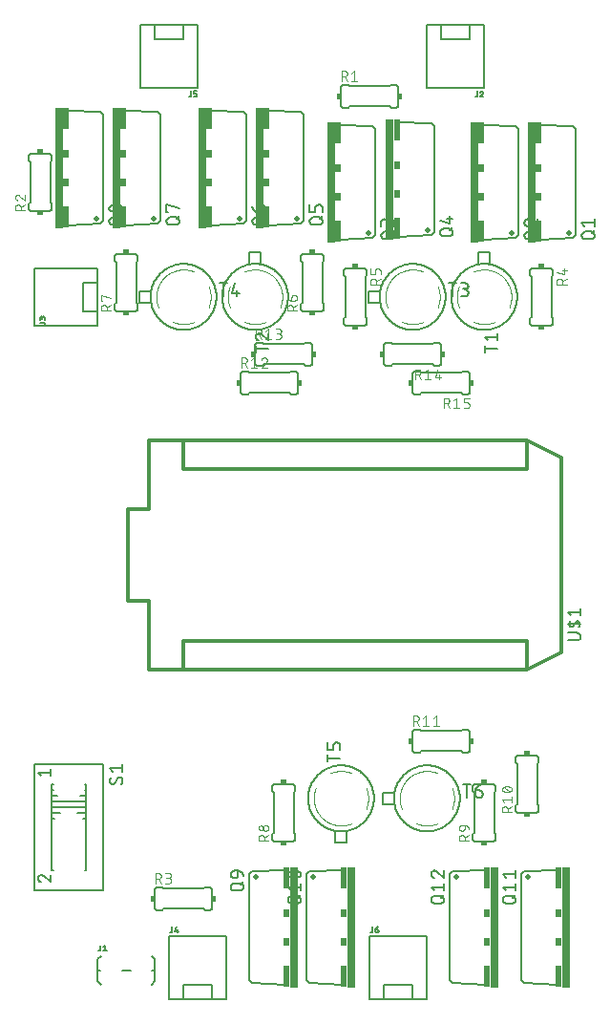
<source format=gbr>
G04 EAGLE Gerber RS-274X export*
G75*
%MOMM*%
%FSLAX34Y34*%
%LPD*%
%INSilkscreen Top*%
%IPPOS*%
%AMOC8*
5,1,8,0,0,1.08239X$1,22.5*%
G01*
%ADD10C,0.203200*%
%ADD11C,0.127000*%
%ADD12C,0.152400*%
%ADD13C,0.508000*%
%ADD14R,0.762000X10.668000*%
%ADD15R,0.508000X1.905000*%
%ADD16R,0.508000X0.762000*%
%ADD17R,0.381000X0.508000*%
%ADD18C,0.101600*%
%ADD19R,0.508000X0.381000*%
%ADD20C,0.304800*%
%ADD21C,0.050800*%


D10*
X92710Y25400D02*
X85090Y25400D01*
X66040Y25400D02*
X63500Y25400D01*
X63500Y35306D01*
X66294Y38100D01*
X63500Y25400D02*
X63500Y15494D01*
X66294Y12700D01*
X111760Y25400D02*
X114300Y25400D01*
X114300Y15494D01*
X111506Y12700D01*
X114300Y25400D02*
X114300Y35306D01*
X111506Y38100D01*
D11*
X65744Y43617D02*
X65744Y47371D01*
X65743Y43617D02*
X65741Y43552D01*
X65735Y43488D01*
X65725Y43424D01*
X65712Y43360D01*
X65694Y43298D01*
X65673Y43237D01*
X65649Y43177D01*
X65620Y43119D01*
X65588Y43062D01*
X65553Y43008D01*
X65515Y42956D01*
X65473Y42906D01*
X65429Y42859D01*
X65382Y42815D01*
X65332Y42773D01*
X65280Y42735D01*
X65226Y42700D01*
X65169Y42668D01*
X65111Y42639D01*
X65051Y42615D01*
X64990Y42594D01*
X64928Y42576D01*
X64864Y42563D01*
X64800Y42553D01*
X64736Y42547D01*
X64671Y42545D01*
X64135Y42545D01*
X68692Y46299D02*
X70032Y47371D01*
X70032Y42545D01*
X68692Y42545D02*
X71373Y42545D01*
X406400Y807720D02*
X406400Y863600D01*
X355600Y863600D02*
X355600Y807720D01*
X406400Y807720D01*
X368300Y863600D02*
X355600Y863600D01*
X368300Y863600D02*
X393700Y863600D01*
X406400Y863600D01*
X393700Y863600D02*
X393700Y850900D01*
X368300Y850900D01*
X368300Y863600D01*
X400136Y804545D02*
X400136Y800791D01*
X400134Y800726D01*
X400128Y800662D01*
X400118Y800598D01*
X400105Y800534D01*
X400087Y800472D01*
X400066Y800411D01*
X400042Y800351D01*
X400013Y800293D01*
X399981Y800236D01*
X399946Y800182D01*
X399908Y800130D01*
X399866Y800080D01*
X399822Y800033D01*
X399775Y799989D01*
X399725Y799947D01*
X399673Y799909D01*
X399619Y799874D01*
X399562Y799842D01*
X399504Y799813D01*
X399444Y799789D01*
X399383Y799768D01*
X399321Y799750D01*
X399257Y799737D01*
X399193Y799727D01*
X399129Y799721D01*
X399064Y799719D01*
X398527Y799719D01*
X404559Y804545D02*
X404627Y804543D01*
X404694Y804537D01*
X404761Y804528D01*
X404828Y804515D01*
X404893Y804498D01*
X404958Y804477D01*
X405021Y804453D01*
X405083Y804425D01*
X405143Y804394D01*
X405201Y804360D01*
X405257Y804322D01*
X405312Y804282D01*
X405363Y804238D01*
X405412Y804191D01*
X405459Y804142D01*
X405503Y804091D01*
X405543Y804036D01*
X405581Y803980D01*
X405615Y803922D01*
X405646Y803862D01*
X405674Y803800D01*
X405698Y803737D01*
X405719Y803672D01*
X405736Y803607D01*
X405749Y803540D01*
X405758Y803473D01*
X405764Y803406D01*
X405766Y803338D01*
X404559Y804545D02*
X404481Y804543D01*
X404403Y804537D01*
X404326Y804527D01*
X404249Y804514D01*
X404173Y804496D01*
X404098Y804475D01*
X404024Y804450D01*
X403952Y804421D01*
X403881Y804389D01*
X403812Y804353D01*
X403744Y804314D01*
X403679Y804271D01*
X403616Y804225D01*
X403555Y804176D01*
X403497Y804124D01*
X403442Y804069D01*
X403389Y804012D01*
X403340Y803952D01*
X403293Y803889D01*
X403250Y803825D01*
X403210Y803758D01*
X403173Y803689D01*
X403140Y803618D01*
X403110Y803546D01*
X403084Y803473D01*
X405363Y802400D02*
X405412Y802449D01*
X405459Y802501D01*
X405502Y802556D01*
X405543Y802613D01*
X405581Y802672D01*
X405615Y802733D01*
X405646Y802796D01*
X405674Y802860D01*
X405698Y802926D01*
X405718Y802992D01*
X405735Y803060D01*
X405748Y803129D01*
X405757Y803198D01*
X405763Y803268D01*
X405765Y803338D01*
X405363Y802400D02*
X403084Y799719D01*
X405765Y799719D01*
X63500Y596900D02*
X7620Y596900D01*
X7620Y647700D02*
X63500Y647700D01*
X7620Y647700D02*
X7620Y596900D01*
X63500Y635000D02*
X63500Y647700D01*
X63500Y635000D02*
X63500Y609600D01*
X63500Y596900D01*
X63500Y609600D02*
X50800Y609600D01*
X50800Y635000D01*
X63500Y635000D01*
X16073Y599144D02*
X12319Y599144D01*
X16073Y599143D02*
X16138Y599141D01*
X16202Y599135D01*
X16266Y599125D01*
X16330Y599112D01*
X16392Y599094D01*
X16453Y599073D01*
X16513Y599049D01*
X16571Y599020D01*
X16628Y598988D01*
X16682Y598953D01*
X16734Y598915D01*
X16784Y598873D01*
X16831Y598829D01*
X16875Y598782D01*
X16917Y598732D01*
X16955Y598680D01*
X16990Y598626D01*
X17022Y598569D01*
X17051Y598511D01*
X17075Y598451D01*
X17096Y598390D01*
X17114Y598328D01*
X17127Y598264D01*
X17137Y598200D01*
X17143Y598136D01*
X17145Y598071D01*
X17145Y597535D01*
X17145Y602092D02*
X17145Y603432D01*
X17143Y603503D01*
X17137Y603575D01*
X17128Y603645D01*
X17115Y603715D01*
X17098Y603785D01*
X17077Y603853D01*
X17053Y603920D01*
X17025Y603986D01*
X16994Y604050D01*
X16959Y604113D01*
X16921Y604173D01*
X16880Y604232D01*
X16836Y604288D01*
X16789Y604342D01*
X16740Y604393D01*
X16687Y604441D01*
X16632Y604487D01*
X16575Y604529D01*
X16515Y604569D01*
X16454Y604605D01*
X16390Y604638D01*
X16325Y604667D01*
X16259Y604693D01*
X16191Y604716D01*
X16122Y604735D01*
X16052Y604750D01*
X15982Y604761D01*
X15911Y604769D01*
X15840Y604773D01*
X15768Y604773D01*
X15697Y604769D01*
X15626Y604761D01*
X15556Y604750D01*
X15486Y604735D01*
X15417Y604716D01*
X15349Y604693D01*
X15283Y604667D01*
X15218Y604638D01*
X15154Y604605D01*
X15093Y604569D01*
X15033Y604529D01*
X14976Y604487D01*
X14921Y604441D01*
X14868Y604393D01*
X14819Y604342D01*
X14772Y604288D01*
X14728Y604232D01*
X14687Y604173D01*
X14649Y604113D01*
X14614Y604050D01*
X14583Y603986D01*
X14555Y603920D01*
X14531Y603853D01*
X14510Y603785D01*
X14493Y603715D01*
X14480Y603645D01*
X14471Y603575D01*
X14465Y603503D01*
X14463Y603432D01*
X12319Y603700D02*
X12319Y602092D01*
X12319Y603700D02*
X12321Y603765D01*
X12327Y603829D01*
X12337Y603893D01*
X12350Y603957D01*
X12368Y604019D01*
X12389Y604080D01*
X12413Y604140D01*
X12442Y604198D01*
X12474Y604255D01*
X12509Y604309D01*
X12547Y604361D01*
X12589Y604411D01*
X12633Y604458D01*
X12680Y604502D01*
X12730Y604544D01*
X12782Y604582D01*
X12836Y604617D01*
X12893Y604649D01*
X12951Y604678D01*
X13011Y604702D01*
X13072Y604723D01*
X13134Y604741D01*
X13198Y604754D01*
X13262Y604764D01*
X13326Y604770D01*
X13391Y604772D01*
X13456Y604770D01*
X13520Y604764D01*
X13584Y604754D01*
X13648Y604741D01*
X13710Y604723D01*
X13771Y604702D01*
X13831Y604678D01*
X13889Y604649D01*
X13946Y604617D01*
X14000Y604582D01*
X14052Y604544D01*
X14102Y604502D01*
X14149Y604458D01*
X14193Y604411D01*
X14235Y604361D01*
X14273Y604309D01*
X14308Y604255D01*
X14340Y604198D01*
X14369Y604140D01*
X14393Y604080D01*
X14414Y604019D01*
X14432Y603957D01*
X14445Y603893D01*
X14455Y603829D01*
X14461Y603765D01*
X14463Y603700D01*
X14464Y603700D02*
X14464Y602628D01*
X127000Y55880D02*
X127000Y0D01*
X177800Y0D02*
X177800Y55880D01*
X127000Y55880D01*
X165100Y0D02*
X177800Y0D01*
X165100Y0D02*
X139700Y0D01*
X127000Y0D01*
X139700Y0D02*
X139700Y12700D01*
X165100Y12700D01*
X165100Y0D01*
X129244Y60127D02*
X129244Y63881D01*
X129243Y60127D02*
X129241Y60062D01*
X129235Y59998D01*
X129225Y59934D01*
X129212Y59870D01*
X129194Y59808D01*
X129173Y59747D01*
X129149Y59687D01*
X129120Y59629D01*
X129088Y59572D01*
X129053Y59518D01*
X129015Y59466D01*
X128973Y59416D01*
X128929Y59369D01*
X128882Y59325D01*
X128832Y59283D01*
X128780Y59245D01*
X128726Y59210D01*
X128669Y59178D01*
X128611Y59149D01*
X128551Y59125D01*
X128490Y59104D01*
X128428Y59086D01*
X128364Y59073D01*
X128300Y59063D01*
X128236Y59057D01*
X128171Y59055D01*
X127635Y59055D01*
X132192Y60127D02*
X133264Y63881D01*
X132192Y60127D02*
X134873Y60127D01*
X134068Y59055D02*
X134068Y61200D01*
X152400Y807720D02*
X152400Y863600D01*
X101600Y863600D02*
X101600Y807720D01*
X152400Y807720D01*
X114300Y863600D02*
X101600Y863600D01*
X114300Y863600D02*
X139700Y863600D01*
X152400Y863600D01*
X139700Y863600D02*
X139700Y850900D01*
X114300Y850900D01*
X114300Y863600D01*
X146136Y804545D02*
X146136Y800791D01*
X146134Y800726D01*
X146128Y800662D01*
X146118Y800598D01*
X146105Y800534D01*
X146087Y800472D01*
X146066Y800411D01*
X146042Y800351D01*
X146013Y800293D01*
X145981Y800236D01*
X145946Y800182D01*
X145908Y800130D01*
X145866Y800080D01*
X145822Y800033D01*
X145775Y799989D01*
X145725Y799947D01*
X145673Y799909D01*
X145619Y799874D01*
X145562Y799842D01*
X145504Y799813D01*
X145444Y799789D01*
X145383Y799768D01*
X145321Y799750D01*
X145257Y799737D01*
X145193Y799727D01*
X145129Y799721D01*
X145064Y799719D01*
X144527Y799719D01*
X149084Y799719D02*
X150693Y799719D01*
X150758Y799721D01*
X150822Y799727D01*
X150886Y799737D01*
X150950Y799750D01*
X151012Y799768D01*
X151073Y799789D01*
X151133Y799813D01*
X151191Y799842D01*
X151248Y799874D01*
X151302Y799909D01*
X151354Y799947D01*
X151404Y799989D01*
X151451Y800033D01*
X151495Y800080D01*
X151537Y800130D01*
X151575Y800182D01*
X151610Y800236D01*
X151642Y800293D01*
X151671Y800351D01*
X151695Y800411D01*
X151716Y800472D01*
X151734Y800534D01*
X151747Y800598D01*
X151757Y800662D01*
X151763Y800726D01*
X151765Y800791D01*
X151765Y801328D01*
X151763Y801393D01*
X151757Y801457D01*
X151747Y801521D01*
X151734Y801585D01*
X151716Y801647D01*
X151695Y801708D01*
X151671Y801768D01*
X151642Y801826D01*
X151610Y801883D01*
X151575Y801937D01*
X151537Y801989D01*
X151495Y802039D01*
X151451Y802086D01*
X151404Y802130D01*
X151354Y802172D01*
X151302Y802210D01*
X151248Y802245D01*
X151191Y802277D01*
X151133Y802306D01*
X151073Y802330D01*
X151012Y802351D01*
X150950Y802369D01*
X150886Y802382D01*
X150822Y802392D01*
X150758Y802398D01*
X150693Y802400D01*
X149084Y802400D01*
X149084Y804545D01*
X151765Y804545D01*
X304800Y55880D02*
X304800Y0D01*
X355600Y0D02*
X355600Y55880D01*
X304800Y55880D01*
X342900Y0D02*
X355600Y0D01*
X342900Y0D02*
X317500Y0D01*
X304800Y0D01*
X317500Y0D02*
X317500Y12700D01*
X342900Y12700D01*
X342900Y0D01*
X307044Y60127D02*
X307044Y63881D01*
X307043Y60127D02*
X307041Y60062D01*
X307035Y59998D01*
X307025Y59934D01*
X307012Y59870D01*
X306994Y59808D01*
X306973Y59747D01*
X306949Y59687D01*
X306920Y59629D01*
X306888Y59572D01*
X306853Y59518D01*
X306815Y59466D01*
X306773Y59416D01*
X306729Y59369D01*
X306682Y59325D01*
X306632Y59283D01*
X306580Y59245D01*
X306526Y59210D01*
X306469Y59178D01*
X306411Y59149D01*
X306351Y59125D01*
X306290Y59104D01*
X306228Y59086D01*
X306164Y59073D01*
X306100Y59063D01*
X306036Y59057D01*
X305971Y59055D01*
X305435Y59055D01*
X309992Y61736D02*
X311600Y61736D01*
X311665Y61734D01*
X311729Y61728D01*
X311793Y61718D01*
X311857Y61705D01*
X311919Y61687D01*
X311980Y61666D01*
X312040Y61642D01*
X312098Y61613D01*
X312155Y61581D01*
X312209Y61546D01*
X312261Y61508D01*
X312311Y61466D01*
X312358Y61422D01*
X312402Y61375D01*
X312444Y61325D01*
X312482Y61273D01*
X312517Y61219D01*
X312549Y61162D01*
X312578Y61104D01*
X312602Y61044D01*
X312623Y60983D01*
X312641Y60921D01*
X312654Y60857D01*
X312664Y60793D01*
X312670Y60729D01*
X312672Y60664D01*
X312673Y60664D02*
X312673Y60396D01*
X312671Y60325D01*
X312665Y60253D01*
X312656Y60183D01*
X312643Y60113D01*
X312626Y60043D01*
X312605Y59975D01*
X312581Y59908D01*
X312553Y59842D01*
X312522Y59778D01*
X312487Y59715D01*
X312449Y59655D01*
X312408Y59596D01*
X312364Y59540D01*
X312317Y59486D01*
X312268Y59435D01*
X312215Y59387D01*
X312160Y59341D01*
X312103Y59299D01*
X312043Y59259D01*
X311982Y59223D01*
X311918Y59190D01*
X311853Y59161D01*
X311787Y59135D01*
X311719Y59112D01*
X311650Y59093D01*
X311580Y59078D01*
X311510Y59067D01*
X311439Y59059D01*
X311368Y59055D01*
X311296Y59055D01*
X311225Y59059D01*
X311154Y59067D01*
X311084Y59078D01*
X311014Y59093D01*
X310945Y59112D01*
X310877Y59135D01*
X310811Y59161D01*
X310746Y59190D01*
X310682Y59223D01*
X310621Y59259D01*
X310561Y59299D01*
X310504Y59341D01*
X310449Y59387D01*
X310396Y59435D01*
X310347Y59486D01*
X310300Y59540D01*
X310256Y59596D01*
X310215Y59655D01*
X310177Y59715D01*
X310142Y59778D01*
X310111Y59842D01*
X310083Y59908D01*
X310059Y59975D01*
X310038Y60043D01*
X310021Y60113D01*
X310008Y60183D01*
X309999Y60253D01*
X309993Y60325D01*
X309991Y60396D01*
X309992Y60396D02*
X309992Y61736D01*
X309994Y61827D01*
X310000Y61918D01*
X310009Y62008D01*
X310023Y62099D01*
X310040Y62188D01*
X310061Y62276D01*
X310086Y62364D01*
X310115Y62451D01*
X310147Y62536D01*
X310182Y62620D01*
X310222Y62702D01*
X310264Y62782D01*
X310310Y62861D01*
X310360Y62937D01*
X310412Y63011D01*
X310468Y63084D01*
X310527Y63153D01*
X310588Y63220D01*
X310653Y63285D01*
X310720Y63346D01*
X310789Y63405D01*
X310861Y63461D01*
X310936Y63513D01*
X311012Y63563D01*
X311091Y63609D01*
X311171Y63651D01*
X311253Y63691D01*
X311337Y63726D01*
X311422Y63758D01*
X311509Y63787D01*
X311596Y63812D01*
X311685Y63833D01*
X311774Y63850D01*
X311865Y63864D01*
X311955Y63873D01*
X312046Y63879D01*
X312137Y63881D01*
D12*
X487680Y770890D02*
X485140Y773430D01*
X487680Y770890D02*
X487680Y676910D01*
X485140Y674370D01*
X485140Y773430D02*
X455930Y774700D01*
X455930Y673100D02*
X485140Y674370D01*
D13*
X481584Y678942D03*
D14*
X448310Y723900D03*
D15*
X454660Y680085D03*
D16*
X454660Y711200D03*
X454660Y736600D03*
D15*
X454660Y767715D03*
D11*
X496062Y673735D02*
X501142Y673735D01*
X496062Y673735D02*
X495951Y673737D01*
X495841Y673743D01*
X495730Y673752D01*
X495620Y673766D01*
X495511Y673783D01*
X495402Y673804D01*
X495294Y673829D01*
X495187Y673858D01*
X495081Y673890D01*
X494976Y673926D01*
X494873Y673966D01*
X494771Y674009D01*
X494670Y674056D01*
X494571Y674107D01*
X494475Y674160D01*
X494380Y674217D01*
X494287Y674278D01*
X494196Y674341D01*
X494107Y674408D01*
X494021Y674478D01*
X493938Y674551D01*
X493856Y674626D01*
X493778Y674704D01*
X493703Y674786D01*
X493630Y674869D01*
X493560Y674955D01*
X493493Y675044D01*
X493430Y675135D01*
X493369Y675228D01*
X493312Y675323D01*
X493259Y675419D01*
X493208Y675518D01*
X493161Y675619D01*
X493118Y675721D01*
X493078Y675824D01*
X493042Y675929D01*
X493010Y676035D01*
X492981Y676142D01*
X492956Y676250D01*
X492935Y676359D01*
X492918Y676468D01*
X492904Y676578D01*
X492895Y676689D01*
X492889Y676799D01*
X492887Y676910D01*
X492889Y677021D01*
X492895Y677131D01*
X492904Y677242D01*
X492918Y677352D01*
X492935Y677461D01*
X492956Y677570D01*
X492981Y677678D01*
X493010Y677785D01*
X493042Y677891D01*
X493078Y677996D01*
X493118Y678099D01*
X493161Y678201D01*
X493208Y678302D01*
X493259Y678401D01*
X493312Y678498D01*
X493369Y678592D01*
X493430Y678685D01*
X493493Y678776D01*
X493560Y678865D01*
X493630Y678951D01*
X493703Y679034D01*
X493778Y679116D01*
X493856Y679194D01*
X493938Y679269D01*
X494021Y679342D01*
X494107Y679412D01*
X494196Y679479D01*
X494287Y679542D01*
X494380Y679603D01*
X494475Y679660D01*
X494571Y679713D01*
X494670Y679764D01*
X494771Y679811D01*
X494873Y679854D01*
X494976Y679894D01*
X495081Y679930D01*
X495187Y679962D01*
X495294Y679991D01*
X495402Y680016D01*
X495511Y680037D01*
X495620Y680054D01*
X495730Y680068D01*
X495841Y680077D01*
X495951Y680083D01*
X496062Y680085D01*
X501142Y680085D01*
X501253Y680083D01*
X501363Y680077D01*
X501474Y680068D01*
X501584Y680054D01*
X501693Y680037D01*
X501802Y680016D01*
X501910Y679991D01*
X502017Y679962D01*
X502123Y679930D01*
X502228Y679894D01*
X502331Y679854D01*
X502433Y679811D01*
X502534Y679764D01*
X502633Y679713D01*
X502730Y679660D01*
X502824Y679603D01*
X502917Y679542D01*
X503008Y679479D01*
X503097Y679412D01*
X503183Y679342D01*
X503266Y679269D01*
X503348Y679194D01*
X503426Y679116D01*
X503501Y679034D01*
X503574Y678951D01*
X503644Y678865D01*
X503711Y678776D01*
X503774Y678685D01*
X503835Y678592D01*
X503892Y678497D01*
X503945Y678401D01*
X503996Y678302D01*
X504043Y678201D01*
X504086Y678099D01*
X504126Y677996D01*
X504162Y677891D01*
X504194Y677785D01*
X504223Y677678D01*
X504248Y677570D01*
X504269Y677461D01*
X504286Y677352D01*
X504300Y677242D01*
X504309Y677131D01*
X504315Y677021D01*
X504317Y676910D01*
X504315Y676799D01*
X504309Y676689D01*
X504300Y676578D01*
X504286Y676468D01*
X504269Y676359D01*
X504248Y676250D01*
X504223Y676142D01*
X504194Y676035D01*
X504162Y675929D01*
X504126Y675824D01*
X504086Y675721D01*
X504043Y675619D01*
X503996Y675518D01*
X503945Y675419D01*
X503892Y675323D01*
X503835Y675228D01*
X503774Y675135D01*
X503711Y675044D01*
X503644Y674955D01*
X503574Y674869D01*
X503501Y674786D01*
X503426Y674704D01*
X503348Y674626D01*
X503266Y674551D01*
X503183Y674478D01*
X503097Y674408D01*
X503008Y674341D01*
X502917Y674278D01*
X502824Y674217D01*
X502730Y674160D01*
X502633Y674107D01*
X502534Y674056D01*
X502433Y674009D01*
X502331Y673966D01*
X502228Y673926D01*
X502123Y673890D01*
X502017Y673858D01*
X501910Y673829D01*
X501802Y673804D01*
X501693Y673783D01*
X501584Y673766D01*
X501474Y673752D01*
X501363Y673743D01*
X501253Y673737D01*
X501142Y673735D01*
X501777Y678815D02*
X504317Y681355D01*
X495427Y684796D02*
X492887Y687971D01*
X504317Y687971D01*
X504317Y684796D02*
X504317Y691146D01*
D12*
X248920Y16510D02*
X251460Y13970D01*
X248920Y16510D02*
X248920Y110490D01*
X251460Y113030D01*
X251460Y13970D02*
X280670Y12700D01*
X280670Y114300D02*
X251460Y113030D01*
D13*
X255016Y108458D03*
D14*
X288290Y63500D03*
D15*
X281940Y107315D03*
D16*
X281940Y76200D03*
X281940Y50800D03*
D15*
X281940Y19685D03*
D11*
X240538Y84824D02*
X235458Y84824D01*
X235347Y84826D01*
X235237Y84832D01*
X235126Y84841D01*
X235016Y84855D01*
X234907Y84872D01*
X234798Y84893D01*
X234690Y84918D01*
X234583Y84947D01*
X234477Y84979D01*
X234372Y85015D01*
X234269Y85055D01*
X234167Y85098D01*
X234066Y85145D01*
X233967Y85196D01*
X233871Y85249D01*
X233776Y85306D01*
X233683Y85367D01*
X233592Y85430D01*
X233503Y85497D01*
X233417Y85567D01*
X233334Y85640D01*
X233252Y85715D01*
X233174Y85793D01*
X233099Y85875D01*
X233026Y85958D01*
X232956Y86044D01*
X232889Y86133D01*
X232826Y86224D01*
X232765Y86317D01*
X232708Y86411D01*
X232655Y86508D01*
X232604Y86607D01*
X232557Y86708D01*
X232514Y86810D01*
X232474Y86913D01*
X232438Y87018D01*
X232406Y87124D01*
X232377Y87231D01*
X232352Y87339D01*
X232331Y87448D01*
X232314Y87557D01*
X232300Y87667D01*
X232291Y87778D01*
X232285Y87888D01*
X232283Y87999D01*
X232285Y88110D01*
X232291Y88220D01*
X232300Y88331D01*
X232314Y88441D01*
X232331Y88550D01*
X232352Y88659D01*
X232377Y88767D01*
X232406Y88874D01*
X232438Y88980D01*
X232474Y89085D01*
X232514Y89188D01*
X232557Y89290D01*
X232604Y89391D01*
X232655Y89490D01*
X232708Y89587D01*
X232765Y89681D01*
X232826Y89774D01*
X232889Y89865D01*
X232956Y89954D01*
X233026Y90040D01*
X233099Y90123D01*
X233174Y90205D01*
X233252Y90283D01*
X233334Y90358D01*
X233417Y90431D01*
X233503Y90501D01*
X233592Y90568D01*
X233683Y90631D01*
X233776Y90692D01*
X233871Y90749D01*
X233967Y90802D01*
X234066Y90853D01*
X234167Y90900D01*
X234269Y90943D01*
X234372Y90983D01*
X234477Y91019D01*
X234583Y91051D01*
X234690Y91080D01*
X234798Y91105D01*
X234907Y91126D01*
X235016Y91143D01*
X235126Y91157D01*
X235237Y91166D01*
X235347Y91172D01*
X235458Y91174D01*
X240538Y91174D01*
X240649Y91172D01*
X240759Y91166D01*
X240870Y91157D01*
X240980Y91143D01*
X241089Y91126D01*
X241198Y91105D01*
X241306Y91080D01*
X241413Y91051D01*
X241519Y91019D01*
X241624Y90983D01*
X241727Y90943D01*
X241829Y90900D01*
X241930Y90853D01*
X242029Y90802D01*
X242126Y90749D01*
X242220Y90692D01*
X242313Y90631D01*
X242404Y90568D01*
X242493Y90501D01*
X242579Y90431D01*
X242662Y90358D01*
X242744Y90283D01*
X242822Y90205D01*
X242897Y90123D01*
X242970Y90040D01*
X243040Y89954D01*
X243107Y89865D01*
X243170Y89774D01*
X243231Y89681D01*
X243288Y89586D01*
X243341Y89490D01*
X243392Y89391D01*
X243439Y89290D01*
X243482Y89188D01*
X243522Y89085D01*
X243558Y88980D01*
X243590Y88874D01*
X243619Y88767D01*
X243644Y88659D01*
X243665Y88550D01*
X243682Y88441D01*
X243696Y88331D01*
X243705Y88220D01*
X243711Y88110D01*
X243713Y87999D01*
X243711Y87888D01*
X243705Y87778D01*
X243696Y87667D01*
X243682Y87557D01*
X243665Y87448D01*
X243644Y87339D01*
X243619Y87231D01*
X243590Y87124D01*
X243558Y87018D01*
X243522Y86913D01*
X243482Y86810D01*
X243439Y86708D01*
X243392Y86607D01*
X243341Y86508D01*
X243288Y86411D01*
X243231Y86317D01*
X243170Y86224D01*
X243107Y86133D01*
X243040Y86044D01*
X242970Y85958D01*
X242897Y85875D01*
X242822Y85793D01*
X242744Y85715D01*
X242662Y85640D01*
X242579Y85567D01*
X242493Y85497D01*
X242404Y85430D01*
X242313Y85367D01*
X242220Y85306D01*
X242125Y85249D01*
X242029Y85196D01*
X241930Y85145D01*
X241829Y85098D01*
X241727Y85055D01*
X241624Y85015D01*
X241519Y84979D01*
X241413Y84947D01*
X241306Y84918D01*
X241198Y84893D01*
X241089Y84872D01*
X240980Y84855D01*
X240870Y84841D01*
X240759Y84832D01*
X240649Y84826D01*
X240538Y84824D01*
X241173Y89904D02*
X243713Y92444D01*
X234823Y95885D02*
X232283Y99060D01*
X243713Y99060D01*
X243713Y95885D02*
X243713Y102235D01*
X237998Y107315D02*
X237773Y107318D01*
X237548Y107326D01*
X237324Y107339D01*
X237100Y107358D01*
X236876Y107382D01*
X236653Y107411D01*
X236431Y107446D01*
X236210Y107486D01*
X235990Y107532D01*
X235771Y107582D01*
X235553Y107638D01*
X235336Y107699D01*
X235121Y107765D01*
X234908Y107836D01*
X234697Y107913D01*
X234487Y107994D01*
X234279Y108080D01*
X234074Y108171D01*
X233871Y108267D01*
X233783Y108299D01*
X233696Y108335D01*
X233610Y108374D01*
X233526Y108417D01*
X233444Y108463D01*
X233364Y108512D01*
X233286Y108564D01*
X233210Y108620D01*
X233136Y108678D01*
X233065Y108740D01*
X232996Y108804D01*
X232930Y108871D01*
X232867Y108940D01*
X232806Y109012D01*
X232748Y109086D01*
X232694Y109163D01*
X232642Y109241D01*
X232594Y109322D01*
X232549Y109404D01*
X232507Y109489D01*
X232469Y109575D01*
X232434Y109662D01*
X232402Y109750D01*
X232375Y109840D01*
X232350Y109931D01*
X232330Y110023D01*
X232313Y110115D01*
X232300Y110209D01*
X232291Y110302D01*
X232285Y110396D01*
X232283Y110490D01*
X232285Y110584D01*
X232291Y110678D01*
X232300Y110771D01*
X232313Y110865D01*
X232330Y110957D01*
X232350Y111049D01*
X232375Y111140D01*
X232402Y111230D01*
X232434Y111318D01*
X232469Y111405D01*
X232507Y111491D01*
X232549Y111576D01*
X232594Y111658D01*
X232642Y111739D01*
X232694Y111817D01*
X232748Y111894D01*
X232806Y111968D01*
X232867Y112040D01*
X232930Y112109D01*
X232996Y112176D01*
X233065Y112240D01*
X233136Y112302D01*
X233210Y112360D01*
X233286Y112416D01*
X233364Y112468D01*
X233444Y112517D01*
X233526Y112563D01*
X233610Y112606D01*
X233696Y112645D01*
X233783Y112681D01*
X233871Y112713D01*
X234074Y112809D01*
X234279Y112900D01*
X234487Y112986D01*
X234697Y113067D01*
X234908Y113144D01*
X235121Y113215D01*
X235336Y113281D01*
X235553Y113342D01*
X235771Y113398D01*
X235990Y113448D01*
X236210Y113494D01*
X236431Y113534D01*
X236653Y113569D01*
X236876Y113598D01*
X237100Y113622D01*
X237324Y113641D01*
X237548Y113654D01*
X237773Y113662D01*
X237998Y113665D01*
X237998Y107315D02*
X238223Y107318D01*
X238448Y107326D01*
X238672Y107339D01*
X238896Y107358D01*
X239120Y107382D01*
X239343Y107411D01*
X239565Y107446D01*
X239786Y107486D01*
X240006Y107532D01*
X240225Y107582D01*
X240443Y107638D01*
X240660Y107699D01*
X240875Y107765D01*
X241088Y107836D01*
X241299Y107913D01*
X241509Y107994D01*
X241717Y108080D01*
X241922Y108171D01*
X242125Y108267D01*
X242126Y108267D02*
X242214Y108299D01*
X242301Y108335D01*
X242387Y108374D01*
X242471Y108417D01*
X242553Y108463D01*
X242633Y108512D01*
X242711Y108564D01*
X242787Y108620D01*
X242861Y108678D01*
X242932Y108740D01*
X243001Y108804D01*
X243067Y108871D01*
X243130Y108940D01*
X243191Y109012D01*
X243249Y109086D01*
X243303Y109163D01*
X243355Y109241D01*
X243403Y109322D01*
X243448Y109404D01*
X243490Y109489D01*
X243528Y109575D01*
X243563Y109662D01*
X243595Y109750D01*
X243622Y109840D01*
X243647Y109931D01*
X243667Y110023D01*
X243684Y110115D01*
X243697Y110209D01*
X243706Y110302D01*
X243712Y110396D01*
X243714Y110490D01*
X242125Y112713D02*
X241922Y112809D01*
X241717Y112900D01*
X241509Y112986D01*
X241299Y113067D01*
X241088Y113144D01*
X240875Y113215D01*
X240660Y113281D01*
X240443Y113342D01*
X240225Y113398D01*
X240006Y113448D01*
X239786Y113494D01*
X239565Y113534D01*
X239343Y113569D01*
X239120Y113598D01*
X238896Y113622D01*
X238672Y113641D01*
X238448Y113654D01*
X238223Y113662D01*
X237998Y113665D01*
X242126Y112713D02*
X242214Y112681D01*
X242301Y112645D01*
X242387Y112606D01*
X242471Y112563D01*
X242553Y112517D01*
X242633Y112468D01*
X242711Y112416D01*
X242787Y112360D01*
X242861Y112302D01*
X242932Y112240D01*
X243001Y112176D01*
X243067Y112109D01*
X243130Y112040D01*
X243191Y111968D01*
X243249Y111894D01*
X243303Y111817D01*
X243355Y111739D01*
X243403Y111658D01*
X243448Y111576D01*
X243490Y111491D01*
X243528Y111405D01*
X243563Y111318D01*
X243595Y111230D01*
X243622Y111140D01*
X243647Y111049D01*
X243667Y110957D01*
X243684Y110865D01*
X243697Y110771D01*
X243706Y110678D01*
X243712Y110584D01*
X243714Y110490D01*
X241173Y107950D02*
X234823Y113030D01*
D12*
X439420Y16510D02*
X441960Y13970D01*
X439420Y16510D02*
X439420Y110490D01*
X441960Y113030D01*
X441960Y13970D02*
X471170Y12700D01*
X471170Y114300D02*
X441960Y113030D01*
D13*
X445516Y108458D03*
D14*
X478790Y63500D03*
D15*
X472440Y107315D03*
D16*
X472440Y76200D03*
X472440Y50800D03*
D15*
X472440Y19685D03*
D11*
X431038Y84824D02*
X425958Y84824D01*
X425847Y84826D01*
X425737Y84832D01*
X425626Y84841D01*
X425516Y84855D01*
X425407Y84872D01*
X425298Y84893D01*
X425190Y84918D01*
X425083Y84947D01*
X424977Y84979D01*
X424872Y85015D01*
X424769Y85055D01*
X424667Y85098D01*
X424566Y85145D01*
X424467Y85196D01*
X424371Y85249D01*
X424276Y85306D01*
X424183Y85367D01*
X424092Y85430D01*
X424003Y85497D01*
X423917Y85567D01*
X423834Y85640D01*
X423752Y85715D01*
X423674Y85793D01*
X423599Y85875D01*
X423526Y85958D01*
X423456Y86044D01*
X423389Y86133D01*
X423326Y86224D01*
X423265Y86317D01*
X423208Y86411D01*
X423155Y86508D01*
X423104Y86607D01*
X423057Y86708D01*
X423014Y86810D01*
X422974Y86913D01*
X422938Y87018D01*
X422906Y87124D01*
X422877Y87231D01*
X422852Y87339D01*
X422831Y87448D01*
X422814Y87557D01*
X422800Y87667D01*
X422791Y87778D01*
X422785Y87888D01*
X422783Y87999D01*
X422785Y88110D01*
X422791Y88220D01*
X422800Y88331D01*
X422814Y88441D01*
X422831Y88550D01*
X422852Y88659D01*
X422877Y88767D01*
X422906Y88874D01*
X422938Y88980D01*
X422974Y89085D01*
X423014Y89188D01*
X423057Y89290D01*
X423104Y89391D01*
X423155Y89490D01*
X423208Y89587D01*
X423265Y89681D01*
X423326Y89774D01*
X423389Y89865D01*
X423456Y89954D01*
X423526Y90040D01*
X423599Y90123D01*
X423674Y90205D01*
X423752Y90283D01*
X423834Y90358D01*
X423917Y90431D01*
X424003Y90501D01*
X424092Y90568D01*
X424183Y90631D01*
X424276Y90692D01*
X424371Y90749D01*
X424467Y90802D01*
X424566Y90853D01*
X424667Y90900D01*
X424769Y90943D01*
X424872Y90983D01*
X424977Y91019D01*
X425083Y91051D01*
X425190Y91080D01*
X425298Y91105D01*
X425407Y91126D01*
X425516Y91143D01*
X425626Y91157D01*
X425737Y91166D01*
X425847Y91172D01*
X425958Y91174D01*
X431038Y91174D01*
X431149Y91172D01*
X431259Y91166D01*
X431370Y91157D01*
X431480Y91143D01*
X431589Y91126D01*
X431698Y91105D01*
X431806Y91080D01*
X431913Y91051D01*
X432019Y91019D01*
X432124Y90983D01*
X432227Y90943D01*
X432329Y90900D01*
X432430Y90853D01*
X432529Y90802D01*
X432626Y90749D01*
X432720Y90692D01*
X432813Y90631D01*
X432904Y90568D01*
X432993Y90501D01*
X433079Y90431D01*
X433162Y90358D01*
X433244Y90283D01*
X433322Y90205D01*
X433397Y90123D01*
X433470Y90040D01*
X433540Y89954D01*
X433607Y89865D01*
X433670Y89774D01*
X433731Y89681D01*
X433788Y89586D01*
X433841Y89490D01*
X433892Y89391D01*
X433939Y89290D01*
X433982Y89188D01*
X434022Y89085D01*
X434058Y88980D01*
X434090Y88874D01*
X434119Y88767D01*
X434144Y88659D01*
X434165Y88550D01*
X434182Y88441D01*
X434196Y88331D01*
X434205Y88220D01*
X434211Y88110D01*
X434213Y87999D01*
X434211Y87888D01*
X434205Y87778D01*
X434196Y87667D01*
X434182Y87557D01*
X434165Y87448D01*
X434144Y87339D01*
X434119Y87231D01*
X434090Y87124D01*
X434058Y87018D01*
X434022Y86913D01*
X433982Y86810D01*
X433939Y86708D01*
X433892Y86607D01*
X433841Y86508D01*
X433788Y86411D01*
X433731Y86317D01*
X433670Y86224D01*
X433607Y86133D01*
X433540Y86044D01*
X433470Y85958D01*
X433397Y85875D01*
X433322Y85793D01*
X433244Y85715D01*
X433162Y85640D01*
X433079Y85567D01*
X432993Y85497D01*
X432904Y85430D01*
X432813Y85367D01*
X432720Y85306D01*
X432626Y85249D01*
X432529Y85196D01*
X432430Y85145D01*
X432329Y85098D01*
X432227Y85055D01*
X432124Y85015D01*
X432019Y84979D01*
X431913Y84947D01*
X431806Y84918D01*
X431698Y84893D01*
X431589Y84872D01*
X431480Y84855D01*
X431370Y84841D01*
X431259Y84832D01*
X431149Y84826D01*
X431038Y84824D01*
X431673Y89904D02*
X434213Y92444D01*
X425323Y95885D02*
X422783Y99060D01*
X434213Y99060D01*
X434213Y95885D02*
X434213Y102235D01*
X425323Y107315D02*
X422783Y110490D01*
X434213Y110490D01*
X434213Y107315D02*
X434213Y113665D01*
D12*
X375920Y16510D02*
X378460Y13970D01*
X375920Y16510D02*
X375920Y110490D01*
X378460Y113030D01*
X378460Y13970D02*
X407670Y12700D01*
X407670Y114300D02*
X378460Y113030D01*
D13*
X382016Y108458D03*
D14*
X415290Y63500D03*
D15*
X408940Y107315D03*
D16*
X408940Y76200D03*
X408940Y50800D03*
D15*
X408940Y19685D03*
D11*
X367538Y84824D02*
X362458Y84824D01*
X362347Y84826D01*
X362237Y84832D01*
X362126Y84841D01*
X362016Y84855D01*
X361907Y84872D01*
X361798Y84893D01*
X361690Y84918D01*
X361583Y84947D01*
X361477Y84979D01*
X361372Y85015D01*
X361269Y85055D01*
X361167Y85098D01*
X361066Y85145D01*
X360967Y85196D01*
X360871Y85249D01*
X360776Y85306D01*
X360683Y85367D01*
X360592Y85430D01*
X360503Y85497D01*
X360417Y85567D01*
X360334Y85640D01*
X360252Y85715D01*
X360174Y85793D01*
X360099Y85875D01*
X360026Y85958D01*
X359956Y86044D01*
X359889Y86133D01*
X359826Y86224D01*
X359765Y86317D01*
X359708Y86411D01*
X359655Y86508D01*
X359604Y86607D01*
X359557Y86708D01*
X359514Y86810D01*
X359474Y86913D01*
X359438Y87018D01*
X359406Y87124D01*
X359377Y87231D01*
X359352Y87339D01*
X359331Y87448D01*
X359314Y87557D01*
X359300Y87667D01*
X359291Y87778D01*
X359285Y87888D01*
X359283Y87999D01*
X359285Y88110D01*
X359291Y88220D01*
X359300Y88331D01*
X359314Y88441D01*
X359331Y88550D01*
X359352Y88659D01*
X359377Y88767D01*
X359406Y88874D01*
X359438Y88980D01*
X359474Y89085D01*
X359514Y89188D01*
X359557Y89290D01*
X359604Y89391D01*
X359655Y89490D01*
X359708Y89587D01*
X359765Y89681D01*
X359826Y89774D01*
X359889Y89865D01*
X359956Y89954D01*
X360026Y90040D01*
X360099Y90123D01*
X360174Y90205D01*
X360252Y90283D01*
X360334Y90358D01*
X360417Y90431D01*
X360503Y90501D01*
X360592Y90568D01*
X360683Y90631D01*
X360776Y90692D01*
X360871Y90749D01*
X360967Y90802D01*
X361066Y90853D01*
X361167Y90900D01*
X361269Y90943D01*
X361372Y90983D01*
X361477Y91019D01*
X361583Y91051D01*
X361690Y91080D01*
X361798Y91105D01*
X361907Y91126D01*
X362016Y91143D01*
X362126Y91157D01*
X362237Y91166D01*
X362347Y91172D01*
X362458Y91174D01*
X367538Y91174D01*
X367649Y91172D01*
X367759Y91166D01*
X367870Y91157D01*
X367980Y91143D01*
X368089Y91126D01*
X368198Y91105D01*
X368306Y91080D01*
X368413Y91051D01*
X368519Y91019D01*
X368624Y90983D01*
X368727Y90943D01*
X368829Y90900D01*
X368930Y90853D01*
X369029Y90802D01*
X369126Y90749D01*
X369220Y90692D01*
X369313Y90631D01*
X369404Y90568D01*
X369493Y90501D01*
X369579Y90431D01*
X369662Y90358D01*
X369744Y90283D01*
X369822Y90205D01*
X369897Y90123D01*
X369970Y90040D01*
X370040Y89954D01*
X370107Y89865D01*
X370170Y89774D01*
X370231Y89681D01*
X370288Y89586D01*
X370341Y89490D01*
X370392Y89391D01*
X370439Y89290D01*
X370482Y89188D01*
X370522Y89085D01*
X370558Y88980D01*
X370590Y88874D01*
X370619Y88767D01*
X370644Y88659D01*
X370665Y88550D01*
X370682Y88441D01*
X370696Y88331D01*
X370705Y88220D01*
X370711Y88110D01*
X370713Y87999D01*
X370711Y87888D01*
X370705Y87778D01*
X370696Y87667D01*
X370682Y87557D01*
X370665Y87448D01*
X370644Y87339D01*
X370619Y87231D01*
X370590Y87124D01*
X370558Y87018D01*
X370522Y86913D01*
X370482Y86810D01*
X370439Y86708D01*
X370392Y86607D01*
X370341Y86508D01*
X370288Y86411D01*
X370231Y86317D01*
X370170Y86224D01*
X370107Y86133D01*
X370040Y86044D01*
X369970Y85958D01*
X369897Y85875D01*
X369822Y85793D01*
X369744Y85715D01*
X369662Y85640D01*
X369579Y85567D01*
X369493Y85497D01*
X369404Y85430D01*
X369313Y85367D01*
X369220Y85306D01*
X369126Y85249D01*
X369029Y85196D01*
X368930Y85145D01*
X368829Y85098D01*
X368727Y85055D01*
X368624Y85015D01*
X368519Y84979D01*
X368413Y84947D01*
X368306Y84918D01*
X368198Y84893D01*
X368089Y84872D01*
X367980Y84855D01*
X367870Y84841D01*
X367759Y84832D01*
X367649Y84826D01*
X367538Y84824D01*
X368173Y89904D02*
X370713Y92444D01*
X361823Y95885D02*
X359283Y99060D01*
X370713Y99060D01*
X370713Y95885D02*
X370713Y102235D01*
X359283Y110808D02*
X359285Y110912D01*
X359291Y111017D01*
X359300Y111121D01*
X359313Y111224D01*
X359331Y111327D01*
X359351Y111429D01*
X359376Y111531D01*
X359404Y111631D01*
X359436Y111731D01*
X359472Y111829D01*
X359511Y111926D01*
X359553Y112021D01*
X359599Y112115D01*
X359649Y112207D01*
X359701Y112297D01*
X359757Y112385D01*
X359817Y112471D01*
X359879Y112555D01*
X359944Y112636D01*
X360012Y112715D01*
X360084Y112792D01*
X360157Y112865D01*
X360234Y112937D01*
X360313Y113005D01*
X360394Y113070D01*
X360478Y113132D01*
X360564Y113192D01*
X360652Y113248D01*
X360742Y113300D01*
X360834Y113350D01*
X360928Y113396D01*
X361023Y113438D01*
X361120Y113477D01*
X361218Y113513D01*
X361318Y113545D01*
X361418Y113573D01*
X361520Y113598D01*
X361622Y113618D01*
X361725Y113636D01*
X361828Y113649D01*
X361932Y113658D01*
X362037Y113664D01*
X362141Y113666D01*
X359283Y110808D02*
X359285Y110690D01*
X359291Y110571D01*
X359300Y110453D01*
X359313Y110336D01*
X359331Y110219D01*
X359351Y110102D01*
X359376Y109986D01*
X359404Y109871D01*
X359437Y109758D01*
X359472Y109645D01*
X359512Y109533D01*
X359554Y109423D01*
X359601Y109314D01*
X359651Y109206D01*
X359704Y109101D01*
X359761Y108997D01*
X359821Y108895D01*
X359884Y108795D01*
X359951Y108697D01*
X360020Y108601D01*
X360093Y108508D01*
X360169Y108417D01*
X360247Y108328D01*
X360329Y108242D01*
X360413Y108159D01*
X360499Y108078D01*
X360589Y108001D01*
X360680Y107926D01*
X360774Y107854D01*
X360871Y107785D01*
X360969Y107720D01*
X361070Y107657D01*
X361173Y107598D01*
X361277Y107542D01*
X361383Y107490D01*
X361491Y107441D01*
X361600Y107396D01*
X361711Y107354D01*
X361823Y107316D01*
X364363Y112713D02*
X364288Y112789D01*
X364209Y112864D01*
X364128Y112935D01*
X364044Y113004D01*
X363958Y113069D01*
X363870Y113131D01*
X363780Y113191D01*
X363688Y113247D01*
X363593Y113300D01*
X363497Y113349D01*
X363399Y113395D01*
X363300Y113438D01*
X363199Y113477D01*
X363097Y113512D01*
X362994Y113544D01*
X362890Y113572D01*
X362785Y113597D01*
X362678Y113618D01*
X362572Y113635D01*
X362465Y113648D01*
X362357Y113657D01*
X362249Y113663D01*
X362141Y113665D01*
X364363Y112713D02*
X370713Y107315D01*
X370713Y113665D01*
D12*
X436880Y770890D02*
X434340Y773430D01*
X436880Y770890D02*
X436880Y676910D01*
X434340Y674370D01*
X434340Y773430D02*
X405130Y774700D01*
X405130Y673100D02*
X434340Y674370D01*
D13*
X430784Y678942D03*
D14*
X397510Y723900D03*
D15*
X403860Y680085D03*
D16*
X403860Y711200D03*
X403860Y736600D03*
D15*
X403860Y767715D03*
D11*
X445262Y673735D02*
X450342Y673735D01*
X445262Y673735D02*
X445151Y673737D01*
X445041Y673743D01*
X444930Y673752D01*
X444820Y673766D01*
X444711Y673783D01*
X444602Y673804D01*
X444494Y673829D01*
X444387Y673858D01*
X444281Y673890D01*
X444176Y673926D01*
X444073Y673966D01*
X443971Y674009D01*
X443870Y674056D01*
X443771Y674107D01*
X443675Y674160D01*
X443580Y674217D01*
X443487Y674278D01*
X443396Y674341D01*
X443307Y674408D01*
X443221Y674478D01*
X443138Y674551D01*
X443056Y674626D01*
X442978Y674704D01*
X442903Y674786D01*
X442830Y674869D01*
X442760Y674955D01*
X442693Y675044D01*
X442630Y675135D01*
X442569Y675228D01*
X442512Y675323D01*
X442459Y675419D01*
X442408Y675518D01*
X442361Y675619D01*
X442318Y675721D01*
X442278Y675824D01*
X442242Y675929D01*
X442210Y676035D01*
X442181Y676142D01*
X442156Y676250D01*
X442135Y676359D01*
X442118Y676468D01*
X442104Y676578D01*
X442095Y676689D01*
X442089Y676799D01*
X442087Y676910D01*
X442089Y677021D01*
X442095Y677131D01*
X442104Y677242D01*
X442118Y677352D01*
X442135Y677461D01*
X442156Y677570D01*
X442181Y677678D01*
X442210Y677785D01*
X442242Y677891D01*
X442278Y677996D01*
X442318Y678099D01*
X442361Y678201D01*
X442408Y678302D01*
X442459Y678401D01*
X442512Y678498D01*
X442569Y678592D01*
X442630Y678685D01*
X442693Y678776D01*
X442760Y678865D01*
X442830Y678951D01*
X442903Y679034D01*
X442978Y679116D01*
X443056Y679194D01*
X443138Y679269D01*
X443221Y679342D01*
X443307Y679412D01*
X443396Y679479D01*
X443487Y679542D01*
X443580Y679603D01*
X443675Y679660D01*
X443771Y679713D01*
X443870Y679764D01*
X443971Y679811D01*
X444073Y679854D01*
X444176Y679894D01*
X444281Y679930D01*
X444387Y679962D01*
X444494Y679991D01*
X444602Y680016D01*
X444711Y680037D01*
X444820Y680054D01*
X444930Y680068D01*
X445041Y680077D01*
X445151Y680083D01*
X445262Y680085D01*
X450342Y680085D01*
X450453Y680083D01*
X450563Y680077D01*
X450674Y680068D01*
X450784Y680054D01*
X450893Y680037D01*
X451002Y680016D01*
X451110Y679991D01*
X451217Y679962D01*
X451323Y679930D01*
X451428Y679894D01*
X451531Y679854D01*
X451633Y679811D01*
X451734Y679764D01*
X451833Y679713D01*
X451930Y679660D01*
X452024Y679603D01*
X452117Y679542D01*
X452208Y679479D01*
X452297Y679412D01*
X452383Y679342D01*
X452466Y679269D01*
X452548Y679194D01*
X452626Y679116D01*
X452701Y679034D01*
X452774Y678951D01*
X452844Y678865D01*
X452911Y678776D01*
X452974Y678685D01*
X453035Y678592D01*
X453092Y678497D01*
X453145Y678401D01*
X453196Y678302D01*
X453243Y678201D01*
X453286Y678099D01*
X453326Y677996D01*
X453362Y677891D01*
X453394Y677785D01*
X453423Y677678D01*
X453448Y677570D01*
X453469Y677461D01*
X453486Y677352D01*
X453500Y677242D01*
X453509Y677131D01*
X453515Y677021D01*
X453517Y676910D01*
X453515Y676799D01*
X453509Y676689D01*
X453500Y676578D01*
X453486Y676468D01*
X453469Y676359D01*
X453448Y676250D01*
X453423Y676142D01*
X453394Y676035D01*
X453362Y675929D01*
X453326Y675824D01*
X453286Y675721D01*
X453243Y675619D01*
X453196Y675518D01*
X453145Y675419D01*
X453092Y675323D01*
X453035Y675228D01*
X452974Y675135D01*
X452911Y675044D01*
X452844Y674955D01*
X452774Y674869D01*
X452701Y674786D01*
X452626Y674704D01*
X452548Y674626D01*
X452466Y674551D01*
X452383Y674478D01*
X452297Y674408D01*
X452208Y674341D01*
X452117Y674278D01*
X452024Y674217D01*
X451930Y674160D01*
X451833Y674107D01*
X451734Y674056D01*
X451633Y674009D01*
X451531Y673966D01*
X451428Y673926D01*
X451323Y673890D01*
X451217Y673858D01*
X451110Y673829D01*
X451002Y673804D01*
X450893Y673783D01*
X450784Y673766D01*
X450674Y673752D01*
X450563Y673743D01*
X450453Y673737D01*
X450342Y673735D01*
X450977Y678815D02*
X453517Y681355D01*
X444945Y691146D02*
X444841Y691144D01*
X444736Y691138D01*
X444632Y691129D01*
X444529Y691116D01*
X444426Y691098D01*
X444324Y691078D01*
X444222Y691053D01*
X444122Y691025D01*
X444022Y690993D01*
X443924Y690957D01*
X443827Y690918D01*
X443732Y690876D01*
X443638Y690830D01*
X443546Y690780D01*
X443456Y690728D01*
X443368Y690672D01*
X443282Y690612D01*
X443198Y690550D01*
X443117Y690485D01*
X443038Y690417D01*
X442961Y690345D01*
X442888Y690272D01*
X442816Y690195D01*
X442748Y690116D01*
X442683Y690035D01*
X442621Y689951D01*
X442561Y689865D01*
X442505Y689777D01*
X442453Y689687D01*
X442403Y689595D01*
X442357Y689501D01*
X442315Y689406D01*
X442276Y689309D01*
X442240Y689211D01*
X442208Y689111D01*
X442180Y689011D01*
X442155Y688909D01*
X442135Y688807D01*
X442117Y688704D01*
X442104Y688601D01*
X442095Y688497D01*
X442089Y688392D01*
X442087Y688288D01*
X442089Y688170D01*
X442095Y688051D01*
X442104Y687933D01*
X442117Y687816D01*
X442135Y687699D01*
X442155Y687582D01*
X442180Y687466D01*
X442208Y687351D01*
X442241Y687238D01*
X442276Y687125D01*
X442316Y687013D01*
X442358Y686903D01*
X442405Y686794D01*
X442455Y686686D01*
X442508Y686581D01*
X442565Y686477D01*
X442625Y686375D01*
X442688Y686275D01*
X442755Y686177D01*
X442824Y686081D01*
X442897Y685988D01*
X442973Y685897D01*
X443051Y685808D01*
X443133Y685722D01*
X443217Y685639D01*
X443303Y685558D01*
X443393Y685481D01*
X443484Y685406D01*
X443578Y685334D01*
X443675Y685265D01*
X443773Y685200D01*
X443874Y685137D01*
X443977Y685078D01*
X444081Y685022D01*
X444187Y684970D01*
X444295Y684921D01*
X444404Y684876D01*
X444515Y684834D01*
X444627Y684796D01*
X447167Y690193D02*
X447092Y690269D01*
X447013Y690344D01*
X446932Y690415D01*
X446848Y690484D01*
X446762Y690549D01*
X446674Y690611D01*
X446584Y690671D01*
X446492Y690727D01*
X446397Y690780D01*
X446301Y690829D01*
X446203Y690875D01*
X446104Y690918D01*
X446003Y690957D01*
X445901Y690992D01*
X445798Y691024D01*
X445694Y691052D01*
X445589Y691077D01*
X445482Y691098D01*
X445376Y691115D01*
X445269Y691128D01*
X445161Y691137D01*
X445053Y691143D01*
X444945Y691145D01*
X447167Y690193D02*
X453517Y684796D01*
X453517Y691146D01*
D12*
X309880Y770890D02*
X307340Y773430D01*
X309880Y770890D02*
X309880Y676910D01*
X307340Y674370D01*
X307340Y773430D02*
X278130Y774700D01*
X278130Y673100D02*
X307340Y674370D01*
D13*
X303784Y678942D03*
D14*
X270510Y723900D03*
D15*
X276860Y680085D03*
D16*
X276860Y711200D03*
X276860Y736600D03*
D15*
X276860Y767715D03*
D11*
X318262Y673735D02*
X323342Y673735D01*
X318262Y673735D02*
X318151Y673737D01*
X318041Y673743D01*
X317930Y673752D01*
X317820Y673766D01*
X317711Y673783D01*
X317602Y673804D01*
X317494Y673829D01*
X317387Y673858D01*
X317281Y673890D01*
X317176Y673926D01*
X317073Y673966D01*
X316971Y674009D01*
X316870Y674056D01*
X316771Y674107D01*
X316675Y674160D01*
X316580Y674217D01*
X316487Y674278D01*
X316396Y674341D01*
X316307Y674408D01*
X316221Y674478D01*
X316138Y674551D01*
X316056Y674626D01*
X315978Y674704D01*
X315903Y674786D01*
X315830Y674869D01*
X315760Y674955D01*
X315693Y675044D01*
X315630Y675135D01*
X315569Y675228D01*
X315512Y675323D01*
X315459Y675419D01*
X315408Y675518D01*
X315361Y675619D01*
X315318Y675721D01*
X315278Y675824D01*
X315242Y675929D01*
X315210Y676035D01*
X315181Y676142D01*
X315156Y676250D01*
X315135Y676359D01*
X315118Y676468D01*
X315104Y676578D01*
X315095Y676689D01*
X315089Y676799D01*
X315087Y676910D01*
X315089Y677021D01*
X315095Y677131D01*
X315104Y677242D01*
X315118Y677352D01*
X315135Y677461D01*
X315156Y677570D01*
X315181Y677678D01*
X315210Y677785D01*
X315242Y677891D01*
X315278Y677996D01*
X315318Y678099D01*
X315361Y678201D01*
X315408Y678302D01*
X315459Y678401D01*
X315512Y678498D01*
X315569Y678592D01*
X315630Y678685D01*
X315693Y678776D01*
X315760Y678865D01*
X315830Y678951D01*
X315903Y679034D01*
X315978Y679116D01*
X316056Y679194D01*
X316138Y679269D01*
X316221Y679342D01*
X316307Y679412D01*
X316396Y679479D01*
X316487Y679542D01*
X316580Y679603D01*
X316675Y679660D01*
X316771Y679713D01*
X316870Y679764D01*
X316971Y679811D01*
X317073Y679854D01*
X317176Y679894D01*
X317281Y679930D01*
X317387Y679962D01*
X317494Y679991D01*
X317602Y680016D01*
X317711Y680037D01*
X317820Y680054D01*
X317930Y680068D01*
X318041Y680077D01*
X318151Y680083D01*
X318262Y680085D01*
X323342Y680085D01*
X323453Y680083D01*
X323563Y680077D01*
X323674Y680068D01*
X323784Y680054D01*
X323893Y680037D01*
X324002Y680016D01*
X324110Y679991D01*
X324217Y679962D01*
X324323Y679930D01*
X324428Y679894D01*
X324531Y679854D01*
X324633Y679811D01*
X324734Y679764D01*
X324833Y679713D01*
X324930Y679660D01*
X325024Y679603D01*
X325117Y679542D01*
X325208Y679479D01*
X325297Y679412D01*
X325383Y679342D01*
X325466Y679269D01*
X325548Y679194D01*
X325626Y679116D01*
X325701Y679034D01*
X325774Y678951D01*
X325844Y678865D01*
X325911Y678776D01*
X325974Y678685D01*
X326035Y678592D01*
X326092Y678497D01*
X326145Y678401D01*
X326196Y678302D01*
X326243Y678201D01*
X326286Y678099D01*
X326326Y677996D01*
X326362Y677891D01*
X326394Y677785D01*
X326423Y677678D01*
X326448Y677570D01*
X326469Y677461D01*
X326486Y677352D01*
X326500Y677242D01*
X326509Y677131D01*
X326515Y677021D01*
X326517Y676910D01*
X326515Y676799D01*
X326509Y676689D01*
X326500Y676578D01*
X326486Y676468D01*
X326469Y676359D01*
X326448Y676250D01*
X326423Y676142D01*
X326394Y676035D01*
X326362Y675929D01*
X326326Y675824D01*
X326286Y675721D01*
X326243Y675619D01*
X326196Y675518D01*
X326145Y675419D01*
X326092Y675323D01*
X326035Y675228D01*
X325974Y675135D01*
X325911Y675044D01*
X325844Y674955D01*
X325774Y674869D01*
X325701Y674786D01*
X325626Y674704D01*
X325548Y674626D01*
X325466Y674551D01*
X325383Y674478D01*
X325297Y674408D01*
X325208Y674341D01*
X325117Y674278D01*
X325024Y674217D01*
X324930Y674160D01*
X324833Y674107D01*
X324734Y674056D01*
X324633Y674009D01*
X324531Y673966D01*
X324428Y673926D01*
X324323Y673890D01*
X324217Y673858D01*
X324110Y673829D01*
X324002Y673804D01*
X323893Y673783D01*
X323784Y673766D01*
X323674Y673752D01*
X323563Y673743D01*
X323453Y673737D01*
X323342Y673735D01*
X323977Y678815D02*
X326517Y681355D01*
X326517Y684796D02*
X326517Y687971D01*
X326515Y688082D01*
X326509Y688192D01*
X326500Y688303D01*
X326486Y688413D01*
X326469Y688522D01*
X326448Y688631D01*
X326423Y688739D01*
X326394Y688846D01*
X326362Y688952D01*
X326326Y689057D01*
X326286Y689160D01*
X326243Y689262D01*
X326196Y689363D01*
X326145Y689462D01*
X326092Y689559D01*
X326035Y689653D01*
X325974Y689746D01*
X325911Y689837D01*
X325844Y689926D01*
X325774Y690012D01*
X325701Y690095D01*
X325626Y690177D01*
X325548Y690255D01*
X325466Y690330D01*
X325383Y690403D01*
X325297Y690473D01*
X325208Y690540D01*
X325117Y690603D01*
X325024Y690664D01*
X324930Y690721D01*
X324833Y690774D01*
X324734Y690825D01*
X324633Y690872D01*
X324531Y690915D01*
X324428Y690955D01*
X324323Y690991D01*
X324217Y691023D01*
X324110Y691052D01*
X324002Y691077D01*
X323893Y691098D01*
X323784Y691115D01*
X323674Y691129D01*
X323563Y691138D01*
X323453Y691144D01*
X323342Y691146D01*
X323231Y691144D01*
X323121Y691138D01*
X323010Y691129D01*
X322900Y691115D01*
X322791Y691098D01*
X322682Y691077D01*
X322574Y691052D01*
X322467Y691023D01*
X322361Y690991D01*
X322256Y690955D01*
X322153Y690915D01*
X322051Y690872D01*
X321950Y690825D01*
X321851Y690774D01*
X321755Y690721D01*
X321660Y690664D01*
X321567Y690603D01*
X321476Y690540D01*
X321387Y690473D01*
X321301Y690403D01*
X321218Y690330D01*
X321136Y690255D01*
X321058Y690177D01*
X320983Y690095D01*
X320910Y690012D01*
X320840Y689926D01*
X320773Y689837D01*
X320710Y689746D01*
X320649Y689653D01*
X320592Y689559D01*
X320539Y689462D01*
X320488Y689363D01*
X320441Y689262D01*
X320398Y689160D01*
X320358Y689057D01*
X320322Y688952D01*
X320290Y688846D01*
X320261Y688739D01*
X320236Y688631D01*
X320215Y688522D01*
X320198Y688413D01*
X320184Y688303D01*
X320175Y688192D01*
X320169Y688082D01*
X320167Y687971D01*
X315087Y688606D02*
X315087Y684796D01*
X315087Y688606D02*
X315089Y688706D01*
X315095Y688805D01*
X315105Y688905D01*
X315118Y689003D01*
X315136Y689102D01*
X315157Y689199D01*
X315182Y689295D01*
X315211Y689391D01*
X315244Y689485D01*
X315280Y689578D01*
X315320Y689669D01*
X315364Y689759D01*
X315411Y689847D01*
X315461Y689933D01*
X315515Y690017D01*
X315572Y690099D01*
X315632Y690178D01*
X315696Y690256D01*
X315762Y690330D01*
X315831Y690402D01*
X315903Y690471D01*
X315977Y690537D01*
X316055Y690601D01*
X316134Y690661D01*
X316216Y690718D01*
X316300Y690772D01*
X316386Y690822D01*
X316474Y690869D01*
X316564Y690913D01*
X316655Y690953D01*
X316748Y690989D01*
X316842Y691022D01*
X316938Y691051D01*
X317034Y691076D01*
X317131Y691097D01*
X317230Y691115D01*
X317328Y691128D01*
X317428Y691138D01*
X317527Y691144D01*
X317627Y691146D01*
X317727Y691144D01*
X317826Y691138D01*
X317926Y691128D01*
X318024Y691115D01*
X318123Y691097D01*
X318220Y691076D01*
X318316Y691051D01*
X318412Y691022D01*
X318506Y690989D01*
X318599Y690953D01*
X318690Y690913D01*
X318780Y690869D01*
X318868Y690822D01*
X318954Y690772D01*
X319038Y690718D01*
X319120Y690661D01*
X319199Y690601D01*
X319277Y690537D01*
X319351Y690471D01*
X319423Y690402D01*
X319492Y690330D01*
X319558Y690256D01*
X319622Y690178D01*
X319682Y690099D01*
X319739Y690017D01*
X319793Y689933D01*
X319843Y689847D01*
X319890Y689759D01*
X319934Y689669D01*
X319974Y689578D01*
X320010Y689485D01*
X320043Y689391D01*
X320072Y689295D01*
X320097Y689199D01*
X320118Y689102D01*
X320136Y689003D01*
X320149Y688905D01*
X320159Y688805D01*
X320165Y688706D01*
X320167Y688606D01*
X320167Y686066D01*
D12*
X361950Y773430D02*
X359410Y775970D01*
X361950Y773430D02*
X361950Y679450D01*
X359410Y676910D01*
X359410Y775970D02*
X330200Y777240D01*
X330200Y675640D02*
X359410Y676910D01*
D13*
X355854Y681482D03*
D14*
X322580Y726440D03*
D15*
X328930Y682625D03*
D16*
X328930Y713740D03*
X328930Y739140D03*
D15*
X328930Y770255D03*
D11*
X370332Y676275D02*
X375412Y676275D01*
X370332Y676275D02*
X370221Y676277D01*
X370111Y676283D01*
X370000Y676292D01*
X369890Y676306D01*
X369781Y676323D01*
X369672Y676344D01*
X369564Y676369D01*
X369457Y676398D01*
X369351Y676430D01*
X369246Y676466D01*
X369143Y676506D01*
X369041Y676549D01*
X368940Y676596D01*
X368841Y676647D01*
X368745Y676700D01*
X368650Y676757D01*
X368557Y676818D01*
X368466Y676881D01*
X368377Y676948D01*
X368291Y677018D01*
X368208Y677091D01*
X368126Y677166D01*
X368048Y677244D01*
X367973Y677326D01*
X367900Y677409D01*
X367830Y677495D01*
X367763Y677584D01*
X367700Y677675D01*
X367639Y677768D01*
X367582Y677863D01*
X367529Y677959D01*
X367478Y678058D01*
X367431Y678159D01*
X367388Y678261D01*
X367348Y678364D01*
X367312Y678469D01*
X367280Y678575D01*
X367251Y678682D01*
X367226Y678790D01*
X367205Y678899D01*
X367188Y679008D01*
X367174Y679118D01*
X367165Y679229D01*
X367159Y679339D01*
X367157Y679450D01*
X367159Y679561D01*
X367165Y679671D01*
X367174Y679782D01*
X367188Y679892D01*
X367205Y680001D01*
X367226Y680110D01*
X367251Y680218D01*
X367280Y680325D01*
X367312Y680431D01*
X367348Y680536D01*
X367388Y680639D01*
X367431Y680741D01*
X367478Y680842D01*
X367529Y680941D01*
X367582Y681038D01*
X367639Y681132D01*
X367700Y681225D01*
X367763Y681316D01*
X367830Y681405D01*
X367900Y681491D01*
X367973Y681574D01*
X368048Y681656D01*
X368126Y681734D01*
X368208Y681809D01*
X368291Y681882D01*
X368377Y681952D01*
X368466Y682019D01*
X368557Y682082D01*
X368650Y682143D01*
X368745Y682200D01*
X368841Y682253D01*
X368940Y682304D01*
X369041Y682351D01*
X369143Y682394D01*
X369246Y682434D01*
X369351Y682470D01*
X369457Y682502D01*
X369564Y682531D01*
X369672Y682556D01*
X369781Y682577D01*
X369890Y682594D01*
X370000Y682608D01*
X370111Y682617D01*
X370221Y682623D01*
X370332Y682625D01*
X375412Y682625D01*
X375523Y682623D01*
X375633Y682617D01*
X375744Y682608D01*
X375854Y682594D01*
X375963Y682577D01*
X376072Y682556D01*
X376180Y682531D01*
X376287Y682502D01*
X376393Y682470D01*
X376498Y682434D01*
X376601Y682394D01*
X376703Y682351D01*
X376804Y682304D01*
X376903Y682253D01*
X377000Y682200D01*
X377094Y682143D01*
X377187Y682082D01*
X377278Y682019D01*
X377367Y681952D01*
X377453Y681882D01*
X377536Y681809D01*
X377618Y681734D01*
X377696Y681656D01*
X377771Y681574D01*
X377844Y681491D01*
X377914Y681405D01*
X377981Y681316D01*
X378044Y681225D01*
X378105Y681132D01*
X378162Y681037D01*
X378215Y680941D01*
X378266Y680842D01*
X378313Y680741D01*
X378356Y680639D01*
X378396Y680536D01*
X378432Y680431D01*
X378464Y680325D01*
X378493Y680218D01*
X378518Y680110D01*
X378539Y680001D01*
X378556Y679892D01*
X378570Y679782D01*
X378579Y679671D01*
X378585Y679561D01*
X378587Y679450D01*
X378585Y679339D01*
X378579Y679229D01*
X378570Y679118D01*
X378556Y679008D01*
X378539Y678899D01*
X378518Y678790D01*
X378493Y678682D01*
X378464Y678575D01*
X378432Y678469D01*
X378396Y678364D01*
X378356Y678261D01*
X378313Y678159D01*
X378266Y678058D01*
X378215Y677959D01*
X378162Y677863D01*
X378105Y677768D01*
X378044Y677675D01*
X377981Y677584D01*
X377914Y677495D01*
X377844Y677409D01*
X377771Y677326D01*
X377696Y677244D01*
X377618Y677166D01*
X377536Y677091D01*
X377453Y677018D01*
X377367Y676948D01*
X377278Y676881D01*
X377187Y676818D01*
X377094Y676757D01*
X377000Y676700D01*
X376903Y676647D01*
X376804Y676596D01*
X376703Y676549D01*
X376601Y676506D01*
X376498Y676466D01*
X376393Y676430D01*
X376287Y676398D01*
X376180Y676369D01*
X376072Y676344D01*
X375963Y676323D01*
X375854Y676306D01*
X375744Y676292D01*
X375633Y676283D01*
X375523Y676277D01*
X375412Y676275D01*
X376047Y681355D02*
X378587Y683895D01*
X376047Y687336D02*
X367157Y689876D01*
X376047Y687336D02*
X376047Y693686D01*
X373507Y691781D02*
X378587Y691781D01*
D12*
X246380Y783590D02*
X243840Y786130D01*
X246380Y783590D02*
X246380Y689610D01*
X243840Y687070D01*
X243840Y786130D02*
X214630Y787400D01*
X214630Y685800D02*
X243840Y687070D01*
D13*
X240284Y691642D03*
D14*
X207010Y736600D03*
D15*
X213360Y692785D03*
D16*
X213360Y723900D03*
X213360Y749300D03*
D15*
X213360Y780415D03*
D11*
X254762Y686435D02*
X259842Y686435D01*
X254762Y686435D02*
X254651Y686437D01*
X254541Y686443D01*
X254430Y686452D01*
X254320Y686466D01*
X254211Y686483D01*
X254102Y686504D01*
X253994Y686529D01*
X253887Y686558D01*
X253781Y686590D01*
X253676Y686626D01*
X253573Y686666D01*
X253471Y686709D01*
X253370Y686756D01*
X253271Y686807D01*
X253175Y686860D01*
X253080Y686917D01*
X252987Y686978D01*
X252896Y687041D01*
X252807Y687108D01*
X252721Y687178D01*
X252638Y687251D01*
X252556Y687326D01*
X252478Y687404D01*
X252403Y687486D01*
X252330Y687569D01*
X252260Y687655D01*
X252193Y687744D01*
X252130Y687835D01*
X252069Y687928D01*
X252012Y688023D01*
X251959Y688119D01*
X251908Y688218D01*
X251861Y688319D01*
X251818Y688421D01*
X251778Y688524D01*
X251742Y688629D01*
X251710Y688735D01*
X251681Y688842D01*
X251656Y688950D01*
X251635Y689059D01*
X251618Y689168D01*
X251604Y689278D01*
X251595Y689389D01*
X251589Y689499D01*
X251587Y689610D01*
X251589Y689721D01*
X251595Y689831D01*
X251604Y689942D01*
X251618Y690052D01*
X251635Y690161D01*
X251656Y690270D01*
X251681Y690378D01*
X251710Y690485D01*
X251742Y690591D01*
X251778Y690696D01*
X251818Y690799D01*
X251861Y690901D01*
X251908Y691002D01*
X251959Y691101D01*
X252012Y691198D01*
X252069Y691292D01*
X252130Y691385D01*
X252193Y691476D01*
X252260Y691565D01*
X252330Y691651D01*
X252403Y691734D01*
X252478Y691816D01*
X252556Y691894D01*
X252638Y691969D01*
X252721Y692042D01*
X252807Y692112D01*
X252896Y692179D01*
X252987Y692242D01*
X253080Y692303D01*
X253175Y692360D01*
X253271Y692413D01*
X253370Y692464D01*
X253471Y692511D01*
X253573Y692554D01*
X253676Y692594D01*
X253781Y692630D01*
X253887Y692662D01*
X253994Y692691D01*
X254102Y692716D01*
X254211Y692737D01*
X254320Y692754D01*
X254430Y692768D01*
X254541Y692777D01*
X254651Y692783D01*
X254762Y692785D01*
X259842Y692785D01*
X259953Y692783D01*
X260063Y692777D01*
X260174Y692768D01*
X260284Y692754D01*
X260393Y692737D01*
X260502Y692716D01*
X260610Y692691D01*
X260717Y692662D01*
X260823Y692630D01*
X260928Y692594D01*
X261031Y692554D01*
X261133Y692511D01*
X261234Y692464D01*
X261333Y692413D01*
X261430Y692360D01*
X261524Y692303D01*
X261617Y692242D01*
X261708Y692179D01*
X261797Y692112D01*
X261883Y692042D01*
X261966Y691969D01*
X262048Y691894D01*
X262126Y691816D01*
X262201Y691734D01*
X262274Y691651D01*
X262344Y691565D01*
X262411Y691476D01*
X262474Y691385D01*
X262535Y691292D01*
X262592Y691197D01*
X262645Y691101D01*
X262696Y691002D01*
X262743Y690901D01*
X262786Y690799D01*
X262826Y690696D01*
X262862Y690591D01*
X262894Y690485D01*
X262923Y690378D01*
X262948Y690270D01*
X262969Y690161D01*
X262986Y690052D01*
X263000Y689942D01*
X263009Y689831D01*
X263015Y689721D01*
X263017Y689610D01*
X263015Y689499D01*
X263009Y689389D01*
X263000Y689278D01*
X262986Y689168D01*
X262969Y689059D01*
X262948Y688950D01*
X262923Y688842D01*
X262894Y688735D01*
X262862Y688629D01*
X262826Y688524D01*
X262786Y688421D01*
X262743Y688319D01*
X262696Y688218D01*
X262645Y688119D01*
X262592Y688023D01*
X262535Y687928D01*
X262474Y687835D01*
X262411Y687744D01*
X262344Y687655D01*
X262274Y687569D01*
X262201Y687486D01*
X262126Y687404D01*
X262048Y687326D01*
X261966Y687251D01*
X261883Y687178D01*
X261797Y687108D01*
X261708Y687041D01*
X261617Y686978D01*
X261524Y686917D01*
X261429Y686860D01*
X261333Y686807D01*
X261234Y686756D01*
X261133Y686709D01*
X261031Y686666D01*
X260928Y686626D01*
X260823Y686590D01*
X260717Y686558D01*
X260610Y686529D01*
X260502Y686504D01*
X260393Y686483D01*
X260284Y686466D01*
X260174Y686452D01*
X260063Y686443D01*
X259953Y686437D01*
X259842Y686435D01*
X260477Y691515D02*
X263017Y694055D01*
X263017Y697496D02*
X263017Y701306D01*
X263015Y701406D01*
X263009Y701505D01*
X262999Y701605D01*
X262986Y701703D01*
X262968Y701802D01*
X262947Y701899D01*
X262922Y701995D01*
X262893Y702091D01*
X262860Y702185D01*
X262824Y702278D01*
X262784Y702369D01*
X262740Y702459D01*
X262693Y702547D01*
X262643Y702633D01*
X262589Y702717D01*
X262532Y702799D01*
X262472Y702878D01*
X262408Y702956D01*
X262342Y703030D01*
X262273Y703102D01*
X262201Y703171D01*
X262127Y703237D01*
X262049Y703301D01*
X261970Y703361D01*
X261888Y703418D01*
X261804Y703472D01*
X261718Y703522D01*
X261630Y703569D01*
X261540Y703613D01*
X261449Y703653D01*
X261356Y703689D01*
X261262Y703722D01*
X261166Y703751D01*
X261070Y703776D01*
X260973Y703797D01*
X260874Y703815D01*
X260776Y703828D01*
X260676Y703838D01*
X260577Y703844D01*
X260477Y703846D01*
X259207Y703846D01*
X259107Y703844D01*
X259008Y703838D01*
X258908Y703828D01*
X258810Y703815D01*
X258711Y703797D01*
X258614Y703776D01*
X258518Y703751D01*
X258422Y703722D01*
X258328Y703689D01*
X258235Y703653D01*
X258144Y703613D01*
X258054Y703569D01*
X257966Y703522D01*
X257880Y703472D01*
X257796Y703418D01*
X257714Y703361D01*
X257635Y703301D01*
X257557Y703237D01*
X257483Y703171D01*
X257411Y703102D01*
X257342Y703030D01*
X257276Y702956D01*
X257212Y702878D01*
X257152Y702799D01*
X257095Y702717D01*
X257041Y702633D01*
X256991Y702547D01*
X256944Y702459D01*
X256900Y702369D01*
X256860Y702278D01*
X256824Y702185D01*
X256791Y702091D01*
X256762Y701995D01*
X256737Y701899D01*
X256716Y701802D01*
X256698Y701703D01*
X256685Y701605D01*
X256675Y701505D01*
X256669Y701406D01*
X256667Y701306D01*
X256667Y697496D01*
X251587Y697496D01*
X251587Y703846D01*
D12*
X195580Y783590D02*
X193040Y786130D01*
X195580Y783590D02*
X195580Y689610D01*
X193040Y687070D01*
X193040Y786130D02*
X163830Y787400D01*
X163830Y685800D02*
X193040Y687070D01*
D13*
X189484Y691642D03*
D14*
X156210Y736600D03*
D15*
X162560Y692785D03*
D16*
X162560Y723900D03*
X162560Y749300D03*
D15*
X162560Y780415D03*
D11*
X203962Y686435D02*
X209042Y686435D01*
X203962Y686435D02*
X203851Y686437D01*
X203741Y686443D01*
X203630Y686452D01*
X203520Y686466D01*
X203411Y686483D01*
X203302Y686504D01*
X203194Y686529D01*
X203087Y686558D01*
X202981Y686590D01*
X202876Y686626D01*
X202773Y686666D01*
X202671Y686709D01*
X202570Y686756D01*
X202471Y686807D01*
X202375Y686860D01*
X202280Y686917D01*
X202187Y686978D01*
X202096Y687041D01*
X202007Y687108D01*
X201921Y687178D01*
X201838Y687251D01*
X201756Y687326D01*
X201678Y687404D01*
X201603Y687486D01*
X201530Y687569D01*
X201460Y687655D01*
X201393Y687744D01*
X201330Y687835D01*
X201269Y687928D01*
X201212Y688023D01*
X201159Y688119D01*
X201108Y688218D01*
X201061Y688319D01*
X201018Y688421D01*
X200978Y688524D01*
X200942Y688629D01*
X200910Y688735D01*
X200881Y688842D01*
X200856Y688950D01*
X200835Y689059D01*
X200818Y689168D01*
X200804Y689278D01*
X200795Y689389D01*
X200789Y689499D01*
X200787Y689610D01*
X200789Y689721D01*
X200795Y689831D01*
X200804Y689942D01*
X200818Y690052D01*
X200835Y690161D01*
X200856Y690270D01*
X200881Y690378D01*
X200910Y690485D01*
X200942Y690591D01*
X200978Y690696D01*
X201018Y690799D01*
X201061Y690901D01*
X201108Y691002D01*
X201159Y691101D01*
X201212Y691198D01*
X201269Y691292D01*
X201330Y691385D01*
X201393Y691476D01*
X201460Y691565D01*
X201530Y691651D01*
X201603Y691734D01*
X201678Y691816D01*
X201756Y691894D01*
X201838Y691969D01*
X201921Y692042D01*
X202007Y692112D01*
X202096Y692179D01*
X202187Y692242D01*
X202280Y692303D01*
X202375Y692360D01*
X202471Y692413D01*
X202570Y692464D01*
X202671Y692511D01*
X202773Y692554D01*
X202876Y692594D01*
X202981Y692630D01*
X203087Y692662D01*
X203194Y692691D01*
X203302Y692716D01*
X203411Y692737D01*
X203520Y692754D01*
X203630Y692768D01*
X203741Y692777D01*
X203851Y692783D01*
X203962Y692785D01*
X209042Y692785D01*
X209153Y692783D01*
X209263Y692777D01*
X209374Y692768D01*
X209484Y692754D01*
X209593Y692737D01*
X209702Y692716D01*
X209810Y692691D01*
X209917Y692662D01*
X210023Y692630D01*
X210128Y692594D01*
X210231Y692554D01*
X210333Y692511D01*
X210434Y692464D01*
X210533Y692413D01*
X210630Y692360D01*
X210724Y692303D01*
X210817Y692242D01*
X210908Y692179D01*
X210997Y692112D01*
X211083Y692042D01*
X211166Y691969D01*
X211248Y691894D01*
X211326Y691816D01*
X211401Y691734D01*
X211474Y691651D01*
X211544Y691565D01*
X211611Y691476D01*
X211674Y691385D01*
X211735Y691292D01*
X211792Y691197D01*
X211845Y691101D01*
X211896Y691002D01*
X211943Y690901D01*
X211986Y690799D01*
X212026Y690696D01*
X212062Y690591D01*
X212094Y690485D01*
X212123Y690378D01*
X212148Y690270D01*
X212169Y690161D01*
X212186Y690052D01*
X212200Y689942D01*
X212209Y689831D01*
X212215Y689721D01*
X212217Y689610D01*
X212215Y689499D01*
X212209Y689389D01*
X212200Y689278D01*
X212186Y689168D01*
X212169Y689059D01*
X212148Y688950D01*
X212123Y688842D01*
X212094Y688735D01*
X212062Y688629D01*
X212026Y688524D01*
X211986Y688421D01*
X211943Y688319D01*
X211896Y688218D01*
X211845Y688119D01*
X211792Y688023D01*
X211735Y687928D01*
X211674Y687835D01*
X211611Y687744D01*
X211544Y687655D01*
X211474Y687569D01*
X211401Y687486D01*
X211326Y687404D01*
X211248Y687326D01*
X211166Y687251D01*
X211083Y687178D01*
X210997Y687108D01*
X210908Y687041D01*
X210817Y686978D01*
X210724Y686917D01*
X210629Y686860D01*
X210533Y686807D01*
X210434Y686756D01*
X210333Y686709D01*
X210231Y686666D01*
X210128Y686626D01*
X210023Y686590D01*
X209917Y686558D01*
X209810Y686529D01*
X209702Y686504D01*
X209593Y686483D01*
X209484Y686466D01*
X209374Y686452D01*
X209263Y686443D01*
X209153Y686437D01*
X209042Y686435D01*
X209677Y691515D02*
X212217Y694055D01*
X205867Y697496D02*
X205867Y701306D01*
X205869Y701406D01*
X205875Y701505D01*
X205885Y701605D01*
X205898Y701703D01*
X205916Y701802D01*
X205937Y701899D01*
X205962Y701995D01*
X205991Y702091D01*
X206024Y702185D01*
X206060Y702278D01*
X206100Y702369D01*
X206144Y702459D01*
X206191Y702547D01*
X206241Y702633D01*
X206295Y702717D01*
X206352Y702799D01*
X206412Y702878D01*
X206476Y702956D01*
X206542Y703030D01*
X206611Y703102D01*
X206683Y703171D01*
X206757Y703237D01*
X206835Y703301D01*
X206914Y703361D01*
X206996Y703418D01*
X207080Y703472D01*
X207166Y703522D01*
X207254Y703569D01*
X207344Y703613D01*
X207435Y703653D01*
X207528Y703689D01*
X207622Y703722D01*
X207718Y703751D01*
X207814Y703776D01*
X207911Y703797D01*
X208010Y703815D01*
X208108Y703828D01*
X208208Y703838D01*
X208307Y703844D01*
X208407Y703846D01*
X209042Y703846D01*
X209153Y703844D01*
X209263Y703838D01*
X209374Y703829D01*
X209484Y703815D01*
X209593Y703798D01*
X209702Y703777D01*
X209810Y703752D01*
X209917Y703723D01*
X210023Y703691D01*
X210128Y703655D01*
X210231Y703615D01*
X210333Y703572D01*
X210434Y703525D01*
X210533Y703474D01*
X210630Y703421D01*
X210724Y703364D01*
X210817Y703303D01*
X210908Y703240D01*
X210997Y703173D01*
X211083Y703103D01*
X211166Y703030D01*
X211248Y702955D01*
X211326Y702877D01*
X211401Y702795D01*
X211474Y702712D01*
X211544Y702626D01*
X211611Y702537D01*
X211674Y702446D01*
X211735Y702353D01*
X211792Y702258D01*
X211845Y702162D01*
X211896Y702063D01*
X211943Y701962D01*
X211986Y701860D01*
X212026Y701757D01*
X212062Y701652D01*
X212094Y701546D01*
X212123Y701439D01*
X212148Y701331D01*
X212169Y701222D01*
X212186Y701113D01*
X212200Y701003D01*
X212209Y700892D01*
X212215Y700782D01*
X212217Y700671D01*
X212215Y700560D01*
X212209Y700450D01*
X212200Y700339D01*
X212186Y700229D01*
X212169Y700120D01*
X212148Y700011D01*
X212123Y699903D01*
X212094Y699796D01*
X212062Y699690D01*
X212026Y699585D01*
X211986Y699482D01*
X211943Y699380D01*
X211896Y699279D01*
X211845Y699180D01*
X211792Y699084D01*
X211735Y698989D01*
X211674Y698896D01*
X211611Y698805D01*
X211544Y698716D01*
X211474Y698630D01*
X211401Y698547D01*
X211326Y698465D01*
X211248Y698387D01*
X211166Y698312D01*
X211083Y698239D01*
X210997Y698169D01*
X210908Y698102D01*
X210817Y698039D01*
X210724Y697978D01*
X210629Y697921D01*
X210533Y697868D01*
X210434Y697817D01*
X210333Y697770D01*
X210231Y697727D01*
X210128Y697687D01*
X210023Y697651D01*
X209917Y697619D01*
X209810Y697590D01*
X209702Y697565D01*
X209593Y697544D01*
X209484Y697527D01*
X209374Y697513D01*
X209263Y697504D01*
X209153Y697498D01*
X209042Y697496D01*
X205867Y697496D01*
X205727Y697498D01*
X205587Y697504D01*
X205447Y697513D01*
X205308Y697527D01*
X205169Y697544D01*
X205031Y697565D01*
X204893Y697590D01*
X204756Y697619D01*
X204620Y697651D01*
X204485Y697688D01*
X204351Y697728D01*
X204218Y697771D01*
X204086Y697819D01*
X203955Y697869D01*
X203826Y697924D01*
X203699Y697982D01*
X203573Y698043D01*
X203449Y698108D01*
X203327Y698177D01*
X203207Y698248D01*
X203089Y698323D01*
X202972Y698401D01*
X202858Y698483D01*
X202747Y698567D01*
X202638Y698655D01*
X202531Y698745D01*
X202426Y698839D01*
X202325Y698935D01*
X202226Y699034D01*
X202130Y699135D01*
X202036Y699240D01*
X201946Y699347D01*
X201858Y699456D01*
X201774Y699567D01*
X201692Y699681D01*
X201614Y699798D01*
X201539Y699916D01*
X201468Y700036D01*
X201399Y700158D01*
X201334Y700282D01*
X201273Y700408D01*
X201215Y700535D01*
X201160Y700664D01*
X201110Y700795D01*
X201062Y700927D01*
X201019Y701060D01*
X200979Y701194D01*
X200942Y701329D01*
X200910Y701465D01*
X200881Y701602D01*
X200856Y701740D01*
X200835Y701878D01*
X200818Y702017D01*
X200804Y702156D01*
X200795Y702296D01*
X200789Y702436D01*
X200787Y702576D01*
D12*
X119380Y783590D02*
X116840Y786130D01*
X119380Y783590D02*
X119380Y689610D01*
X116840Y687070D01*
X116840Y786130D02*
X87630Y787400D01*
X87630Y685800D02*
X116840Y687070D01*
D13*
X113284Y691642D03*
D14*
X80010Y736600D03*
D15*
X86360Y692785D03*
D16*
X86360Y723900D03*
X86360Y749300D03*
D15*
X86360Y780415D03*
D11*
X127762Y686435D02*
X132842Y686435D01*
X127762Y686435D02*
X127651Y686437D01*
X127541Y686443D01*
X127430Y686452D01*
X127320Y686466D01*
X127211Y686483D01*
X127102Y686504D01*
X126994Y686529D01*
X126887Y686558D01*
X126781Y686590D01*
X126676Y686626D01*
X126573Y686666D01*
X126471Y686709D01*
X126370Y686756D01*
X126271Y686807D01*
X126175Y686860D01*
X126080Y686917D01*
X125987Y686978D01*
X125896Y687041D01*
X125807Y687108D01*
X125721Y687178D01*
X125638Y687251D01*
X125556Y687326D01*
X125478Y687404D01*
X125403Y687486D01*
X125330Y687569D01*
X125260Y687655D01*
X125193Y687744D01*
X125130Y687835D01*
X125069Y687928D01*
X125012Y688023D01*
X124959Y688119D01*
X124908Y688218D01*
X124861Y688319D01*
X124818Y688421D01*
X124778Y688524D01*
X124742Y688629D01*
X124710Y688735D01*
X124681Y688842D01*
X124656Y688950D01*
X124635Y689059D01*
X124618Y689168D01*
X124604Y689278D01*
X124595Y689389D01*
X124589Y689499D01*
X124587Y689610D01*
X124589Y689721D01*
X124595Y689831D01*
X124604Y689942D01*
X124618Y690052D01*
X124635Y690161D01*
X124656Y690270D01*
X124681Y690378D01*
X124710Y690485D01*
X124742Y690591D01*
X124778Y690696D01*
X124818Y690799D01*
X124861Y690901D01*
X124908Y691002D01*
X124959Y691101D01*
X125012Y691198D01*
X125069Y691292D01*
X125130Y691385D01*
X125193Y691476D01*
X125260Y691565D01*
X125330Y691651D01*
X125403Y691734D01*
X125478Y691816D01*
X125556Y691894D01*
X125638Y691969D01*
X125721Y692042D01*
X125807Y692112D01*
X125896Y692179D01*
X125987Y692242D01*
X126080Y692303D01*
X126175Y692360D01*
X126271Y692413D01*
X126370Y692464D01*
X126471Y692511D01*
X126573Y692554D01*
X126676Y692594D01*
X126781Y692630D01*
X126887Y692662D01*
X126994Y692691D01*
X127102Y692716D01*
X127211Y692737D01*
X127320Y692754D01*
X127430Y692768D01*
X127541Y692777D01*
X127651Y692783D01*
X127762Y692785D01*
X132842Y692785D01*
X132953Y692783D01*
X133063Y692777D01*
X133174Y692768D01*
X133284Y692754D01*
X133393Y692737D01*
X133502Y692716D01*
X133610Y692691D01*
X133717Y692662D01*
X133823Y692630D01*
X133928Y692594D01*
X134031Y692554D01*
X134133Y692511D01*
X134234Y692464D01*
X134333Y692413D01*
X134430Y692360D01*
X134524Y692303D01*
X134617Y692242D01*
X134708Y692179D01*
X134797Y692112D01*
X134883Y692042D01*
X134966Y691969D01*
X135048Y691894D01*
X135126Y691816D01*
X135201Y691734D01*
X135274Y691651D01*
X135344Y691565D01*
X135411Y691476D01*
X135474Y691385D01*
X135535Y691292D01*
X135592Y691197D01*
X135645Y691101D01*
X135696Y691002D01*
X135743Y690901D01*
X135786Y690799D01*
X135826Y690696D01*
X135862Y690591D01*
X135894Y690485D01*
X135923Y690378D01*
X135948Y690270D01*
X135969Y690161D01*
X135986Y690052D01*
X136000Y689942D01*
X136009Y689831D01*
X136015Y689721D01*
X136017Y689610D01*
X136015Y689499D01*
X136009Y689389D01*
X136000Y689278D01*
X135986Y689168D01*
X135969Y689059D01*
X135948Y688950D01*
X135923Y688842D01*
X135894Y688735D01*
X135862Y688629D01*
X135826Y688524D01*
X135786Y688421D01*
X135743Y688319D01*
X135696Y688218D01*
X135645Y688119D01*
X135592Y688023D01*
X135535Y687928D01*
X135474Y687835D01*
X135411Y687744D01*
X135344Y687655D01*
X135274Y687569D01*
X135201Y687486D01*
X135126Y687404D01*
X135048Y687326D01*
X134966Y687251D01*
X134883Y687178D01*
X134797Y687108D01*
X134708Y687041D01*
X134617Y686978D01*
X134524Y686917D01*
X134429Y686860D01*
X134333Y686807D01*
X134234Y686756D01*
X134133Y686709D01*
X134031Y686666D01*
X133928Y686626D01*
X133823Y686590D01*
X133717Y686558D01*
X133610Y686529D01*
X133502Y686504D01*
X133393Y686483D01*
X133284Y686466D01*
X133174Y686452D01*
X133063Y686443D01*
X132953Y686437D01*
X132842Y686435D01*
X133477Y691515D02*
X136017Y694055D01*
X125857Y697496D02*
X124587Y697496D01*
X124587Y703846D01*
X136017Y700671D01*
D12*
X68580Y783590D02*
X66040Y786130D01*
X68580Y783590D02*
X68580Y689610D01*
X66040Y687070D01*
X66040Y786130D02*
X36830Y787400D01*
X36830Y685800D02*
X66040Y687070D01*
D13*
X62484Y691642D03*
D14*
X29210Y736600D03*
D15*
X35560Y692785D03*
D16*
X35560Y723900D03*
X35560Y749300D03*
D15*
X35560Y780415D03*
D11*
X76962Y686435D02*
X82042Y686435D01*
X76962Y686435D02*
X76851Y686437D01*
X76741Y686443D01*
X76630Y686452D01*
X76520Y686466D01*
X76411Y686483D01*
X76302Y686504D01*
X76194Y686529D01*
X76087Y686558D01*
X75981Y686590D01*
X75876Y686626D01*
X75773Y686666D01*
X75671Y686709D01*
X75570Y686756D01*
X75471Y686807D01*
X75375Y686860D01*
X75280Y686917D01*
X75187Y686978D01*
X75096Y687041D01*
X75007Y687108D01*
X74921Y687178D01*
X74838Y687251D01*
X74756Y687326D01*
X74678Y687404D01*
X74603Y687486D01*
X74530Y687569D01*
X74460Y687655D01*
X74393Y687744D01*
X74330Y687835D01*
X74269Y687928D01*
X74212Y688023D01*
X74159Y688119D01*
X74108Y688218D01*
X74061Y688319D01*
X74018Y688421D01*
X73978Y688524D01*
X73942Y688629D01*
X73910Y688735D01*
X73881Y688842D01*
X73856Y688950D01*
X73835Y689059D01*
X73818Y689168D01*
X73804Y689278D01*
X73795Y689389D01*
X73789Y689499D01*
X73787Y689610D01*
X73789Y689721D01*
X73795Y689831D01*
X73804Y689942D01*
X73818Y690052D01*
X73835Y690161D01*
X73856Y690270D01*
X73881Y690378D01*
X73910Y690485D01*
X73942Y690591D01*
X73978Y690696D01*
X74018Y690799D01*
X74061Y690901D01*
X74108Y691002D01*
X74159Y691101D01*
X74212Y691198D01*
X74269Y691292D01*
X74330Y691385D01*
X74393Y691476D01*
X74460Y691565D01*
X74530Y691651D01*
X74603Y691734D01*
X74678Y691816D01*
X74756Y691894D01*
X74838Y691969D01*
X74921Y692042D01*
X75007Y692112D01*
X75096Y692179D01*
X75187Y692242D01*
X75280Y692303D01*
X75375Y692360D01*
X75471Y692413D01*
X75570Y692464D01*
X75671Y692511D01*
X75773Y692554D01*
X75876Y692594D01*
X75981Y692630D01*
X76087Y692662D01*
X76194Y692691D01*
X76302Y692716D01*
X76411Y692737D01*
X76520Y692754D01*
X76630Y692768D01*
X76741Y692777D01*
X76851Y692783D01*
X76962Y692785D01*
X82042Y692785D01*
X82153Y692783D01*
X82263Y692777D01*
X82374Y692768D01*
X82484Y692754D01*
X82593Y692737D01*
X82702Y692716D01*
X82810Y692691D01*
X82917Y692662D01*
X83023Y692630D01*
X83128Y692594D01*
X83231Y692554D01*
X83333Y692511D01*
X83434Y692464D01*
X83533Y692413D01*
X83630Y692360D01*
X83724Y692303D01*
X83817Y692242D01*
X83908Y692179D01*
X83997Y692112D01*
X84083Y692042D01*
X84166Y691969D01*
X84248Y691894D01*
X84326Y691816D01*
X84401Y691734D01*
X84474Y691651D01*
X84544Y691565D01*
X84611Y691476D01*
X84674Y691385D01*
X84735Y691292D01*
X84792Y691197D01*
X84845Y691101D01*
X84896Y691002D01*
X84943Y690901D01*
X84986Y690799D01*
X85026Y690696D01*
X85062Y690591D01*
X85094Y690485D01*
X85123Y690378D01*
X85148Y690270D01*
X85169Y690161D01*
X85186Y690052D01*
X85200Y689942D01*
X85209Y689831D01*
X85215Y689721D01*
X85217Y689610D01*
X85215Y689499D01*
X85209Y689389D01*
X85200Y689278D01*
X85186Y689168D01*
X85169Y689059D01*
X85148Y688950D01*
X85123Y688842D01*
X85094Y688735D01*
X85062Y688629D01*
X85026Y688524D01*
X84986Y688421D01*
X84943Y688319D01*
X84896Y688218D01*
X84845Y688119D01*
X84792Y688023D01*
X84735Y687928D01*
X84674Y687835D01*
X84611Y687744D01*
X84544Y687655D01*
X84474Y687569D01*
X84401Y687486D01*
X84326Y687404D01*
X84248Y687326D01*
X84166Y687251D01*
X84083Y687178D01*
X83997Y687108D01*
X83908Y687041D01*
X83817Y686978D01*
X83724Y686917D01*
X83629Y686860D01*
X83533Y686807D01*
X83434Y686756D01*
X83333Y686709D01*
X83231Y686666D01*
X83128Y686626D01*
X83023Y686590D01*
X82917Y686558D01*
X82810Y686529D01*
X82702Y686504D01*
X82593Y686483D01*
X82484Y686466D01*
X82374Y686452D01*
X82263Y686443D01*
X82153Y686437D01*
X82042Y686435D01*
X82677Y691515D02*
X85217Y694055D01*
X82042Y697496D02*
X81931Y697498D01*
X81821Y697504D01*
X81710Y697513D01*
X81600Y697527D01*
X81491Y697544D01*
X81382Y697565D01*
X81274Y697590D01*
X81167Y697619D01*
X81061Y697651D01*
X80956Y697687D01*
X80853Y697727D01*
X80751Y697770D01*
X80650Y697817D01*
X80551Y697868D01*
X80455Y697921D01*
X80360Y697978D01*
X80267Y698039D01*
X80176Y698102D01*
X80087Y698169D01*
X80001Y698239D01*
X79918Y698312D01*
X79836Y698387D01*
X79758Y698465D01*
X79683Y698547D01*
X79610Y698630D01*
X79540Y698716D01*
X79473Y698805D01*
X79410Y698896D01*
X79349Y698989D01*
X79292Y699084D01*
X79239Y699180D01*
X79188Y699279D01*
X79141Y699380D01*
X79098Y699482D01*
X79058Y699585D01*
X79022Y699690D01*
X78990Y699796D01*
X78961Y699903D01*
X78936Y700011D01*
X78915Y700120D01*
X78898Y700229D01*
X78884Y700339D01*
X78875Y700450D01*
X78869Y700560D01*
X78867Y700671D01*
X78869Y700782D01*
X78875Y700892D01*
X78884Y701003D01*
X78898Y701113D01*
X78915Y701222D01*
X78936Y701331D01*
X78961Y701439D01*
X78990Y701546D01*
X79022Y701652D01*
X79058Y701757D01*
X79098Y701860D01*
X79141Y701962D01*
X79188Y702063D01*
X79239Y702162D01*
X79292Y702259D01*
X79349Y702353D01*
X79410Y702446D01*
X79473Y702537D01*
X79540Y702626D01*
X79610Y702712D01*
X79683Y702795D01*
X79758Y702877D01*
X79836Y702955D01*
X79918Y703030D01*
X80001Y703103D01*
X80087Y703173D01*
X80176Y703240D01*
X80267Y703303D01*
X80360Y703364D01*
X80455Y703421D01*
X80551Y703474D01*
X80650Y703525D01*
X80751Y703572D01*
X80853Y703615D01*
X80956Y703655D01*
X81061Y703691D01*
X81167Y703723D01*
X81274Y703752D01*
X81382Y703777D01*
X81491Y703798D01*
X81600Y703815D01*
X81710Y703829D01*
X81821Y703838D01*
X81931Y703844D01*
X82042Y703846D01*
X82153Y703844D01*
X82263Y703838D01*
X82374Y703829D01*
X82484Y703815D01*
X82593Y703798D01*
X82702Y703777D01*
X82810Y703752D01*
X82917Y703723D01*
X83023Y703691D01*
X83128Y703655D01*
X83231Y703615D01*
X83333Y703572D01*
X83434Y703525D01*
X83533Y703474D01*
X83630Y703421D01*
X83724Y703364D01*
X83817Y703303D01*
X83908Y703240D01*
X83997Y703173D01*
X84083Y703103D01*
X84166Y703030D01*
X84248Y702955D01*
X84326Y702877D01*
X84401Y702795D01*
X84474Y702712D01*
X84544Y702626D01*
X84611Y702537D01*
X84674Y702446D01*
X84735Y702353D01*
X84792Y702258D01*
X84845Y702162D01*
X84896Y702063D01*
X84943Y701962D01*
X84986Y701860D01*
X85026Y701757D01*
X85062Y701652D01*
X85094Y701546D01*
X85123Y701439D01*
X85148Y701331D01*
X85169Y701222D01*
X85186Y701113D01*
X85200Y701003D01*
X85209Y700892D01*
X85215Y700782D01*
X85217Y700671D01*
X85215Y700560D01*
X85209Y700450D01*
X85200Y700339D01*
X85186Y700229D01*
X85169Y700120D01*
X85148Y700011D01*
X85123Y699903D01*
X85094Y699796D01*
X85062Y699690D01*
X85026Y699585D01*
X84986Y699482D01*
X84943Y699380D01*
X84896Y699279D01*
X84845Y699180D01*
X84792Y699084D01*
X84735Y698989D01*
X84674Y698896D01*
X84611Y698805D01*
X84544Y698716D01*
X84474Y698630D01*
X84401Y698547D01*
X84326Y698465D01*
X84248Y698387D01*
X84166Y698312D01*
X84083Y698239D01*
X83997Y698169D01*
X83908Y698102D01*
X83817Y698039D01*
X83724Y697978D01*
X83629Y697921D01*
X83533Y697868D01*
X83434Y697817D01*
X83333Y697770D01*
X83231Y697727D01*
X83128Y697687D01*
X83023Y697651D01*
X82917Y697619D01*
X82810Y697590D01*
X82702Y697565D01*
X82593Y697544D01*
X82484Y697527D01*
X82374Y697513D01*
X82263Y697504D01*
X82153Y697498D01*
X82042Y697496D01*
X76327Y698131D02*
X76227Y698133D01*
X76128Y698139D01*
X76028Y698149D01*
X75930Y698162D01*
X75831Y698180D01*
X75734Y698201D01*
X75638Y698226D01*
X75542Y698255D01*
X75448Y698288D01*
X75355Y698324D01*
X75264Y698364D01*
X75174Y698408D01*
X75086Y698455D01*
X75000Y698505D01*
X74916Y698559D01*
X74834Y698616D01*
X74755Y698676D01*
X74677Y698740D01*
X74603Y698806D01*
X74531Y698875D01*
X74462Y698947D01*
X74396Y699021D01*
X74332Y699099D01*
X74272Y699178D01*
X74215Y699260D01*
X74161Y699344D01*
X74111Y699430D01*
X74064Y699518D01*
X74020Y699608D01*
X73980Y699699D01*
X73944Y699792D01*
X73911Y699886D01*
X73882Y699982D01*
X73857Y700078D01*
X73836Y700175D01*
X73818Y700274D01*
X73805Y700372D01*
X73795Y700472D01*
X73789Y700571D01*
X73787Y700671D01*
X73789Y700771D01*
X73795Y700870D01*
X73805Y700970D01*
X73818Y701068D01*
X73836Y701167D01*
X73857Y701264D01*
X73882Y701360D01*
X73911Y701456D01*
X73944Y701550D01*
X73980Y701643D01*
X74020Y701734D01*
X74064Y701824D01*
X74111Y701912D01*
X74161Y701998D01*
X74215Y702082D01*
X74272Y702164D01*
X74332Y702243D01*
X74396Y702321D01*
X74462Y702395D01*
X74531Y702467D01*
X74603Y702536D01*
X74677Y702602D01*
X74755Y702666D01*
X74834Y702726D01*
X74916Y702783D01*
X75000Y702837D01*
X75086Y702887D01*
X75174Y702934D01*
X75264Y702978D01*
X75355Y703018D01*
X75448Y703054D01*
X75542Y703087D01*
X75638Y703116D01*
X75734Y703141D01*
X75831Y703162D01*
X75930Y703180D01*
X76028Y703193D01*
X76128Y703203D01*
X76227Y703209D01*
X76327Y703211D01*
X76427Y703209D01*
X76526Y703203D01*
X76626Y703193D01*
X76724Y703180D01*
X76823Y703162D01*
X76920Y703141D01*
X77016Y703116D01*
X77112Y703087D01*
X77206Y703054D01*
X77299Y703018D01*
X77390Y702978D01*
X77480Y702934D01*
X77568Y702887D01*
X77654Y702837D01*
X77738Y702783D01*
X77820Y702726D01*
X77899Y702666D01*
X77977Y702602D01*
X78051Y702536D01*
X78123Y702467D01*
X78192Y702395D01*
X78258Y702321D01*
X78322Y702243D01*
X78382Y702164D01*
X78439Y702082D01*
X78493Y701998D01*
X78543Y701912D01*
X78590Y701824D01*
X78634Y701734D01*
X78674Y701643D01*
X78710Y701550D01*
X78743Y701456D01*
X78772Y701360D01*
X78797Y701264D01*
X78818Y701167D01*
X78836Y701068D01*
X78849Y700970D01*
X78859Y700870D01*
X78865Y700771D01*
X78867Y700671D01*
X78865Y700571D01*
X78859Y700472D01*
X78849Y700372D01*
X78836Y700274D01*
X78818Y700175D01*
X78797Y700078D01*
X78772Y699982D01*
X78743Y699886D01*
X78710Y699792D01*
X78674Y699699D01*
X78634Y699608D01*
X78590Y699518D01*
X78543Y699430D01*
X78493Y699344D01*
X78439Y699260D01*
X78382Y699178D01*
X78322Y699099D01*
X78258Y699021D01*
X78192Y698947D01*
X78123Y698875D01*
X78051Y698806D01*
X77977Y698740D01*
X77899Y698676D01*
X77820Y698616D01*
X77738Y698559D01*
X77654Y698505D01*
X77568Y698455D01*
X77480Y698408D01*
X77390Y698364D01*
X77299Y698324D01*
X77206Y698288D01*
X77112Y698255D01*
X77016Y698226D01*
X76920Y698201D01*
X76823Y698180D01*
X76724Y698162D01*
X76626Y698149D01*
X76526Y698139D01*
X76427Y698133D01*
X76327Y698131D01*
D12*
X198120Y16510D02*
X200660Y13970D01*
X198120Y16510D02*
X198120Y110490D01*
X200660Y113030D01*
X200660Y13970D02*
X229870Y12700D01*
X229870Y114300D02*
X200660Y113030D01*
D13*
X204216Y108458D03*
D14*
X237490Y63500D03*
D15*
X231140Y107315D03*
D16*
X231140Y76200D03*
X231140Y50800D03*
D15*
X231140Y19685D03*
D11*
X189738Y96254D02*
X184658Y96254D01*
X184547Y96256D01*
X184437Y96262D01*
X184326Y96271D01*
X184216Y96285D01*
X184107Y96302D01*
X183998Y96323D01*
X183890Y96348D01*
X183783Y96377D01*
X183677Y96409D01*
X183572Y96445D01*
X183469Y96485D01*
X183367Y96528D01*
X183266Y96575D01*
X183167Y96626D01*
X183071Y96679D01*
X182976Y96736D01*
X182883Y96797D01*
X182792Y96860D01*
X182703Y96927D01*
X182617Y96997D01*
X182534Y97070D01*
X182452Y97145D01*
X182374Y97223D01*
X182299Y97305D01*
X182226Y97388D01*
X182156Y97474D01*
X182089Y97563D01*
X182026Y97654D01*
X181965Y97747D01*
X181908Y97841D01*
X181855Y97938D01*
X181804Y98037D01*
X181757Y98138D01*
X181714Y98240D01*
X181674Y98343D01*
X181638Y98448D01*
X181606Y98554D01*
X181577Y98661D01*
X181552Y98769D01*
X181531Y98878D01*
X181514Y98987D01*
X181500Y99097D01*
X181491Y99208D01*
X181485Y99318D01*
X181483Y99429D01*
X181485Y99540D01*
X181491Y99650D01*
X181500Y99761D01*
X181514Y99871D01*
X181531Y99980D01*
X181552Y100089D01*
X181577Y100197D01*
X181606Y100304D01*
X181638Y100410D01*
X181674Y100515D01*
X181714Y100618D01*
X181757Y100720D01*
X181804Y100821D01*
X181855Y100920D01*
X181908Y101017D01*
X181965Y101111D01*
X182026Y101204D01*
X182089Y101295D01*
X182156Y101384D01*
X182226Y101470D01*
X182299Y101553D01*
X182374Y101635D01*
X182452Y101713D01*
X182534Y101788D01*
X182617Y101861D01*
X182703Y101931D01*
X182792Y101998D01*
X182883Y102061D01*
X182976Y102122D01*
X183071Y102179D01*
X183167Y102232D01*
X183266Y102283D01*
X183367Y102330D01*
X183469Y102373D01*
X183572Y102413D01*
X183677Y102449D01*
X183783Y102481D01*
X183890Y102510D01*
X183998Y102535D01*
X184107Y102556D01*
X184216Y102573D01*
X184326Y102587D01*
X184437Y102596D01*
X184547Y102602D01*
X184658Y102604D01*
X189738Y102604D01*
X189849Y102602D01*
X189959Y102596D01*
X190070Y102587D01*
X190180Y102573D01*
X190289Y102556D01*
X190398Y102535D01*
X190506Y102510D01*
X190613Y102481D01*
X190719Y102449D01*
X190824Y102413D01*
X190927Y102373D01*
X191029Y102330D01*
X191130Y102283D01*
X191229Y102232D01*
X191326Y102179D01*
X191420Y102122D01*
X191513Y102061D01*
X191604Y101998D01*
X191693Y101931D01*
X191779Y101861D01*
X191862Y101788D01*
X191944Y101713D01*
X192022Y101635D01*
X192097Y101553D01*
X192170Y101470D01*
X192240Y101384D01*
X192307Y101295D01*
X192370Y101204D01*
X192431Y101111D01*
X192488Y101016D01*
X192541Y100920D01*
X192592Y100821D01*
X192639Y100720D01*
X192682Y100618D01*
X192722Y100515D01*
X192758Y100410D01*
X192790Y100304D01*
X192819Y100197D01*
X192844Y100089D01*
X192865Y99980D01*
X192882Y99871D01*
X192896Y99761D01*
X192905Y99650D01*
X192911Y99540D01*
X192913Y99429D01*
X192911Y99318D01*
X192905Y99208D01*
X192896Y99097D01*
X192882Y98987D01*
X192865Y98878D01*
X192844Y98769D01*
X192819Y98661D01*
X192790Y98554D01*
X192758Y98448D01*
X192722Y98343D01*
X192682Y98240D01*
X192639Y98138D01*
X192592Y98037D01*
X192541Y97938D01*
X192488Y97841D01*
X192431Y97747D01*
X192370Y97654D01*
X192307Y97563D01*
X192240Y97474D01*
X192170Y97388D01*
X192097Y97305D01*
X192022Y97223D01*
X191944Y97145D01*
X191862Y97070D01*
X191779Y96997D01*
X191693Y96927D01*
X191604Y96860D01*
X191513Y96797D01*
X191420Y96736D01*
X191325Y96679D01*
X191229Y96626D01*
X191130Y96575D01*
X191029Y96528D01*
X190927Y96485D01*
X190824Y96445D01*
X190719Y96409D01*
X190613Y96377D01*
X190506Y96348D01*
X190398Y96323D01*
X190289Y96302D01*
X190180Y96285D01*
X190070Y96271D01*
X189959Y96262D01*
X189849Y96256D01*
X189738Y96254D01*
X190373Y101334D02*
X192913Y103874D01*
X187833Y109855D02*
X187833Y113665D01*
X187833Y109855D02*
X187831Y109755D01*
X187825Y109656D01*
X187815Y109556D01*
X187802Y109458D01*
X187784Y109359D01*
X187763Y109262D01*
X187738Y109166D01*
X187709Y109070D01*
X187676Y108976D01*
X187640Y108883D01*
X187600Y108792D01*
X187556Y108702D01*
X187509Y108614D01*
X187459Y108528D01*
X187405Y108444D01*
X187348Y108362D01*
X187288Y108283D01*
X187224Y108205D01*
X187158Y108131D01*
X187089Y108059D01*
X187017Y107990D01*
X186943Y107924D01*
X186865Y107860D01*
X186786Y107800D01*
X186704Y107743D01*
X186620Y107689D01*
X186534Y107639D01*
X186446Y107592D01*
X186356Y107548D01*
X186265Y107508D01*
X186172Y107472D01*
X186078Y107439D01*
X185982Y107410D01*
X185886Y107385D01*
X185789Y107364D01*
X185690Y107346D01*
X185592Y107333D01*
X185492Y107323D01*
X185393Y107317D01*
X185293Y107315D01*
X184658Y107315D01*
X184547Y107317D01*
X184437Y107323D01*
X184326Y107332D01*
X184216Y107346D01*
X184107Y107363D01*
X183998Y107384D01*
X183890Y107409D01*
X183783Y107438D01*
X183677Y107470D01*
X183572Y107506D01*
X183469Y107546D01*
X183367Y107589D01*
X183266Y107636D01*
X183167Y107687D01*
X183071Y107740D01*
X182976Y107797D01*
X182883Y107858D01*
X182792Y107921D01*
X182703Y107988D01*
X182617Y108058D01*
X182534Y108131D01*
X182452Y108206D01*
X182374Y108284D01*
X182299Y108366D01*
X182226Y108449D01*
X182156Y108535D01*
X182089Y108624D01*
X182026Y108715D01*
X181965Y108808D01*
X181908Y108902D01*
X181855Y108999D01*
X181804Y109098D01*
X181757Y109199D01*
X181714Y109301D01*
X181674Y109404D01*
X181638Y109509D01*
X181606Y109615D01*
X181577Y109722D01*
X181552Y109830D01*
X181531Y109939D01*
X181514Y110048D01*
X181500Y110158D01*
X181491Y110269D01*
X181485Y110379D01*
X181483Y110490D01*
X181485Y110601D01*
X181491Y110711D01*
X181500Y110822D01*
X181514Y110932D01*
X181531Y111041D01*
X181552Y111150D01*
X181577Y111258D01*
X181606Y111365D01*
X181638Y111471D01*
X181674Y111576D01*
X181714Y111679D01*
X181757Y111781D01*
X181804Y111882D01*
X181855Y111981D01*
X181908Y112078D01*
X181965Y112172D01*
X182026Y112265D01*
X182089Y112356D01*
X182156Y112445D01*
X182226Y112531D01*
X182299Y112614D01*
X182374Y112696D01*
X182452Y112774D01*
X182534Y112849D01*
X182617Y112922D01*
X182703Y112992D01*
X182792Y113059D01*
X182883Y113122D01*
X182976Y113183D01*
X183071Y113240D01*
X183167Y113293D01*
X183266Y113344D01*
X183367Y113391D01*
X183469Y113434D01*
X183572Y113474D01*
X183677Y113510D01*
X183783Y113542D01*
X183890Y113571D01*
X183998Y113596D01*
X184107Y113617D01*
X184216Y113634D01*
X184326Y113648D01*
X184437Y113657D01*
X184547Y113663D01*
X184658Y113665D01*
X187833Y113665D01*
X187973Y113663D01*
X188113Y113657D01*
X188253Y113648D01*
X188392Y113634D01*
X188531Y113617D01*
X188669Y113596D01*
X188807Y113571D01*
X188944Y113542D01*
X189080Y113510D01*
X189215Y113473D01*
X189349Y113433D01*
X189482Y113390D01*
X189614Y113342D01*
X189745Y113292D01*
X189874Y113237D01*
X190001Y113179D01*
X190127Y113118D01*
X190251Y113053D01*
X190373Y112984D01*
X190493Y112913D01*
X190611Y112838D01*
X190728Y112760D01*
X190842Y112678D01*
X190953Y112594D01*
X191062Y112506D01*
X191169Y112416D01*
X191274Y112322D01*
X191375Y112226D01*
X191474Y112127D01*
X191570Y112026D01*
X191664Y111921D01*
X191754Y111814D01*
X191842Y111705D01*
X191926Y111594D01*
X192008Y111480D01*
X192086Y111363D01*
X192161Y111245D01*
X192232Y111125D01*
X192301Y111003D01*
X192366Y110879D01*
X192427Y110753D01*
X192485Y110626D01*
X192540Y110497D01*
X192590Y110366D01*
X192638Y110234D01*
X192681Y110101D01*
X192721Y109967D01*
X192758Y109832D01*
X192790Y109696D01*
X192819Y109559D01*
X192844Y109421D01*
X192865Y109283D01*
X192882Y109144D01*
X192896Y109005D01*
X192905Y108865D01*
X192911Y108725D01*
X192913Y108585D01*
D12*
X279400Y807720D02*
X279402Y807820D01*
X279408Y807919D01*
X279418Y808019D01*
X279431Y808117D01*
X279449Y808216D01*
X279470Y808313D01*
X279495Y808409D01*
X279524Y808505D01*
X279557Y808599D01*
X279593Y808692D01*
X279633Y808783D01*
X279677Y808873D01*
X279724Y808961D01*
X279774Y809047D01*
X279828Y809131D01*
X279885Y809213D01*
X279945Y809292D01*
X280009Y809370D01*
X280075Y809444D01*
X280144Y809516D01*
X280216Y809585D01*
X280290Y809651D01*
X280368Y809715D01*
X280447Y809775D01*
X280529Y809832D01*
X280613Y809886D01*
X280699Y809936D01*
X280787Y809983D01*
X280877Y810027D01*
X280968Y810067D01*
X281061Y810103D01*
X281155Y810136D01*
X281251Y810165D01*
X281347Y810190D01*
X281444Y810211D01*
X281543Y810229D01*
X281641Y810242D01*
X281741Y810252D01*
X281840Y810258D01*
X281940Y810260D01*
X279400Y792480D02*
X279402Y792380D01*
X279408Y792281D01*
X279418Y792181D01*
X279431Y792083D01*
X279449Y791984D01*
X279470Y791887D01*
X279495Y791791D01*
X279524Y791695D01*
X279557Y791601D01*
X279593Y791508D01*
X279633Y791417D01*
X279677Y791327D01*
X279724Y791239D01*
X279774Y791153D01*
X279828Y791069D01*
X279885Y790987D01*
X279945Y790908D01*
X280009Y790830D01*
X280075Y790756D01*
X280144Y790684D01*
X280216Y790615D01*
X280290Y790549D01*
X280368Y790485D01*
X280447Y790425D01*
X280529Y790368D01*
X280613Y790314D01*
X280699Y790264D01*
X280787Y790217D01*
X280877Y790173D01*
X280968Y790133D01*
X281061Y790097D01*
X281155Y790064D01*
X281251Y790035D01*
X281347Y790010D01*
X281444Y789989D01*
X281543Y789971D01*
X281641Y789958D01*
X281741Y789948D01*
X281840Y789942D01*
X281940Y789940D01*
X327660Y789940D02*
X327760Y789942D01*
X327859Y789948D01*
X327959Y789958D01*
X328057Y789971D01*
X328156Y789989D01*
X328253Y790010D01*
X328349Y790035D01*
X328445Y790064D01*
X328539Y790097D01*
X328632Y790133D01*
X328723Y790173D01*
X328813Y790217D01*
X328901Y790264D01*
X328987Y790314D01*
X329071Y790368D01*
X329153Y790425D01*
X329232Y790485D01*
X329310Y790549D01*
X329384Y790615D01*
X329456Y790684D01*
X329525Y790756D01*
X329591Y790830D01*
X329655Y790908D01*
X329715Y790987D01*
X329772Y791069D01*
X329826Y791153D01*
X329876Y791239D01*
X329923Y791327D01*
X329967Y791417D01*
X330007Y791508D01*
X330043Y791601D01*
X330076Y791695D01*
X330105Y791791D01*
X330130Y791887D01*
X330151Y791984D01*
X330169Y792083D01*
X330182Y792181D01*
X330192Y792281D01*
X330198Y792380D01*
X330200Y792480D01*
X330200Y807720D02*
X330198Y807820D01*
X330192Y807919D01*
X330182Y808019D01*
X330169Y808117D01*
X330151Y808216D01*
X330130Y808313D01*
X330105Y808409D01*
X330076Y808505D01*
X330043Y808599D01*
X330007Y808692D01*
X329967Y808783D01*
X329923Y808873D01*
X329876Y808961D01*
X329826Y809047D01*
X329772Y809131D01*
X329715Y809213D01*
X329655Y809292D01*
X329591Y809370D01*
X329525Y809444D01*
X329456Y809516D01*
X329384Y809585D01*
X329310Y809651D01*
X329232Y809715D01*
X329153Y809775D01*
X329071Y809832D01*
X328987Y809886D01*
X328901Y809936D01*
X328813Y809983D01*
X328723Y810027D01*
X328632Y810067D01*
X328539Y810103D01*
X328445Y810136D01*
X328349Y810165D01*
X328253Y810190D01*
X328156Y810211D01*
X328057Y810229D01*
X327959Y810242D01*
X327859Y810252D01*
X327760Y810258D01*
X327660Y810260D01*
X279400Y807720D02*
X279400Y792480D01*
X281940Y810260D02*
X285750Y810260D01*
X287020Y808990D01*
X285750Y789940D02*
X281940Y789940D01*
X285750Y789940D02*
X287020Y791210D01*
X322580Y808990D02*
X323850Y810260D01*
X322580Y808990D02*
X287020Y808990D01*
X322580Y791210D02*
X323850Y789940D01*
X322580Y791210D02*
X287020Y791210D01*
X323850Y810260D02*
X327660Y810260D01*
X327660Y789940D02*
X323850Y789940D01*
X330200Y792480D02*
X330200Y807720D01*
D17*
X332105Y800100D03*
X277495Y800100D03*
D18*
X279908Y813562D02*
X279908Y822452D01*
X282377Y822452D01*
X282475Y822450D01*
X282573Y822444D01*
X282671Y822434D01*
X282768Y822421D01*
X282865Y822403D01*
X282961Y822382D01*
X283055Y822357D01*
X283149Y822328D01*
X283242Y822296D01*
X283333Y822259D01*
X283423Y822220D01*
X283511Y822176D01*
X283597Y822129D01*
X283682Y822079D01*
X283764Y822026D01*
X283844Y821969D01*
X283922Y821909D01*
X283997Y821846D01*
X284070Y821780D01*
X284140Y821711D01*
X284207Y821640D01*
X284272Y821566D01*
X284333Y821489D01*
X284392Y821410D01*
X284447Y821329D01*
X284499Y821246D01*
X284547Y821160D01*
X284592Y821073D01*
X284634Y820984D01*
X284672Y820894D01*
X284706Y820802D01*
X284737Y820709D01*
X284764Y820614D01*
X284787Y820519D01*
X284807Y820422D01*
X284822Y820326D01*
X284834Y820228D01*
X284842Y820130D01*
X284846Y820032D01*
X284846Y819934D01*
X284842Y819836D01*
X284834Y819738D01*
X284822Y819640D01*
X284807Y819544D01*
X284787Y819447D01*
X284764Y819352D01*
X284737Y819257D01*
X284706Y819164D01*
X284672Y819072D01*
X284634Y818982D01*
X284592Y818893D01*
X284547Y818806D01*
X284499Y818720D01*
X284447Y818637D01*
X284392Y818556D01*
X284333Y818477D01*
X284272Y818400D01*
X284207Y818326D01*
X284140Y818255D01*
X284070Y818186D01*
X283997Y818120D01*
X283922Y818057D01*
X283844Y817997D01*
X283764Y817940D01*
X283682Y817887D01*
X283597Y817837D01*
X283511Y817790D01*
X283423Y817746D01*
X283333Y817707D01*
X283242Y817670D01*
X283149Y817638D01*
X283055Y817609D01*
X282961Y817584D01*
X282865Y817563D01*
X282768Y817545D01*
X282671Y817532D01*
X282573Y817522D01*
X282475Y817516D01*
X282377Y817514D01*
X282377Y817513D02*
X279908Y817513D01*
X282871Y817513D02*
X284847Y813562D01*
X288758Y820476D02*
X291227Y822452D01*
X291227Y813562D01*
X288758Y813562D02*
X293697Y813562D01*
D12*
X5080Y698500D02*
X4980Y698502D01*
X4881Y698508D01*
X4781Y698518D01*
X4683Y698531D01*
X4584Y698549D01*
X4487Y698570D01*
X4391Y698595D01*
X4295Y698624D01*
X4201Y698657D01*
X4108Y698693D01*
X4017Y698733D01*
X3927Y698777D01*
X3839Y698824D01*
X3753Y698874D01*
X3669Y698928D01*
X3587Y698985D01*
X3508Y699045D01*
X3430Y699109D01*
X3356Y699175D01*
X3284Y699244D01*
X3215Y699316D01*
X3149Y699390D01*
X3085Y699468D01*
X3025Y699547D01*
X2968Y699629D01*
X2914Y699713D01*
X2864Y699799D01*
X2817Y699887D01*
X2773Y699977D01*
X2733Y700068D01*
X2697Y700161D01*
X2664Y700255D01*
X2635Y700351D01*
X2610Y700447D01*
X2589Y700544D01*
X2571Y700643D01*
X2558Y700741D01*
X2548Y700841D01*
X2542Y700940D01*
X2540Y701040D01*
X20320Y698500D02*
X20420Y698502D01*
X20519Y698508D01*
X20619Y698518D01*
X20717Y698531D01*
X20816Y698549D01*
X20913Y698570D01*
X21009Y698595D01*
X21105Y698624D01*
X21199Y698657D01*
X21292Y698693D01*
X21383Y698733D01*
X21473Y698777D01*
X21561Y698824D01*
X21647Y698874D01*
X21731Y698928D01*
X21813Y698985D01*
X21892Y699045D01*
X21970Y699109D01*
X22044Y699175D01*
X22116Y699244D01*
X22185Y699316D01*
X22251Y699390D01*
X22315Y699468D01*
X22375Y699547D01*
X22432Y699629D01*
X22486Y699713D01*
X22536Y699799D01*
X22583Y699887D01*
X22627Y699977D01*
X22667Y700068D01*
X22703Y700161D01*
X22736Y700255D01*
X22765Y700351D01*
X22790Y700447D01*
X22811Y700544D01*
X22829Y700643D01*
X22842Y700741D01*
X22852Y700841D01*
X22858Y700940D01*
X22860Y701040D01*
X22860Y746760D02*
X22858Y746860D01*
X22852Y746959D01*
X22842Y747059D01*
X22829Y747157D01*
X22811Y747256D01*
X22790Y747353D01*
X22765Y747449D01*
X22736Y747545D01*
X22703Y747639D01*
X22667Y747732D01*
X22627Y747823D01*
X22583Y747913D01*
X22536Y748001D01*
X22486Y748087D01*
X22432Y748171D01*
X22375Y748253D01*
X22315Y748332D01*
X22251Y748410D01*
X22185Y748484D01*
X22116Y748556D01*
X22044Y748625D01*
X21970Y748691D01*
X21892Y748755D01*
X21813Y748815D01*
X21731Y748872D01*
X21647Y748926D01*
X21561Y748976D01*
X21473Y749023D01*
X21383Y749067D01*
X21292Y749107D01*
X21199Y749143D01*
X21105Y749176D01*
X21009Y749205D01*
X20913Y749230D01*
X20816Y749251D01*
X20717Y749269D01*
X20619Y749282D01*
X20519Y749292D01*
X20420Y749298D01*
X20320Y749300D01*
X5080Y749300D02*
X4980Y749298D01*
X4881Y749292D01*
X4781Y749282D01*
X4683Y749269D01*
X4584Y749251D01*
X4487Y749230D01*
X4391Y749205D01*
X4295Y749176D01*
X4201Y749143D01*
X4108Y749107D01*
X4017Y749067D01*
X3927Y749023D01*
X3839Y748976D01*
X3753Y748926D01*
X3669Y748872D01*
X3587Y748815D01*
X3508Y748755D01*
X3430Y748691D01*
X3356Y748625D01*
X3284Y748556D01*
X3215Y748484D01*
X3149Y748410D01*
X3085Y748332D01*
X3025Y748253D01*
X2968Y748171D01*
X2914Y748087D01*
X2864Y748001D01*
X2817Y747913D01*
X2773Y747823D01*
X2733Y747732D01*
X2697Y747639D01*
X2664Y747545D01*
X2635Y747449D01*
X2610Y747353D01*
X2589Y747256D01*
X2571Y747157D01*
X2558Y747059D01*
X2548Y746959D01*
X2542Y746860D01*
X2540Y746760D01*
X5080Y698500D02*
X20320Y698500D01*
X2540Y701040D02*
X2540Y704850D01*
X3810Y706120D01*
X22860Y704850D02*
X22860Y701040D01*
X22860Y704850D02*
X21590Y706120D01*
X3810Y741680D02*
X2540Y742950D01*
X3810Y741680D02*
X3810Y706120D01*
X21590Y741680D02*
X22860Y742950D01*
X21590Y741680D02*
X21590Y706120D01*
X2540Y742950D02*
X2540Y746760D01*
X22860Y746760D02*
X22860Y742950D01*
X20320Y749300D02*
X5080Y749300D01*
D19*
X12700Y751205D03*
X12700Y696595D03*
D18*
X-762Y699008D02*
X-9652Y699008D01*
X-9652Y701477D01*
X-9650Y701575D01*
X-9644Y701673D01*
X-9634Y701771D01*
X-9621Y701868D01*
X-9603Y701965D01*
X-9582Y702061D01*
X-9557Y702155D01*
X-9528Y702249D01*
X-9496Y702342D01*
X-9459Y702433D01*
X-9420Y702523D01*
X-9376Y702611D01*
X-9329Y702697D01*
X-9279Y702782D01*
X-9226Y702864D01*
X-9169Y702944D01*
X-9109Y703022D01*
X-9046Y703097D01*
X-8980Y703170D01*
X-8911Y703240D01*
X-8840Y703307D01*
X-8766Y703372D01*
X-8689Y703433D01*
X-8610Y703492D01*
X-8529Y703547D01*
X-8446Y703599D01*
X-8360Y703647D01*
X-8273Y703692D01*
X-8184Y703734D01*
X-8094Y703772D01*
X-8002Y703806D01*
X-7909Y703837D01*
X-7814Y703864D01*
X-7719Y703887D01*
X-7622Y703907D01*
X-7526Y703922D01*
X-7428Y703934D01*
X-7330Y703942D01*
X-7232Y703946D01*
X-7134Y703946D01*
X-7036Y703942D01*
X-6938Y703934D01*
X-6840Y703922D01*
X-6744Y703907D01*
X-6647Y703887D01*
X-6552Y703864D01*
X-6457Y703837D01*
X-6364Y703806D01*
X-6272Y703772D01*
X-6182Y703734D01*
X-6093Y703692D01*
X-6006Y703647D01*
X-5920Y703599D01*
X-5837Y703547D01*
X-5756Y703492D01*
X-5677Y703433D01*
X-5600Y703372D01*
X-5526Y703307D01*
X-5455Y703240D01*
X-5386Y703170D01*
X-5320Y703097D01*
X-5257Y703022D01*
X-5197Y702944D01*
X-5140Y702864D01*
X-5087Y702782D01*
X-5037Y702697D01*
X-4990Y702611D01*
X-4946Y702523D01*
X-4907Y702433D01*
X-4870Y702342D01*
X-4838Y702249D01*
X-4809Y702155D01*
X-4784Y702061D01*
X-4763Y701965D01*
X-4745Y701868D01*
X-4732Y701771D01*
X-4722Y701673D01*
X-4716Y701575D01*
X-4714Y701477D01*
X-4713Y701477D02*
X-4713Y699008D01*
X-4713Y701971D02*
X-762Y703947D01*
X-7430Y712797D02*
X-7522Y712795D01*
X-7614Y712789D01*
X-7705Y712780D01*
X-7796Y712767D01*
X-7886Y712750D01*
X-7976Y712729D01*
X-8064Y712705D01*
X-8152Y712677D01*
X-8238Y712645D01*
X-8323Y712610D01*
X-8406Y712571D01*
X-8488Y712529D01*
X-8568Y712484D01*
X-8646Y712435D01*
X-8722Y712383D01*
X-8795Y712328D01*
X-8867Y712270D01*
X-8936Y712210D01*
X-9002Y712146D01*
X-9066Y712080D01*
X-9126Y712011D01*
X-9184Y711939D01*
X-9239Y711866D01*
X-9291Y711790D01*
X-9340Y711712D01*
X-9385Y711632D01*
X-9427Y711550D01*
X-9466Y711467D01*
X-9501Y711382D01*
X-9533Y711296D01*
X-9561Y711208D01*
X-9585Y711120D01*
X-9606Y711030D01*
X-9623Y710940D01*
X-9636Y710849D01*
X-9645Y710758D01*
X-9651Y710666D01*
X-9653Y710574D01*
X-9652Y710574D02*
X-9650Y710468D01*
X-9644Y710363D01*
X-9634Y710258D01*
X-9621Y710153D01*
X-9603Y710049D01*
X-9582Y709946D01*
X-9557Y709843D01*
X-9528Y709741D01*
X-9495Y709641D01*
X-9459Y709542D01*
X-9419Y709444D01*
X-9375Y709348D01*
X-9328Y709253D01*
X-9278Y709161D01*
X-9224Y709070D01*
X-9166Y708981D01*
X-9106Y708895D01*
X-9042Y708811D01*
X-8976Y708729D01*
X-8906Y708649D01*
X-8833Y708573D01*
X-8758Y708499D01*
X-8680Y708428D01*
X-8599Y708360D01*
X-8516Y708294D01*
X-8430Y708232D01*
X-8343Y708174D01*
X-8253Y708118D01*
X-8161Y708066D01*
X-8067Y708017D01*
X-7972Y707972D01*
X-7875Y707930D01*
X-7776Y707892D01*
X-7677Y707858D01*
X-5701Y712056D02*
X-5770Y712125D01*
X-5840Y712191D01*
X-5914Y712254D01*
X-5990Y712313D01*
X-6068Y712370D01*
X-6148Y712424D01*
X-6231Y712474D01*
X-6315Y712521D01*
X-6402Y712564D01*
X-6490Y712604D01*
X-6579Y712640D01*
X-6670Y712673D01*
X-6762Y712702D01*
X-6856Y712727D01*
X-6950Y712748D01*
X-7045Y712766D01*
X-7141Y712779D01*
X-7237Y712789D01*
X-7333Y712795D01*
X-7430Y712797D01*
X-5701Y712056D02*
X-762Y707858D01*
X-762Y712797D01*
D12*
X116840Y99060D02*
X116740Y99058D01*
X116641Y99052D01*
X116541Y99042D01*
X116443Y99029D01*
X116344Y99011D01*
X116247Y98990D01*
X116151Y98965D01*
X116055Y98936D01*
X115961Y98903D01*
X115868Y98867D01*
X115777Y98827D01*
X115687Y98783D01*
X115599Y98736D01*
X115513Y98686D01*
X115429Y98632D01*
X115347Y98575D01*
X115268Y98515D01*
X115190Y98451D01*
X115116Y98385D01*
X115044Y98316D01*
X114975Y98244D01*
X114909Y98170D01*
X114845Y98092D01*
X114785Y98013D01*
X114728Y97931D01*
X114674Y97847D01*
X114624Y97761D01*
X114577Y97673D01*
X114533Y97583D01*
X114493Y97492D01*
X114457Y97399D01*
X114424Y97305D01*
X114395Y97209D01*
X114370Y97113D01*
X114349Y97016D01*
X114331Y96917D01*
X114318Y96819D01*
X114308Y96719D01*
X114302Y96620D01*
X114300Y96520D01*
X114300Y81280D02*
X114302Y81180D01*
X114308Y81081D01*
X114318Y80981D01*
X114331Y80883D01*
X114349Y80784D01*
X114370Y80687D01*
X114395Y80591D01*
X114424Y80495D01*
X114457Y80401D01*
X114493Y80308D01*
X114533Y80217D01*
X114577Y80127D01*
X114624Y80039D01*
X114674Y79953D01*
X114728Y79869D01*
X114785Y79787D01*
X114845Y79708D01*
X114909Y79630D01*
X114975Y79556D01*
X115044Y79484D01*
X115116Y79415D01*
X115190Y79349D01*
X115268Y79285D01*
X115347Y79225D01*
X115429Y79168D01*
X115513Y79114D01*
X115599Y79064D01*
X115687Y79017D01*
X115777Y78973D01*
X115868Y78933D01*
X115961Y78897D01*
X116055Y78864D01*
X116151Y78835D01*
X116247Y78810D01*
X116344Y78789D01*
X116443Y78771D01*
X116541Y78758D01*
X116641Y78748D01*
X116740Y78742D01*
X116840Y78740D01*
X162560Y78740D02*
X162660Y78742D01*
X162759Y78748D01*
X162859Y78758D01*
X162957Y78771D01*
X163056Y78789D01*
X163153Y78810D01*
X163249Y78835D01*
X163345Y78864D01*
X163439Y78897D01*
X163532Y78933D01*
X163623Y78973D01*
X163713Y79017D01*
X163801Y79064D01*
X163887Y79114D01*
X163971Y79168D01*
X164053Y79225D01*
X164132Y79285D01*
X164210Y79349D01*
X164284Y79415D01*
X164356Y79484D01*
X164425Y79556D01*
X164491Y79630D01*
X164555Y79708D01*
X164615Y79787D01*
X164672Y79869D01*
X164726Y79953D01*
X164776Y80039D01*
X164823Y80127D01*
X164867Y80217D01*
X164907Y80308D01*
X164943Y80401D01*
X164976Y80495D01*
X165005Y80591D01*
X165030Y80687D01*
X165051Y80784D01*
X165069Y80883D01*
X165082Y80981D01*
X165092Y81081D01*
X165098Y81180D01*
X165100Y81280D01*
X165100Y96520D02*
X165098Y96620D01*
X165092Y96719D01*
X165082Y96819D01*
X165069Y96917D01*
X165051Y97016D01*
X165030Y97113D01*
X165005Y97209D01*
X164976Y97305D01*
X164943Y97399D01*
X164907Y97492D01*
X164867Y97583D01*
X164823Y97673D01*
X164776Y97761D01*
X164726Y97847D01*
X164672Y97931D01*
X164615Y98013D01*
X164555Y98092D01*
X164491Y98170D01*
X164425Y98244D01*
X164356Y98316D01*
X164284Y98385D01*
X164210Y98451D01*
X164132Y98515D01*
X164053Y98575D01*
X163971Y98632D01*
X163887Y98686D01*
X163801Y98736D01*
X163713Y98783D01*
X163623Y98827D01*
X163532Y98867D01*
X163439Y98903D01*
X163345Y98936D01*
X163249Y98965D01*
X163153Y98990D01*
X163056Y99011D01*
X162957Y99029D01*
X162859Y99042D01*
X162759Y99052D01*
X162660Y99058D01*
X162560Y99060D01*
X114300Y96520D02*
X114300Y81280D01*
X116840Y99060D02*
X120650Y99060D01*
X121920Y97790D01*
X120650Y78740D02*
X116840Y78740D01*
X120650Y78740D02*
X121920Y80010D01*
X157480Y97790D02*
X158750Y99060D01*
X157480Y97790D02*
X121920Y97790D01*
X157480Y80010D02*
X158750Y78740D01*
X157480Y80010D02*
X121920Y80010D01*
X158750Y99060D02*
X162560Y99060D01*
X162560Y78740D02*
X158750Y78740D01*
X165100Y81280D02*
X165100Y96520D01*
D17*
X167005Y88900D03*
X112395Y88900D03*
D18*
X114808Y102362D02*
X114808Y111252D01*
X117277Y111252D01*
X117375Y111250D01*
X117473Y111244D01*
X117571Y111234D01*
X117668Y111221D01*
X117765Y111203D01*
X117861Y111182D01*
X117955Y111157D01*
X118049Y111128D01*
X118142Y111096D01*
X118233Y111059D01*
X118323Y111020D01*
X118411Y110976D01*
X118497Y110929D01*
X118582Y110879D01*
X118664Y110826D01*
X118744Y110769D01*
X118822Y110709D01*
X118897Y110646D01*
X118970Y110580D01*
X119040Y110511D01*
X119107Y110440D01*
X119172Y110366D01*
X119233Y110289D01*
X119292Y110210D01*
X119347Y110129D01*
X119399Y110046D01*
X119447Y109960D01*
X119492Y109873D01*
X119534Y109784D01*
X119572Y109694D01*
X119606Y109602D01*
X119637Y109509D01*
X119664Y109414D01*
X119687Y109319D01*
X119707Y109222D01*
X119722Y109126D01*
X119734Y109028D01*
X119742Y108930D01*
X119746Y108832D01*
X119746Y108734D01*
X119742Y108636D01*
X119734Y108538D01*
X119722Y108440D01*
X119707Y108344D01*
X119687Y108247D01*
X119664Y108152D01*
X119637Y108057D01*
X119606Y107964D01*
X119572Y107872D01*
X119534Y107782D01*
X119492Y107693D01*
X119447Y107606D01*
X119399Y107520D01*
X119347Y107437D01*
X119292Y107356D01*
X119233Y107277D01*
X119172Y107200D01*
X119107Y107126D01*
X119040Y107055D01*
X118970Y106986D01*
X118897Y106920D01*
X118822Y106857D01*
X118744Y106797D01*
X118664Y106740D01*
X118582Y106687D01*
X118497Y106637D01*
X118411Y106590D01*
X118323Y106546D01*
X118233Y106507D01*
X118142Y106470D01*
X118049Y106438D01*
X117955Y106409D01*
X117861Y106384D01*
X117765Y106363D01*
X117668Y106345D01*
X117571Y106332D01*
X117473Y106322D01*
X117375Y106316D01*
X117277Y106314D01*
X117277Y106313D02*
X114808Y106313D01*
X117771Y106313D02*
X119747Y102362D01*
X123658Y102362D02*
X126127Y102362D01*
X126225Y102364D01*
X126323Y102370D01*
X126421Y102380D01*
X126518Y102393D01*
X126615Y102411D01*
X126711Y102432D01*
X126805Y102457D01*
X126899Y102486D01*
X126992Y102518D01*
X127083Y102555D01*
X127173Y102594D01*
X127261Y102638D01*
X127347Y102685D01*
X127432Y102735D01*
X127514Y102788D01*
X127594Y102845D01*
X127672Y102905D01*
X127747Y102968D01*
X127820Y103034D01*
X127890Y103103D01*
X127957Y103174D01*
X128022Y103248D01*
X128083Y103325D01*
X128142Y103404D01*
X128197Y103485D01*
X128249Y103568D01*
X128297Y103654D01*
X128342Y103741D01*
X128384Y103830D01*
X128422Y103920D01*
X128456Y104012D01*
X128487Y104105D01*
X128514Y104200D01*
X128537Y104295D01*
X128557Y104392D01*
X128572Y104488D01*
X128584Y104586D01*
X128592Y104684D01*
X128596Y104782D01*
X128596Y104880D01*
X128592Y104978D01*
X128584Y105076D01*
X128572Y105174D01*
X128557Y105270D01*
X128537Y105367D01*
X128514Y105462D01*
X128487Y105557D01*
X128456Y105650D01*
X128422Y105742D01*
X128384Y105832D01*
X128342Y105921D01*
X128297Y106008D01*
X128249Y106094D01*
X128197Y106177D01*
X128142Y106258D01*
X128083Y106337D01*
X128022Y106414D01*
X127957Y106488D01*
X127890Y106559D01*
X127820Y106628D01*
X127747Y106694D01*
X127672Y106757D01*
X127594Y106817D01*
X127514Y106874D01*
X127432Y106927D01*
X127347Y106977D01*
X127261Y107024D01*
X127173Y107068D01*
X127083Y107107D01*
X126992Y107144D01*
X126899Y107176D01*
X126805Y107205D01*
X126711Y107230D01*
X126615Y107251D01*
X126518Y107269D01*
X126421Y107282D01*
X126323Y107292D01*
X126225Y107298D01*
X126127Y107300D01*
X126621Y111252D02*
X123658Y111252D01*
X126621Y111252D02*
X126708Y111250D01*
X126796Y111244D01*
X126883Y111235D01*
X126969Y111221D01*
X127055Y111204D01*
X127139Y111183D01*
X127223Y111158D01*
X127306Y111129D01*
X127387Y111097D01*
X127467Y111062D01*
X127545Y111023D01*
X127622Y110980D01*
X127696Y110934D01*
X127768Y110885D01*
X127838Y110833D01*
X127906Y110777D01*
X127971Y110719D01*
X128034Y110658D01*
X128093Y110594D01*
X128150Y110527D01*
X128204Y110459D01*
X128255Y110387D01*
X128302Y110314D01*
X128347Y110239D01*
X128388Y110161D01*
X128425Y110082D01*
X128459Y110002D01*
X128489Y109920D01*
X128516Y109837D01*
X128539Y109752D01*
X128558Y109667D01*
X128573Y109581D01*
X128585Y109494D01*
X128593Y109407D01*
X128597Y109320D01*
X128597Y109232D01*
X128593Y109145D01*
X128585Y109058D01*
X128573Y108971D01*
X128558Y108885D01*
X128539Y108800D01*
X128516Y108715D01*
X128489Y108632D01*
X128459Y108550D01*
X128425Y108470D01*
X128388Y108391D01*
X128347Y108313D01*
X128302Y108238D01*
X128255Y108165D01*
X128204Y108093D01*
X128150Y108025D01*
X128093Y107958D01*
X128034Y107894D01*
X127971Y107833D01*
X127906Y107775D01*
X127838Y107719D01*
X127768Y107667D01*
X127696Y107618D01*
X127622Y107572D01*
X127545Y107529D01*
X127467Y107490D01*
X127387Y107455D01*
X127306Y107423D01*
X127223Y107394D01*
X127139Y107369D01*
X127055Y107348D01*
X126969Y107331D01*
X126883Y107317D01*
X126796Y107308D01*
X126708Y107302D01*
X126621Y107300D01*
X126621Y107301D02*
X124646Y107301D01*
D12*
X68580Y96520D02*
X68580Y208280D01*
X68580Y96520D02*
X7620Y96520D01*
X7620Y208280D01*
X68580Y208280D01*
X22860Y160020D02*
X22860Y114300D01*
X22860Y170180D02*
X53340Y170180D01*
X53340Y165100D01*
X22860Y170180D02*
X22860Y175260D01*
X53340Y175260D01*
X53340Y170180D01*
X53340Y185420D02*
X53340Y190500D01*
X22860Y180340D02*
X22860Y175260D01*
X22860Y114300D02*
X24130Y114300D01*
X52070Y114300D02*
X53340Y114300D01*
X25400Y160020D02*
X22860Y160020D01*
X22860Y165100D01*
X30480Y165100D01*
X22860Y165100D02*
X22860Y170180D01*
X22860Y180340D02*
X27940Y180340D01*
X22860Y180340D02*
X22860Y185420D01*
X24130Y185420D01*
X22860Y185420D02*
X22860Y190500D01*
X24130Y190500D01*
X52070Y190500D02*
X53340Y190500D01*
X53340Y185420D02*
X52070Y185420D01*
X53340Y185420D02*
X53340Y180340D01*
X48260Y180340D01*
X53340Y180340D02*
X53340Y175260D01*
X53340Y165100D02*
X45720Y165100D01*
X53340Y165100D02*
X53340Y160020D01*
X50800Y160020D01*
X53340Y160020D02*
X53340Y114300D01*
D11*
X13335Y197485D02*
X10795Y200660D01*
X22225Y200660D01*
X22225Y197485D02*
X22225Y203835D01*
X13653Y109856D02*
X13549Y109854D01*
X13444Y109848D01*
X13340Y109839D01*
X13237Y109826D01*
X13134Y109808D01*
X13032Y109788D01*
X12930Y109763D01*
X12830Y109735D01*
X12730Y109703D01*
X12632Y109667D01*
X12535Y109628D01*
X12440Y109586D01*
X12346Y109540D01*
X12254Y109490D01*
X12164Y109438D01*
X12076Y109382D01*
X11990Y109322D01*
X11906Y109260D01*
X11825Y109195D01*
X11746Y109127D01*
X11669Y109055D01*
X11596Y108982D01*
X11524Y108905D01*
X11456Y108826D01*
X11391Y108745D01*
X11329Y108661D01*
X11269Y108575D01*
X11213Y108487D01*
X11161Y108397D01*
X11111Y108305D01*
X11065Y108211D01*
X11023Y108116D01*
X10984Y108019D01*
X10948Y107921D01*
X10916Y107821D01*
X10888Y107721D01*
X10863Y107619D01*
X10843Y107517D01*
X10825Y107414D01*
X10812Y107311D01*
X10803Y107207D01*
X10797Y107102D01*
X10795Y106998D01*
X10797Y106880D01*
X10803Y106761D01*
X10812Y106643D01*
X10825Y106526D01*
X10843Y106409D01*
X10863Y106292D01*
X10888Y106176D01*
X10916Y106061D01*
X10949Y105948D01*
X10984Y105835D01*
X11024Y105723D01*
X11066Y105613D01*
X11113Y105504D01*
X11163Y105396D01*
X11216Y105291D01*
X11273Y105187D01*
X11333Y105085D01*
X11396Y104985D01*
X11463Y104887D01*
X11532Y104791D01*
X11605Y104698D01*
X11681Y104607D01*
X11759Y104518D01*
X11841Y104432D01*
X11925Y104349D01*
X12011Y104268D01*
X12101Y104191D01*
X12192Y104116D01*
X12286Y104044D01*
X12383Y103975D01*
X12481Y103910D01*
X12582Y103847D01*
X12685Y103788D01*
X12789Y103732D01*
X12895Y103680D01*
X13003Y103631D01*
X13112Y103586D01*
X13223Y103544D01*
X13335Y103506D01*
X15875Y108903D02*
X15800Y108979D01*
X15721Y109054D01*
X15640Y109125D01*
X15556Y109194D01*
X15470Y109259D01*
X15382Y109321D01*
X15292Y109381D01*
X15200Y109437D01*
X15105Y109490D01*
X15009Y109539D01*
X14911Y109585D01*
X14812Y109628D01*
X14711Y109667D01*
X14609Y109702D01*
X14506Y109734D01*
X14402Y109762D01*
X14297Y109787D01*
X14190Y109808D01*
X14084Y109825D01*
X13977Y109838D01*
X13869Y109847D01*
X13761Y109853D01*
X13653Y109855D01*
X15875Y108903D02*
X22225Y103505D01*
X22225Y109855D01*
X85725Y194056D02*
X85723Y194156D01*
X85717Y194255D01*
X85707Y194355D01*
X85694Y194453D01*
X85676Y194552D01*
X85655Y194649D01*
X85630Y194745D01*
X85601Y194841D01*
X85568Y194935D01*
X85532Y195028D01*
X85492Y195119D01*
X85448Y195209D01*
X85401Y195297D01*
X85351Y195383D01*
X85297Y195467D01*
X85240Y195549D01*
X85180Y195628D01*
X85116Y195706D01*
X85050Y195780D01*
X84981Y195852D01*
X84909Y195921D01*
X84835Y195987D01*
X84757Y196051D01*
X84678Y196111D01*
X84596Y196168D01*
X84512Y196222D01*
X84426Y196272D01*
X84338Y196319D01*
X84248Y196363D01*
X84157Y196403D01*
X84064Y196439D01*
X83970Y196472D01*
X83874Y196501D01*
X83778Y196526D01*
X83681Y196547D01*
X83582Y196565D01*
X83484Y196578D01*
X83384Y196588D01*
X83285Y196594D01*
X83185Y196596D01*
X85725Y194056D02*
X85723Y193915D01*
X85718Y193774D01*
X85708Y193633D01*
X85695Y193492D01*
X85679Y193352D01*
X85658Y193212D01*
X85634Y193073D01*
X85606Y192934D01*
X85575Y192797D01*
X85540Y192660D01*
X85502Y192524D01*
X85460Y192389D01*
X85414Y192256D01*
X85365Y192123D01*
X85312Y191992D01*
X85256Y191863D01*
X85197Y191734D01*
X85134Y191608D01*
X85068Y191483D01*
X84999Y191360D01*
X84926Y191239D01*
X84850Y191120D01*
X84771Y191002D01*
X84690Y190887D01*
X84605Y190775D01*
X84517Y190664D01*
X84426Y190556D01*
X84333Y190450D01*
X84236Y190347D01*
X84137Y190246D01*
X76835Y190564D02*
X76735Y190566D01*
X76636Y190572D01*
X76536Y190582D01*
X76438Y190595D01*
X76339Y190613D01*
X76242Y190634D01*
X76146Y190659D01*
X76050Y190688D01*
X75956Y190721D01*
X75863Y190757D01*
X75772Y190797D01*
X75682Y190841D01*
X75594Y190888D01*
X75508Y190938D01*
X75424Y190992D01*
X75342Y191049D01*
X75263Y191109D01*
X75185Y191173D01*
X75111Y191239D01*
X75039Y191308D01*
X74970Y191380D01*
X74904Y191454D01*
X74840Y191532D01*
X74780Y191611D01*
X74723Y191693D01*
X74669Y191777D01*
X74619Y191863D01*
X74572Y191951D01*
X74528Y192041D01*
X74488Y192132D01*
X74452Y192225D01*
X74419Y192319D01*
X74390Y192415D01*
X74365Y192511D01*
X74344Y192608D01*
X74326Y192707D01*
X74313Y192805D01*
X74303Y192905D01*
X74297Y193004D01*
X74295Y193104D01*
X74297Y193237D01*
X74302Y193370D01*
X74312Y193503D01*
X74325Y193636D01*
X74342Y193768D01*
X74362Y193900D01*
X74386Y194031D01*
X74414Y194161D01*
X74445Y194291D01*
X74480Y194419D01*
X74519Y194547D01*
X74561Y194673D01*
X74607Y194798D01*
X74656Y194922D01*
X74708Y195045D01*
X74764Y195166D01*
X74824Y195285D01*
X74886Y195403D01*
X74952Y195518D01*
X75021Y195632D01*
X75094Y195744D01*
X75169Y195854D01*
X75248Y195962D01*
X79058Y191833D02*
X79006Y191749D01*
X78951Y191666D01*
X78892Y191586D01*
X78831Y191508D01*
X78767Y191433D01*
X78699Y191360D01*
X78629Y191289D01*
X78557Y191222D01*
X78482Y191157D01*
X78404Y191095D01*
X78324Y191036D01*
X78242Y190980D01*
X78158Y190928D01*
X78072Y190879D01*
X77984Y190833D01*
X77894Y190790D01*
X77803Y190751D01*
X77710Y190716D01*
X77616Y190684D01*
X77521Y190656D01*
X77425Y190631D01*
X77328Y190611D01*
X77230Y190593D01*
X77132Y190580D01*
X77033Y190571D01*
X76934Y190565D01*
X76835Y190563D01*
X80962Y195326D02*
X81014Y195410D01*
X81069Y195493D01*
X81128Y195573D01*
X81189Y195651D01*
X81253Y195726D01*
X81321Y195799D01*
X81391Y195870D01*
X81463Y195937D01*
X81538Y196002D01*
X81616Y196064D01*
X81696Y196123D01*
X81778Y196179D01*
X81862Y196231D01*
X81948Y196280D01*
X82036Y196326D01*
X82126Y196369D01*
X82217Y196408D01*
X82310Y196443D01*
X82404Y196475D01*
X82499Y196503D01*
X82595Y196528D01*
X82692Y196548D01*
X82790Y196566D01*
X82888Y196579D01*
X82987Y196588D01*
X83086Y196594D01*
X83185Y196596D01*
X80963Y195326D02*
X79058Y191834D01*
X76835Y201295D02*
X74295Y204470D01*
X85725Y204470D01*
X85725Y201295D02*
X85725Y207645D01*
D20*
X109220Y495300D02*
X139700Y495300D01*
X139700Y292100D02*
X109220Y292100D01*
X109220Y353060D02*
X90170Y353060D01*
X90170Y434340D02*
X109220Y434340D01*
X90170Y434340D02*
X90170Y353060D01*
X109220Y353060D02*
X109220Y292100D01*
X109220Y434340D02*
X109220Y495300D01*
X444500Y292100D02*
X474980Y307340D01*
X474980Y480060D01*
X444500Y495300D01*
X444500Y292100D02*
X139700Y292100D01*
X444500Y292100D02*
X444500Y317500D01*
X139700Y317500D01*
X139700Y292100D01*
X139700Y495300D02*
X444500Y495300D01*
X444500Y469900D01*
X139700Y469900D02*
X139700Y495300D01*
X139700Y469900D02*
X444500Y469900D01*
D11*
X480695Y318135D02*
X488950Y318135D01*
X489061Y318137D01*
X489171Y318143D01*
X489282Y318152D01*
X489392Y318166D01*
X489501Y318183D01*
X489610Y318204D01*
X489718Y318229D01*
X489825Y318258D01*
X489931Y318290D01*
X490036Y318326D01*
X490139Y318366D01*
X490241Y318409D01*
X490342Y318456D01*
X490441Y318507D01*
X490538Y318560D01*
X490632Y318617D01*
X490725Y318678D01*
X490816Y318741D01*
X490905Y318808D01*
X490991Y318878D01*
X491074Y318951D01*
X491156Y319026D01*
X491234Y319104D01*
X491309Y319186D01*
X491382Y319269D01*
X491452Y319355D01*
X491519Y319444D01*
X491582Y319535D01*
X491643Y319628D01*
X491700Y319722D01*
X491753Y319819D01*
X491804Y319918D01*
X491851Y320019D01*
X491894Y320121D01*
X491934Y320224D01*
X491970Y320329D01*
X492002Y320435D01*
X492031Y320542D01*
X492056Y320650D01*
X492077Y320759D01*
X492094Y320868D01*
X492108Y320978D01*
X492117Y321089D01*
X492123Y321199D01*
X492125Y321310D01*
X492123Y321421D01*
X492117Y321531D01*
X492108Y321642D01*
X492094Y321752D01*
X492077Y321861D01*
X492056Y321970D01*
X492031Y322078D01*
X492002Y322185D01*
X491970Y322291D01*
X491934Y322396D01*
X491894Y322499D01*
X491851Y322601D01*
X491804Y322702D01*
X491753Y322801D01*
X491700Y322897D01*
X491643Y322992D01*
X491582Y323085D01*
X491519Y323176D01*
X491452Y323265D01*
X491382Y323351D01*
X491309Y323434D01*
X491234Y323516D01*
X491156Y323594D01*
X491074Y323669D01*
X490991Y323742D01*
X490905Y323812D01*
X490816Y323879D01*
X490725Y323942D01*
X490632Y324003D01*
X490538Y324060D01*
X490441Y324113D01*
X490342Y324164D01*
X490241Y324211D01*
X490139Y324254D01*
X490036Y324294D01*
X489931Y324330D01*
X489825Y324362D01*
X489718Y324391D01*
X489610Y324416D01*
X489501Y324437D01*
X489392Y324454D01*
X489282Y324468D01*
X489171Y324477D01*
X489061Y324483D01*
X488950Y324485D01*
X480695Y324485D01*
X480695Y332359D02*
X492125Y332359D01*
X486410Y332359D02*
X485458Y330772D01*
X485458Y330771D02*
X485411Y330698D01*
X485362Y330627D01*
X485309Y330558D01*
X485253Y330492D01*
X485194Y330428D01*
X485133Y330367D01*
X485069Y330309D01*
X485002Y330254D01*
X484932Y330202D01*
X484861Y330154D01*
X484787Y330108D01*
X484711Y330066D01*
X484633Y330028D01*
X484554Y329993D01*
X484473Y329962D01*
X484391Y329935D01*
X484308Y329911D01*
X484223Y329891D01*
X484138Y329875D01*
X484052Y329863D01*
X483966Y329855D01*
X483880Y329851D01*
X483793Y329850D01*
X483706Y329854D01*
X483620Y329862D01*
X483534Y329873D01*
X483449Y329889D01*
X483365Y329908D01*
X483281Y329931D01*
X483199Y329958D01*
X483118Y329989D01*
X483038Y330024D01*
X482961Y330061D01*
X482885Y330103D01*
X482810Y330148D01*
X482739Y330196D01*
X482669Y330248D01*
X482602Y330302D01*
X482537Y330360D01*
X482475Y330420D01*
X482416Y330484D01*
X482360Y330550D01*
X482306Y330618D01*
X482257Y330689D01*
X482210Y330762D01*
X482167Y330837D01*
X482127Y330914D01*
X482091Y330992D01*
X482058Y331073D01*
X482029Y331154D01*
X482004Y331237D01*
X481982Y331321D01*
X481965Y331406D01*
X481965Y331407D02*
X481942Y331544D01*
X481922Y331683D01*
X481907Y331821D01*
X481895Y331960D01*
X481887Y332100D01*
X481884Y332239D01*
X481883Y332379D01*
X481887Y332518D01*
X481895Y332657D01*
X481906Y332796D01*
X481922Y332935D01*
X481941Y333073D01*
X481964Y333211D01*
X481991Y333348D01*
X482022Y333484D01*
X482056Y333619D01*
X482094Y333753D01*
X482136Y333887D01*
X482182Y334018D01*
X482231Y334149D01*
X482284Y334278D01*
X482340Y334406D01*
X482400Y334532D01*
X482463Y334656D01*
X482530Y334779D01*
X482600Y334899D01*
X486410Y332359D02*
X487363Y333947D01*
X487362Y333947D02*
X487409Y334020D01*
X487458Y334091D01*
X487511Y334160D01*
X487567Y334226D01*
X487626Y334290D01*
X487687Y334351D01*
X487751Y334409D01*
X487818Y334464D01*
X487888Y334516D01*
X487959Y334564D01*
X488033Y334610D01*
X488109Y334652D01*
X488187Y334690D01*
X488266Y334725D01*
X488347Y334756D01*
X488429Y334783D01*
X488512Y334807D01*
X488597Y334827D01*
X488682Y334843D01*
X488768Y334855D01*
X488854Y334863D01*
X488940Y334867D01*
X489027Y334868D01*
X489114Y334864D01*
X489200Y334856D01*
X489286Y334845D01*
X489371Y334829D01*
X489455Y334810D01*
X489539Y334787D01*
X489621Y334760D01*
X489702Y334729D01*
X489782Y334694D01*
X489859Y334657D01*
X489935Y334615D01*
X490010Y334570D01*
X490081Y334522D01*
X490151Y334470D01*
X490218Y334416D01*
X490283Y334358D01*
X490345Y334298D01*
X490404Y334234D01*
X490460Y334168D01*
X490514Y334100D01*
X490563Y334029D01*
X490610Y333956D01*
X490653Y333881D01*
X490693Y333804D01*
X490729Y333726D01*
X490762Y333645D01*
X490791Y333564D01*
X490816Y333481D01*
X490838Y333397D01*
X490855Y333312D01*
X490855Y333311D02*
X490878Y333174D01*
X490898Y333035D01*
X490913Y332897D01*
X490925Y332758D01*
X490933Y332618D01*
X490936Y332479D01*
X490937Y332339D01*
X490933Y332200D01*
X490925Y332061D01*
X490914Y331922D01*
X490898Y331783D01*
X490879Y331645D01*
X490856Y331507D01*
X490829Y331370D01*
X490798Y331234D01*
X490764Y331099D01*
X490726Y330965D01*
X490684Y330831D01*
X490638Y330700D01*
X490589Y330569D01*
X490536Y330440D01*
X490480Y330312D01*
X490420Y330186D01*
X490357Y330062D01*
X490290Y329939D01*
X490220Y329819D01*
X483235Y339852D02*
X480695Y343027D01*
X492125Y343027D01*
X492125Y339852D02*
X492125Y346202D01*
D12*
X467360Y645160D02*
X467358Y645260D01*
X467352Y645359D01*
X467342Y645459D01*
X467329Y645557D01*
X467311Y645656D01*
X467290Y645753D01*
X467265Y645849D01*
X467236Y645945D01*
X467203Y646039D01*
X467167Y646132D01*
X467127Y646223D01*
X467083Y646313D01*
X467036Y646401D01*
X466986Y646487D01*
X466932Y646571D01*
X466875Y646653D01*
X466815Y646732D01*
X466751Y646810D01*
X466685Y646884D01*
X466616Y646956D01*
X466544Y647025D01*
X466470Y647091D01*
X466392Y647155D01*
X466313Y647215D01*
X466231Y647272D01*
X466147Y647326D01*
X466061Y647376D01*
X465973Y647423D01*
X465883Y647467D01*
X465792Y647507D01*
X465699Y647543D01*
X465605Y647576D01*
X465509Y647605D01*
X465413Y647630D01*
X465316Y647651D01*
X465217Y647669D01*
X465119Y647682D01*
X465019Y647692D01*
X464920Y647698D01*
X464820Y647700D01*
X449580Y647700D02*
X449480Y647698D01*
X449381Y647692D01*
X449281Y647682D01*
X449183Y647669D01*
X449084Y647651D01*
X448987Y647630D01*
X448891Y647605D01*
X448795Y647576D01*
X448701Y647543D01*
X448608Y647507D01*
X448517Y647467D01*
X448427Y647423D01*
X448339Y647376D01*
X448253Y647326D01*
X448169Y647272D01*
X448087Y647215D01*
X448008Y647155D01*
X447930Y647091D01*
X447856Y647025D01*
X447784Y646956D01*
X447715Y646884D01*
X447649Y646810D01*
X447585Y646732D01*
X447525Y646653D01*
X447468Y646571D01*
X447414Y646487D01*
X447364Y646401D01*
X447317Y646313D01*
X447273Y646223D01*
X447233Y646132D01*
X447197Y646039D01*
X447164Y645945D01*
X447135Y645849D01*
X447110Y645753D01*
X447089Y645656D01*
X447071Y645557D01*
X447058Y645459D01*
X447048Y645359D01*
X447042Y645260D01*
X447040Y645160D01*
X447040Y599440D02*
X447042Y599340D01*
X447048Y599241D01*
X447058Y599141D01*
X447071Y599043D01*
X447089Y598944D01*
X447110Y598847D01*
X447135Y598751D01*
X447164Y598655D01*
X447197Y598561D01*
X447233Y598468D01*
X447273Y598377D01*
X447317Y598287D01*
X447364Y598199D01*
X447414Y598113D01*
X447468Y598029D01*
X447525Y597947D01*
X447585Y597868D01*
X447649Y597790D01*
X447715Y597716D01*
X447784Y597644D01*
X447856Y597575D01*
X447930Y597509D01*
X448008Y597445D01*
X448087Y597385D01*
X448169Y597328D01*
X448253Y597274D01*
X448339Y597224D01*
X448427Y597177D01*
X448517Y597133D01*
X448608Y597093D01*
X448701Y597057D01*
X448795Y597024D01*
X448891Y596995D01*
X448987Y596970D01*
X449084Y596949D01*
X449183Y596931D01*
X449281Y596918D01*
X449381Y596908D01*
X449480Y596902D01*
X449580Y596900D01*
X464820Y596900D02*
X464920Y596902D01*
X465019Y596908D01*
X465119Y596918D01*
X465217Y596931D01*
X465316Y596949D01*
X465413Y596970D01*
X465509Y596995D01*
X465605Y597024D01*
X465699Y597057D01*
X465792Y597093D01*
X465883Y597133D01*
X465973Y597177D01*
X466061Y597224D01*
X466147Y597274D01*
X466231Y597328D01*
X466313Y597385D01*
X466392Y597445D01*
X466470Y597509D01*
X466544Y597575D01*
X466616Y597644D01*
X466685Y597716D01*
X466751Y597790D01*
X466815Y597868D01*
X466875Y597947D01*
X466932Y598029D01*
X466986Y598113D01*
X467036Y598199D01*
X467083Y598287D01*
X467127Y598377D01*
X467167Y598468D01*
X467203Y598561D01*
X467236Y598655D01*
X467265Y598751D01*
X467290Y598847D01*
X467311Y598944D01*
X467329Y599043D01*
X467342Y599141D01*
X467352Y599241D01*
X467358Y599340D01*
X467360Y599440D01*
X464820Y647700D02*
X449580Y647700D01*
X467360Y645160D02*
X467360Y641350D01*
X466090Y640080D01*
X447040Y641350D02*
X447040Y645160D01*
X447040Y641350D02*
X448310Y640080D01*
X466090Y604520D02*
X467360Y603250D01*
X466090Y604520D02*
X466090Y640080D01*
X448310Y604520D02*
X447040Y603250D01*
X448310Y604520D02*
X448310Y640080D01*
X467360Y603250D02*
X467360Y599440D01*
X447040Y599440D02*
X447040Y603250D01*
X449580Y596900D02*
X464820Y596900D01*
D19*
X457200Y594995D03*
X457200Y649605D03*
D18*
X470662Y633403D02*
X479552Y633403D01*
X470662Y633403D02*
X470662Y635873D01*
X470664Y635971D01*
X470670Y636069D01*
X470680Y636167D01*
X470693Y636264D01*
X470711Y636361D01*
X470732Y636457D01*
X470757Y636551D01*
X470786Y636645D01*
X470818Y636738D01*
X470855Y636829D01*
X470894Y636919D01*
X470938Y637007D01*
X470985Y637093D01*
X471035Y637178D01*
X471088Y637260D01*
X471145Y637340D01*
X471205Y637418D01*
X471268Y637493D01*
X471334Y637566D01*
X471403Y637636D01*
X471474Y637703D01*
X471548Y637768D01*
X471625Y637829D01*
X471704Y637888D01*
X471785Y637943D01*
X471868Y637995D01*
X471954Y638043D01*
X472041Y638088D01*
X472130Y638130D01*
X472220Y638168D01*
X472312Y638202D01*
X472405Y638233D01*
X472500Y638260D01*
X472595Y638283D01*
X472692Y638303D01*
X472788Y638318D01*
X472886Y638330D01*
X472984Y638338D01*
X473082Y638342D01*
X473180Y638342D01*
X473278Y638338D01*
X473376Y638330D01*
X473474Y638318D01*
X473570Y638303D01*
X473667Y638283D01*
X473762Y638260D01*
X473857Y638233D01*
X473950Y638202D01*
X474042Y638168D01*
X474132Y638130D01*
X474221Y638088D01*
X474308Y638043D01*
X474394Y637995D01*
X474477Y637943D01*
X474558Y637888D01*
X474637Y637829D01*
X474714Y637768D01*
X474788Y637703D01*
X474859Y637636D01*
X474928Y637566D01*
X474994Y637493D01*
X475057Y637418D01*
X475117Y637340D01*
X475174Y637260D01*
X475227Y637178D01*
X475277Y637093D01*
X475324Y637007D01*
X475368Y636919D01*
X475407Y636829D01*
X475444Y636738D01*
X475476Y636645D01*
X475505Y636551D01*
X475530Y636457D01*
X475551Y636361D01*
X475569Y636264D01*
X475582Y636167D01*
X475592Y636069D01*
X475598Y635971D01*
X475600Y635873D01*
X475601Y635873D02*
X475601Y633403D01*
X475601Y636367D02*
X479552Y638342D01*
X477576Y642253D02*
X470662Y644229D01*
X477576Y642253D02*
X477576Y647192D01*
X475601Y645710D02*
X479552Y645710D01*
D12*
X302260Y645160D02*
X302258Y645260D01*
X302252Y645359D01*
X302242Y645459D01*
X302229Y645557D01*
X302211Y645656D01*
X302190Y645753D01*
X302165Y645849D01*
X302136Y645945D01*
X302103Y646039D01*
X302067Y646132D01*
X302027Y646223D01*
X301983Y646313D01*
X301936Y646401D01*
X301886Y646487D01*
X301832Y646571D01*
X301775Y646653D01*
X301715Y646732D01*
X301651Y646810D01*
X301585Y646884D01*
X301516Y646956D01*
X301444Y647025D01*
X301370Y647091D01*
X301292Y647155D01*
X301213Y647215D01*
X301131Y647272D01*
X301047Y647326D01*
X300961Y647376D01*
X300873Y647423D01*
X300783Y647467D01*
X300692Y647507D01*
X300599Y647543D01*
X300505Y647576D01*
X300409Y647605D01*
X300313Y647630D01*
X300216Y647651D01*
X300117Y647669D01*
X300019Y647682D01*
X299919Y647692D01*
X299820Y647698D01*
X299720Y647700D01*
X284480Y647700D02*
X284380Y647698D01*
X284281Y647692D01*
X284181Y647682D01*
X284083Y647669D01*
X283984Y647651D01*
X283887Y647630D01*
X283791Y647605D01*
X283695Y647576D01*
X283601Y647543D01*
X283508Y647507D01*
X283417Y647467D01*
X283327Y647423D01*
X283239Y647376D01*
X283153Y647326D01*
X283069Y647272D01*
X282987Y647215D01*
X282908Y647155D01*
X282830Y647091D01*
X282756Y647025D01*
X282684Y646956D01*
X282615Y646884D01*
X282549Y646810D01*
X282485Y646732D01*
X282425Y646653D01*
X282368Y646571D01*
X282314Y646487D01*
X282264Y646401D01*
X282217Y646313D01*
X282173Y646223D01*
X282133Y646132D01*
X282097Y646039D01*
X282064Y645945D01*
X282035Y645849D01*
X282010Y645753D01*
X281989Y645656D01*
X281971Y645557D01*
X281958Y645459D01*
X281948Y645359D01*
X281942Y645260D01*
X281940Y645160D01*
X281940Y599440D02*
X281942Y599340D01*
X281948Y599241D01*
X281958Y599141D01*
X281971Y599043D01*
X281989Y598944D01*
X282010Y598847D01*
X282035Y598751D01*
X282064Y598655D01*
X282097Y598561D01*
X282133Y598468D01*
X282173Y598377D01*
X282217Y598287D01*
X282264Y598199D01*
X282314Y598113D01*
X282368Y598029D01*
X282425Y597947D01*
X282485Y597868D01*
X282549Y597790D01*
X282615Y597716D01*
X282684Y597644D01*
X282756Y597575D01*
X282830Y597509D01*
X282908Y597445D01*
X282987Y597385D01*
X283069Y597328D01*
X283153Y597274D01*
X283239Y597224D01*
X283327Y597177D01*
X283417Y597133D01*
X283508Y597093D01*
X283601Y597057D01*
X283695Y597024D01*
X283791Y596995D01*
X283887Y596970D01*
X283984Y596949D01*
X284083Y596931D01*
X284181Y596918D01*
X284281Y596908D01*
X284380Y596902D01*
X284480Y596900D01*
X299720Y596900D02*
X299820Y596902D01*
X299919Y596908D01*
X300019Y596918D01*
X300117Y596931D01*
X300216Y596949D01*
X300313Y596970D01*
X300409Y596995D01*
X300505Y597024D01*
X300599Y597057D01*
X300692Y597093D01*
X300783Y597133D01*
X300873Y597177D01*
X300961Y597224D01*
X301047Y597274D01*
X301131Y597328D01*
X301213Y597385D01*
X301292Y597445D01*
X301370Y597509D01*
X301444Y597575D01*
X301516Y597644D01*
X301585Y597716D01*
X301651Y597790D01*
X301715Y597868D01*
X301775Y597947D01*
X301832Y598029D01*
X301886Y598113D01*
X301936Y598199D01*
X301983Y598287D01*
X302027Y598377D01*
X302067Y598468D01*
X302103Y598561D01*
X302136Y598655D01*
X302165Y598751D01*
X302190Y598847D01*
X302211Y598944D01*
X302229Y599043D01*
X302242Y599141D01*
X302252Y599241D01*
X302258Y599340D01*
X302260Y599440D01*
X299720Y647700D02*
X284480Y647700D01*
X302260Y645160D02*
X302260Y641350D01*
X300990Y640080D01*
X281940Y641350D02*
X281940Y645160D01*
X281940Y641350D02*
X283210Y640080D01*
X300990Y604520D02*
X302260Y603250D01*
X300990Y604520D02*
X300990Y640080D01*
X283210Y604520D02*
X281940Y603250D01*
X283210Y604520D02*
X283210Y640080D01*
X302260Y603250D02*
X302260Y599440D01*
X281940Y599440D02*
X281940Y603250D01*
X284480Y596900D02*
X299720Y596900D01*
D19*
X292100Y594995D03*
X292100Y649605D03*
D18*
X305562Y633403D02*
X314452Y633403D01*
X305562Y633403D02*
X305562Y635873D01*
X305564Y635971D01*
X305570Y636069D01*
X305580Y636167D01*
X305593Y636264D01*
X305611Y636361D01*
X305632Y636457D01*
X305657Y636551D01*
X305686Y636645D01*
X305718Y636738D01*
X305755Y636829D01*
X305794Y636919D01*
X305838Y637007D01*
X305885Y637093D01*
X305935Y637178D01*
X305988Y637260D01*
X306045Y637340D01*
X306105Y637418D01*
X306168Y637493D01*
X306234Y637566D01*
X306303Y637636D01*
X306374Y637703D01*
X306448Y637768D01*
X306525Y637829D01*
X306604Y637888D01*
X306685Y637943D01*
X306768Y637995D01*
X306854Y638043D01*
X306941Y638088D01*
X307030Y638130D01*
X307120Y638168D01*
X307212Y638202D01*
X307305Y638233D01*
X307400Y638260D01*
X307495Y638283D01*
X307592Y638303D01*
X307688Y638318D01*
X307786Y638330D01*
X307884Y638338D01*
X307982Y638342D01*
X308080Y638342D01*
X308178Y638338D01*
X308276Y638330D01*
X308374Y638318D01*
X308470Y638303D01*
X308567Y638283D01*
X308662Y638260D01*
X308757Y638233D01*
X308850Y638202D01*
X308942Y638168D01*
X309032Y638130D01*
X309121Y638088D01*
X309208Y638043D01*
X309294Y637995D01*
X309377Y637943D01*
X309458Y637888D01*
X309537Y637829D01*
X309614Y637768D01*
X309688Y637703D01*
X309759Y637636D01*
X309828Y637566D01*
X309894Y637493D01*
X309957Y637418D01*
X310017Y637340D01*
X310074Y637260D01*
X310127Y637178D01*
X310177Y637093D01*
X310224Y637007D01*
X310268Y636919D01*
X310307Y636829D01*
X310344Y636738D01*
X310376Y636645D01*
X310405Y636551D01*
X310430Y636457D01*
X310451Y636361D01*
X310469Y636264D01*
X310482Y636167D01*
X310492Y636069D01*
X310498Y635971D01*
X310500Y635873D01*
X310501Y635873D02*
X310501Y633403D01*
X310501Y636367D02*
X314452Y638342D01*
X314452Y642253D02*
X314452Y645216D01*
X314450Y645305D01*
X314444Y645393D01*
X314434Y645481D01*
X314420Y645569D01*
X314402Y645656D01*
X314381Y645742D01*
X314355Y645827D01*
X314326Y645910D01*
X314293Y645993D01*
X314256Y646073D01*
X314216Y646152D01*
X314172Y646229D01*
X314125Y646305D01*
X314075Y646377D01*
X314021Y646448D01*
X313964Y646516D01*
X313904Y646582D01*
X313842Y646644D01*
X313776Y646704D01*
X313708Y646761D01*
X313637Y646815D01*
X313565Y646865D01*
X313490Y646912D01*
X313412Y646956D01*
X313333Y646996D01*
X313253Y647033D01*
X313170Y647066D01*
X313087Y647095D01*
X313002Y647121D01*
X312916Y647142D01*
X312829Y647160D01*
X312741Y647174D01*
X312653Y647184D01*
X312565Y647190D01*
X312476Y647192D01*
X311489Y647192D01*
X311403Y647190D01*
X311317Y647184D01*
X311231Y647175D01*
X311146Y647162D01*
X311061Y647145D01*
X310978Y647125D01*
X310895Y647101D01*
X310813Y647073D01*
X310733Y647042D01*
X310654Y647007D01*
X310577Y646969D01*
X310501Y646927D01*
X310427Y646883D01*
X310356Y646835D01*
X310286Y646784D01*
X310219Y646730D01*
X310154Y646673D01*
X310092Y646613D01*
X310032Y646551D01*
X309975Y646486D01*
X309921Y646419D01*
X309870Y646349D01*
X309822Y646278D01*
X309778Y646204D01*
X309736Y646128D01*
X309698Y646051D01*
X309663Y645972D01*
X309632Y645892D01*
X309604Y645810D01*
X309580Y645727D01*
X309560Y645644D01*
X309543Y645559D01*
X309530Y645474D01*
X309521Y645388D01*
X309515Y645302D01*
X309513Y645216D01*
X309513Y642253D01*
X305562Y642253D01*
X305562Y647192D01*
D12*
X246380Y609600D02*
X246280Y609602D01*
X246181Y609608D01*
X246081Y609618D01*
X245983Y609631D01*
X245884Y609649D01*
X245787Y609670D01*
X245691Y609695D01*
X245595Y609724D01*
X245501Y609757D01*
X245408Y609793D01*
X245317Y609833D01*
X245227Y609877D01*
X245139Y609924D01*
X245053Y609974D01*
X244969Y610028D01*
X244887Y610085D01*
X244808Y610145D01*
X244730Y610209D01*
X244656Y610275D01*
X244584Y610344D01*
X244515Y610416D01*
X244449Y610490D01*
X244385Y610568D01*
X244325Y610647D01*
X244268Y610729D01*
X244214Y610813D01*
X244164Y610899D01*
X244117Y610987D01*
X244073Y611077D01*
X244033Y611168D01*
X243997Y611261D01*
X243964Y611355D01*
X243935Y611451D01*
X243910Y611547D01*
X243889Y611644D01*
X243871Y611743D01*
X243858Y611841D01*
X243848Y611941D01*
X243842Y612040D01*
X243840Y612140D01*
X261620Y609600D02*
X261720Y609602D01*
X261819Y609608D01*
X261919Y609618D01*
X262017Y609631D01*
X262116Y609649D01*
X262213Y609670D01*
X262309Y609695D01*
X262405Y609724D01*
X262499Y609757D01*
X262592Y609793D01*
X262683Y609833D01*
X262773Y609877D01*
X262861Y609924D01*
X262947Y609974D01*
X263031Y610028D01*
X263113Y610085D01*
X263192Y610145D01*
X263270Y610209D01*
X263344Y610275D01*
X263416Y610344D01*
X263485Y610416D01*
X263551Y610490D01*
X263615Y610568D01*
X263675Y610647D01*
X263732Y610729D01*
X263786Y610813D01*
X263836Y610899D01*
X263883Y610987D01*
X263927Y611077D01*
X263967Y611168D01*
X264003Y611261D01*
X264036Y611355D01*
X264065Y611451D01*
X264090Y611547D01*
X264111Y611644D01*
X264129Y611743D01*
X264142Y611841D01*
X264152Y611941D01*
X264158Y612040D01*
X264160Y612140D01*
X264160Y657860D02*
X264158Y657960D01*
X264152Y658059D01*
X264142Y658159D01*
X264129Y658257D01*
X264111Y658356D01*
X264090Y658453D01*
X264065Y658549D01*
X264036Y658645D01*
X264003Y658739D01*
X263967Y658832D01*
X263927Y658923D01*
X263883Y659013D01*
X263836Y659101D01*
X263786Y659187D01*
X263732Y659271D01*
X263675Y659353D01*
X263615Y659432D01*
X263551Y659510D01*
X263485Y659584D01*
X263416Y659656D01*
X263344Y659725D01*
X263270Y659791D01*
X263192Y659855D01*
X263113Y659915D01*
X263031Y659972D01*
X262947Y660026D01*
X262861Y660076D01*
X262773Y660123D01*
X262683Y660167D01*
X262592Y660207D01*
X262499Y660243D01*
X262405Y660276D01*
X262309Y660305D01*
X262213Y660330D01*
X262116Y660351D01*
X262017Y660369D01*
X261919Y660382D01*
X261819Y660392D01*
X261720Y660398D01*
X261620Y660400D01*
X246380Y660400D02*
X246280Y660398D01*
X246181Y660392D01*
X246081Y660382D01*
X245983Y660369D01*
X245884Y660351D01*
X245787Y660330D01*
X245691Y660305D01*
X245595Y660276D01*
X245501Y660243D01*
X245408Y660207D01*
X245317Y660167D01*
X245227Y660123D01*
X245139Y660076D01*
X245053Y660026D01*
X244969Y659972D01*
X244887Y659915D01*
X244808Y659855D01*
X244730Y659791D01*
X244656Y659725D01*
X244584Y659656D01*
X244515Y659584D01*
X244449Y659510D01*
X244385Y659432D01*
X244325Y659353D01*
X244268Y659271D01*
X244214Y659187D01*
X244164Y659101D01*
X244117Y659013D01*
X244073Y658923D01*
X244033Y658832D01*
X243997Y658739D01*
X243964Y658645D01*
X243935Y658549D01*
X243910Y658453D01*
X243889Y658356D01*
X243871Y658257D01*
X243858Y658159D01*
X243848Y658059D01*
X243842Y657960D01*
X243840Y657860D01*
X246380Y609600D02*
X261620Y609600D01*
X243840Y612140D02*
X243840Y615950D01*
X245110Y617220D01*
X264160Y615950D02*
X264160Y612140D01*
X264160Y615950D02*
X262890Y617220D01*
X245110Y652780D02*
X243840Y654050D01*
X245110Y652780D02*
X245110Y617220D01*
X262890Y652780D02*
X264160Y654050D01*
X262890Y652780D02*
X262890Y617220D01*
X243840Y654050D02*
X243840Y657860D01*
X264160Y657860D02*
X264160Y654050D01*
X261620Y660400D02*
X246380Y660400D01*
D19*
X254000Y662305D03*
X254000Y607695D03*
D18*
X240538Y610108D02*
X231648Y610108D01*
X231648Y612577D01*
X231650Y612675D01*
X231656Y612773D01*
X231666Y612871D01*
X231679Y612968D01*
X231697Y613065D01*
X231718Y613161D01*
X231743Y613255D01*
X231772Y613349D01*
X231804Y613442D01*
X231841Y613533D01*
X231880Y613623D01*
X231924Y613711D01*
X231971Y613797D01*
X232021Y613882D01*
X232074Y613964D01*
X232131Y614044D01*
X232191Y614122D01*
X232254Y614197D01*
X232320Y614270D01*
X232389Y614340D01*
X232460Y614407D01*
X232534Y614472D01*
X232611Y614533D01*
X232690Y614592D01*
X232771Y614647D01*
X232854Y614699D01*
X232940Y614747D01*
X233027Y614792D01*
X233116Y614834D01*
X233206Y614872D01*
X233298Y614906D01*
X233391Y614937D01*
X233486Y614964D01*
X233581Y614987D01*
X233678Y615007D01*
X233774Y615022D01*
X233872Y615034D01*
X233970Y615042D01*
X234068Y615046D01*
X234166Y615046D01*
X234264Y615042D01*
X234362Y615034D01*
X234460Y615022D01*
X234556Y615007D01*
X234653Y614987D01*
X234748Y614964D01*
X234843Y614937D01*
X234936Y614906D01*
X235028Y614872D01*
X235118Y614834D01*
X235207Y614792D01*
X235294Y614747D01*
X235380Y614699D01*
X235463Y614647D01*
X235544Y614592D01*
X235623Y614533D01*
X235700Y614472D01*
X235774Y614407D01*
X235845Y614340D01*
X235914Y614270D01*
X235980Y614197D01*
X236043Y614122D01*
X236103Y614044D01*
X236160Y613964D01*
X236213Y613882D01*
X236263Y613797D01*
X236310Y613711D01*
X236354Y613623D01*
X236393Y613533D01*
X236430Y613442D01*
X236462Y613349D01*
X236491Y613255D01*
X236516Y613161D01*
X236537Y613065D01*
X236555Y612968D01*
X236568Y612871D01*
X236578Y612773D01*
X236584Y612675D01*
X236586Y612577D01*
X236587Y612577D02*
X236587Y610108D01*
X236587Y613071D02*
X240538Y615047D01*
X235599Y618958D02*
X235599Y621921D01*
X235601Y622007D01*
X235607Y622093D01*
X235616Y622179D01*
X235629Y622264D01*
X235646Y622349D01*
X235666Y622432D01*
X235690Y622515D01*
X235718Y622597D01*
X235749Y622677D01*
X235784Y622756D01*
X235822Y622833D01*
X235864Y622909D01*
X235908Y622983D01*
X235956Y623054D01*
X236007Y623124D01*
X236061Y623191D01*
X236118Y623256D01*
X236178Y623318D01*
X236240Y623378D01*
X236305Y623435D01*
X236372Y623489D01*
X236442Y623540D01*
X236513Y623588D01*
X236587Y623632D01*
X236663Y623674D01*
X236740Y623712D01*
X236819Y623747D01*
X236899Y623778D01*
X236981Y623806D01*
X237064Y623830D01*
X237147Y623850D01*
X237232Y623867D01*
X237317Y623880D01*
X237403Y623889D01*
X237489Y623895D01*
X237575Y623897D01*
X238069Y623897D01*
X238069Y623896D02*
X238167Y623894D01*
X238265Y623888D01*
X238363Y623878D01*
X238460Y623865D01*
X238557Y623847D01*
X238653Y623826D01*
X238747Y623801D01*
X238841Y623772D01*
X238934Y623740D01*
X239025Y623703D01*
X239115Y623664D01*
X239203Y623620D01*
X239289Y623573D01*
X239374Y623523D01*
X239456Y623470D01*
X239536Y623413D01*
X239614Y623353D01*
X239689Y623290D01*
X239762Y623224D01*
X239832Y623155D01*
X239899Y623084D01*
X239964Y623010D01*
X240025Y622933D01*
X240084Y622854D01*
X240139Y622773D01*
X240191Y622690D01*
X240239Y622604D01*
X240284Y622517D01*
X240326Y622428D01*
X240364Y622338D01*
X240398Y622246D01*
X240429Y622153D01*
X240456Y622058D01*
X240479Y621963D01*
X240499Y621866D01*
X240514Y621770D01*
X240526Y621672D01*
X240534Y621574D01*
X240538Y621476D01*
X240538Y621378D01*
X240534Y621280D01*
X240526Y621182D01*
X240514Y621084D01*
X240499Y620988D01*
X240479Y620891D01*
X240456Y620796D01*
X240429Y620701D01*
X240398Y620608D01*
X240364Y620516D01*
X240326Y620426D01*
X240284Y620337D01*
X240239Y620250D01*
X240191Y620164D01*
X240139Y620081D01*
X240084Y620000D01*
X240025Y619921D01*
X239964Y619844D01*
X239899Y619770D01*
X239832Y619699D01*
X239762Y619630D01*
X239689Y619564D01*
X239614Y619501D01*
X239536Y619441D01*
X239456Y619384D01*
X239374Y619331D01*
X239289Y619281D01*
X239203Y619234D01*
X239115Y619190D01*
X239025Y619151D01*
X238934Y619114D01*
X238841Y619082D01*
X238747Y619053D01*
X238653Y619028D01*
X238557Y619007D01*
X238460Y618989D01*
X238363Y618976D01*
X238265Y618966D01*
X238167Y618960D01*
X238069Y618958D01*
X235599Y618958D01*
X235475Y618960D01*
X235351Y618966D01*
X235227Y618976D01*
X235104Y618989D01*
X234981Y619007D01*
X234859Y619028D01*
X234737Y619053D01*
X234616Y619082D01*
X234497Y619115D01*
X234378Y619151D01*
X234261Y619192D01*
X234145Y619235D01*
X234030Y619283D01*
X233917Y619334D01*
X233805Y619389D01*
X233696Y619447D01*
X233588Y619508D01*
X233482Y619573D01*
X233378Y619641D01*
X233277Y619713D01*
X233177Y619787D01*
X233081Y619865D01*
X232986Y619945D01*
X232894Y620029D01*
X232805Y620115D01*
X232719Y620204D01*
X232635Y620296D01*
X232555Y620391D01*
X232477Y620487D01*
X232403Y620587D01*
X232331Y620688D01*
X232263Y620792D01*
X232198Y620898D01*
X232137Y621006D01*
X232079Y621115D01*
X232024Y621227D01*
X231973Y621340D01*
X231925Y621455D01*
X231882Y621571D01*
X231841Y621688D01*
X231805Y621807D01*
X231772Y621926D01*
X231743Y622047D01*
X231718Y622169D01*
X231697Y622291D01*
X231679Y622414D01*
X231666Y622537D01*
X231656Y622661D01*
X231650Y622785D01*
X231648Y622909D01*
D12*
X81280Y609600D02*
X81180Y609602D01*
X81081Y609608D01*
X80981Y609618D01*
X80883Y609631D01*
X80784Y609649D01*
X80687Y609670D01*
X80591Y609695D01*
X80495Y609724D01*
X80401Y609757D01*
X80308Y609793D01*
X80217Y609833D01*
X80127Y609877D01*
X80039Y609924D01*
X79953Y609974D01*
X79869Y610028D01*
X79787Y610085D01*
X79708Y610145D01*
X79630Y610209D01*
X79556Y610275D01*
X79484Y610344D01*
X79415Y610416D01*
X79349Y610490D01*
X79285Y610568D01*
X79225Y610647D01*
X79168Y610729D01*
X79114Y610813D01*
X79064Y610899D01*
X79017Y610987D01*
X78973Y611077D01*
X78933Y611168D01*
X78897Y611261D01*
X78864Y611355D01*
X78835Y611451D01*
X78810Y611547D01*
X78789Y611644D01*
X78771Y611743D01*
X78758Y611841D01*
X78748Y611941D01*
X78742Y612040D01*
X78740Y612140D01*
X96520Y609600D02*
X96620Y609602D01*
X96719Y609608D01*
X96819Y609618D01*
X96917Y609631D01*
X97016Y609649D01*
X97113Y609670D01*
X97209Y609695D01*
X97305Y609724D01*
X97399Y609757D01*
X97492Y609793D01*
X97583Y609833D01*
X97673Y609877D01*
X97761Y609924D01*
X97847Y609974D01*
X97931Y610028D01*
X98013Y610085D01*
X98092Y610145D01*
X98170Y610209D01*
X98244Y610275D01*
X98316Y610344D01*
X98385Y610416D01*
X98451Y610490D01*
X98515Y610568D01*
X98575Y610647D01*
X98632Y610729D01*
X98686Y610813D01*
X98736Y610899D01*
X98783Y610987D01*
X98827Y611077D01*
X98867Y611168D01*
X98903Y611261D01*
X98936Y611355D01*
X98965Y611451D01*
X98990Y611547D01*
X99011Y611644D01*
X99029Y611743D01*
X99042Y611841D01*
X99052Y611941D01*
X99058Y612040D01*
X99060Y612140D01*
X99060Y657860D02*
X99058Y657960D01*
X99052Y658059D01*
X99042Y658159D01*
X99029Y658257D01*
X99011Y658356D01*
X98990Y658453D01*
X98965Y658549D01*
X98936Y658645D01*
X98903Y658739D01*
X98867Y658832D01*
X98827Y658923D01*
X98783Y659013D01*
X98736Y659101D01*
X98686Y659187D01*
X98632Y659271D01*
X98575Y659353D01*
X98515Y659432D01*
X98451Y659510D01*
X98385Y659584D01*
X98316Y659656D01*
X98244Y659725D01*
X98170Y659791D01*
X98092Y659855D01*
X98013Y659915D01*
X97931Y659972D01*
X97847Y660026D01*
X97761Y660076D01*
X97673Y660123D01*
X97583Y660167D01*
X97492Y660207D01*
X97399Y660243D01*
X97305Y660276D01*
X97209Y660305D01*
X97113Y660330D01*
X97016Y660351D01*
X96917Y660369D01*
X96819Y660382D01*
X96719Y660392D01*
X96620Y660398D01*
X96520Y660400D01*
X81280Y660400D02*
X81180Y660398D01*
X81081Y660392D01*
X80981Y660382D01*
X80883Y660369D01*
X80784Y660351D01*
X80687Y660330D01*
X80591Y660305D01*
X80495Y660276D01*
X80401Y660243D01*
X80308Y660207D01*
X80217Y660167D01*
X80127Y660123D01*
X80039Y660076D01*
X79953Y660026D01*
X79869Y659972D01*
X79787Y659915D01*
X79708Y659855D01*
X79630Y659791D01*
X79556Y659725D01*
X79484Y659656D01*
X79415Y659584D01*
X79349Y659510D01*
X79285Y659432D01*
X79225Y659353D01*
X79168Y659271D01*
X79114Y659187D01*
X79064Y659101D01*
X79017Y659013D01*
X78973Y658923D01*
X78933Y658832D01*
X78897Y658739D01*
X78864Y658645D01*
X78835Y658549D01*
X78810Y658453D01*
X78789Y658356D01*
X78771Y658257D01*
X78758Y658159D01*
X78748Y658059D01*
X78742Y657960D01*
X78740Y657860D01*
X81280Y609600D02*
X96520Y609600D01*
X78740Y612140D02*
X78740Y615950D01*
X80010Y617220D01*
X99060Y615950D02*
X99060Y612140D01*
X99060Y615950D02*
X97790Y617220D01*
X80010Y652780D02*
X78740Y654050D01*
X80010Y652780D02*
X80010Y617220D01*
X97790Y652780D02*
X99060Y654050D01*
X97790Y652780D02*
X97790Y617220D01*
X78740Y654050D02*
X78740Y657860D01*
X99060Y657860D02*
X99060Y654050D01*
X96520Y660400D02*
X81280Y660400D01*
D19*
X88900Y662305D03*
X88900Y607695D03*
D18*
X75438Y610108D02*
X66548Y610108D01*
X66548Y612577D01*
X66550Y612675D01*
X66556Y612773D01*
X66566Y612871D01*
X66579Y612968D01*
X66597Y613065D01*
X66618Y613161D01*
X66643Y613255D01*
X66672Y613349D01*
X66704Y613442D01*
X66741Y613533D01*
X66780Y613623D01*
X66824Y613711D01*
X66871Y613797D01*
X66921Y613882D01*
X66974Y613964D01*
X67031Y614044D01*
X67091Y614122D01*
X67154Y614197D01*
X67220Y614270D01*
X67289Y614340D01*
X67360Y614407D01*
X67434Y614472D01*
X67511Y614533D01*
X67590Y614592D01*
X67671Y614647D01*
X67754Y614699D01*
X67840Y614747D01*
X67927Y614792D01*
X68016Y614834D01*
X68106Y614872D01*
X68198Y614906D01*
X68291Y614937D01*
X68386Y614964D01*
X68481Y614987D01*
X68578Y615007D01*
X68674Y615022D01*
X68772Y615034D01*
X68870Y615042D01*
X68968Y615046D01*
X69066Y615046D01*
X69164Y615042D01*
X69262Y615034D01*
X69360Y615022D01*
X69456Y615007D01*
X69553Y614987D01*
X69648Y614964D01*
X69743Y614937D01*
X69836Y614906D01*
X69928Y614872D01*
X70018Y614834D01*
X70107Y614792D01*
X70194Y614747D01*
X70280Y614699D01*
X70363Y614647D01*
X70444Y614592D01*
X70523Y614533D01*
X70600Y614472D01*
X70674Y614407D01*
X70745Y614340D01*
X70814Y614270D01*
X70880Y614197D01*
X70943Y614122D01*
X71003Y614044D01*
X71060Y613964D01*
X71113Y613882D01*
X71163Y613797D01*
X71210Y613711D01*
X71254Y613623D01*
X71293Y613533D01*
X71330Y613442D01*
X71362Y613349D01*
X71391Y613255D01*
X71416Y613161D01*
X71437Y613065D01*
X71455Y612968D01*
X71468Y612871D01*
X71478Y612773D01*
X71484Y612675D01*
X71486Y612577D01*
X71487Y612577D02*
X71487Y610108D01*
X71487Y613071D02*
X75438Y615047D01*
X67536Y618958D02*
X66548Y618958D01*
X66548Y623897D01*
X75438Y621427D01*
D12*
X218440Y142240D02*
X218442Y142140D01*
X218448Y142041D01*
X218458Y141941D01*
X218471Y141843D01*
X218489Y141744D01*
X218510Y141647D01*
X218535Y141551D01*
X218564Y141455D01*
X218597Y141361D01*
X218633Y141268D01*
X218673Y141177D01*
X218717Y141087D01*
X218764Y140999D01*
X218814Y140913D01*
X218868Y140829D01*
X218925Y140747D01*
X218985Y140668D01*
X219049Y140590D01*
X219115Y140516D01*
X219184Y140444D01*
X219256Y140375D01*
X219330Y140309D01*
X219408Y140245D01*
X219487Y140185D01*
X219569Y140128D01*
X219653Y140074D01*
X219739Y140024D01*
X219827Y139977D01*
X219917Y139933D01*
X220008Y139893D01*
X220101Y139857D01*
X220195Y139824D01*
X220291Y139795D01*
X220387Y139770D01*
X220484Y139749D01*
X220583Y139731D01*
X220681Y139718D01*
X220781Y139708D01*
X220880Y139702D01*
X220980Y139700D01*
X236220Y139700D02*
X236320Y139702D01*
X236419Y139708D01*
X236519Y139718D01*
X236617Y139731D01*
X236716Y139749D01*
X236813Y139770D01*
X236909Y139795D01*
X237005Y139824D01*
X237099Y139857D01*
X237192Y139893D01*
X237283Y139933D01*
X237373Y139977D01*
X237461Y140024D01*
X237547Y140074D01*
X237631Y140128D01*
X237713Y140185D01*
X237792Y140245D01*
X237870Y140309D01*
X237944Y140375D01*
X238016Y140444D01*
X238085Y140516D01*
X238151Y140590D01*
X238215Y140668D01*
X238275Y140747D01*
X238332Y140829D01*
X238386Y140913D01*
X238436Y140999D01*
X238483Y141087D01*
X238527Y141177D01*
X238567Y141268D01*
X238603Y141361D01*
X238636Y141455D01*
X238665Y141551D01*
X238690Y141647D01*
X238711Y141744D01*
X238729Y141843D01*
X238742Y141941D01*
X238752Y142041D01*
X238758Y142140D01*
X238760Y142240D01*
X238760Y187960D02*
X238758Y188060D01*
X238752Y188159D01*
X238742Y188259D01*
X238729Y188357D01*
X238711Y188456D01*
X238690Y188553D01*
X238665Y188649D01*
X238636Y188745D01*
X238603Y188839D01*
X238567Y188932D01*
X238527Y189023D01*
X238483Y189113D01*
X238436Y189201D01*
X238386Y189287D01*
X238332Y189371D01*
X238275Y189453D01*
X238215Y189532D01*
X238151Y189610D01*
X238085Y189684D01*
X238016Y189756D01*
X237944Y189825D01*
X237870Y189891D01*
X237792Y189955D01*
X237713Y190015D01*
X237631Y190072D01*
X237547Y190126D01*
X237461Y190176D01*
X237373Y190223D01*
X237283Y190267D01*
X237192Y190307D01*
X237099Y190343D01*
X237005Y190376D01*
X236909Y190405D01*
X236813Y190430D01*
X236716Y190451D01*
X236617Y190469D01*
X236519Y190482D01*
X236419Y190492D01*
X236320Y190498D01*
X236220Y190500D01*
X220980Y190500D02*
X220880Y190498D01*
X220781Y190492D01*
X220681Y190482D01*
X220583Y190469D01*
X220484Y190451D01*
X220387Y190430D01*
X220291Y190405D01*
X220195Y190376D01*
X220101Y190343D01*
X220008Y190307D01*
X219917Y190267D01*
X219827Y190223D01*
X219739Y190176D01*
X219653Y190126D01*
X219569Y190072D01*
X219487Y190015D01*
X219408Y189955D01*
X219330Y189891D01*
X219256Y189825D01*
X219184Y189756D01*
X219115Y189684D01*
X219049Y189610D01*
X218985Y189532D01*
X218925Y189453D01*
X218868Y189371D01*
X218814Y189287D01*
X218764Y189201D01*
X218717Y189113D01*
X218673Y189023D01*
X218633Y188932D01*
X218597Y188839D01*
X218564Y188745D01*
X218535Y188649D01*
X218510Y188553D01*
X218489Y188456D01*
X218471Y188357D01*
X218458Y188259D01*
X218448Y188159D01*
X218442Y188060D01*
X218440Y187960D01*
X220980Y139700D02*
X236220Y139700D01*
X218440Y142240D02*
X218440Y146050D01*
X219710Y147320D01*
X238760Y146050D02*
X238760Y142240D01*
X238760Y146050D02*
X237490Y147320D01*
X219710Y182880D02*
X218440Y184150D01*
X219710Y182880D02*
X219710Y147320D01*
X237490Y182880D02*
X238760Y184150D01*
X237490Y182880D02*
X237490Y147320D01*
X218440Y184150D02*
X218440Y187960D01*
X238760Y187960D02*
X238760Y184150D01*
X236220Y190500D02*
X220980Y190500D01*
D19*
X228600Y192405D03*
X228600Y137795D03*
D18*
X215138Y140208D02*
X206248Y140208D01*
X206248Y142677D01*
X206250Y142775D01*
X206256Y142873D01*
X206266Y142971D01*
X206279Y143068D01*
X206297Y143165D01*
X206318Y143261D01*
X206343Y143355D01*
X206372Y143449D01*
X206404Y143542D01*
X206441Y143633D01*
X206480Y143723D01*
X206524Y143811D01*
X206571Y143897D01*
X206621Y143982D01*
X206674Y144064D01*
X206731Y144144D01*
X206791Y144222D01*
X206854Y144297D01*
X206920Y144370D01*
X206989Y144440D01*
X207060Y144507D01*
X207134Y144572D01*
X207211Y144633D01*
X207290Y144692D01*
X207371Y144747D01*
X207454Y144799D01*
X207540Y144847D01*
X207627Y144892D01*
X207716Y144934D01*
X207806Y144972D01*
X207898Y145006D01*
X207991Y145037D01*
X208086Y145064D01*
X208181Y145087D01*
X208278Y145107D01*
X208374Y145122D01*
X208472Y145134D01*
X208570Y145142D01*
X208668Y145146D01*
X208766Y145146D01*
X208864Y145142D01*
X208962Y145134D01*
X209060Y145122D01*
X209156Y145107D01*
X209253Y145087D01*
X209348Y145064D01*
X209443Y145037D01*
X209536Y145006D01*
X209628Y144972D01*
X209718Y144934D01*
X209807Y144892D01*
X209894Y144847D01*
X209980Y144799D01*
X210063Y144747D01*
X210144Y144692D01*
X210223Y144633D01*
X210300Y144572D01*
X210374Y144507D01*
X210445Y144440D01*
X210514Y144370D01*
X210580Y144297D01*
X210643Y144222D01*
X210703Y144144D01*
X210760Y144064D01*
X210813Y143982D01*
X210863Y143897D01*
X210910Y143811D01*
X210954Y143723D01*
X210993Y143633D01*
X211030Y143542D01*
X211062Y143449D01*
X211091Y143355D01*
X211116Y143261D01*
X211137Y143165D01*
X211155Y143068D01*
X211168Y142971D01*
X211178Y142873D01*
X211184Y142775D01*
X211186Y142677D01*
X211187Y142677D02*
X211187Y140208D01*
X211187Y143171D02*
X215138Y145147D01*
X212669Y149058D02*
X212571Y149060D01*
X212473Y149066D01*
X212375Y149076D01*
X212278Y149089D01*
X212181Y149107D01*
X212085Y149128D01*
X211991Y149153D01*
X211897Y149182D01*
X211804Y149214D01*
X211713Y149251D01*
X211623Y149290D01*
X211535Y149334D01*
X211449Y149381D01*
X211364Y149431D01*
X211282Y149484D01*
X211202Y149541D01*
X211124Y149601D01*
X211049Y149664D01*
X210976Y149730D01*
X210906Y149799D01*
X210839Y149870D01*
X210774Y149944D01*
X210713Y150021D01*
X210654Y150100D01*
X210599Y150181D01*
X210547Y150264D01*
X210499Y150350D01*
X210454Y150437D01*
X210412Y150526D01*
X210374Y150616D01*
X210340Y150708D01*
X210309Y150801D01*
X210282Y150896D01*
X210259Y150991D01*
X210239Y151088D01*
X210224Y151184D01*
X210212Y151282D01*
X210204Y151380D01*
X210200Y151478D01*
X210200Y151576D01*
X210204Y151674D01*
X210212Y151772D01*
X210224Y151870D01*
X210239Y151966D01*
X210259Y152063D01*
X210282Y152158D01*
X210309Y152253D01*
X210340Y152346D01*
X210374Y152438D01*
X210412Y152528D01*
X210454Y152617D01*
X210499Y152704D01*
X210547Y152790D01*
X210599Y152873D01*
X210654Y152954D01*
X210713Y153033D01*
X210774Y153110D01*
X210839Y153184D01*
X210906Y153255D01*
X210976Y153324D01*
X211049Y153390D01*
X211124Y153453D01*
X211202Y153513D01*
X211282Y153570D01*
X211364Y153623D01*
X211449Y153673D01*
X211535Y153720D01*
X211623Y153764D01*
X211713Y153803D01*
X211804Y153840D01*
X211897Y153872D01*
X211991Y153901D01*
X212085Y153926D01*
X212181Y153947D01*
X212278Y153965D01*
X212375Y153978D01*
X212473Y153988D01*
X212571Y153994D01*
X212669Y153996D01*
X212767Y153994D01*
X212865Y153988D01*
X212963Y153978D01*
X213060Y153965D01*
X213157Y153947D01*
X213253Y153926D01*
X213347Y153901D01*
X213441Y153872D01*
X213534Y153840D01*
X213625Y153803D01*
X213715Y153764D01*
X213803Y153720D01*
X213889Y153673D01*
X213974Y153623D01*
X214056Y153570D01*
X214136Y153513D01*
X214214Y153453D01*
X214289Y153390D01*
X214362Y153324D01*
X214432Y153255D01*
X214499Y153184D01*
X214564Y153110D01*
X214625Y153033D01*
X214684Y152954D01*
X214739Y152873D01*
X214791Y152790D01*
X214839Y152704D01*
X214884Y152617D01*
X214926Y152528D01*
X214964Y152438D01*
X214998Y152346D01*
X215029Y152253D01*
X215056Y152158D01*
X215079Y152063D01*
X215099Y151966D01*
X215114Y151870D01*
X215126Y151772D01*
X215134Y151674D01*
X215138Y151576D01*
X215138Y151478D01*
X215134Y151380D01*
X215126Y151282D01*
X215114Y151184D01*
X215099Y151088D01*
X215079Y150991D01*
X215056Y150896D01*
X215029Y150801D01*
X214998Y150708D01*
X214964Y150616D01*
X214926Y150526D01*
X214884Y150437D01*
X214839Y150350D01*
X214791Y150264D01*
X214739Y150181D01*
X214684Y150100D01*
X214625Y150021D01*
X214564Y149944D01*
X214499Y149870D01*
X214432Y149799D01*
X214362Y149730D01*
X214289Y149664D01*
X214214Y149601D01*
X214136Y149541D01*
X214056Y149484D01*
X213974Y149431D01*
X213889Y149381D01*
X213803Y149334D01*
X213715Y149290D01*
X213625Y149251D01*
X213534Y149214D01*
X213441Y149182D01*
X213347Y149153D01*
X213253Y149128D01*
X213157Y149107D01*
X213060Y149089D01*
X212963Y149076D01*
X212865Y149066D01*
X212767Y149060D01*
X212669Y149058D01*
X208224Y149551D02*
X208137Y149553D01*
X208049Y149559D01*
X207962Y149568D01*
X207876Y149582D01*
X207790Y149599D01*
X207706Y149620D01*
X207622Y149645D01*
X207539Y149674D01*
X207458Y149706D01*
X207378Y149741D01*
X207300Y149780D01*
X207223Y149823D01*
X207149Y149869D01*
X207077Y149918D01*
X207007Y149970D01*
X206939Y150026D01*
X206874Y150084D01*
X206811Y150145D01*
X206752Y150209D01*
X206695Y150276D01*
X206641Y150344D01*
X206590Y150416D01*
X206543Y150489D01*
X206498Y150564D01*
X206457Y150642D01*
X206420Y150721D01*
X206386Y150801D01*
X206356Y150883D01*
X206329Y150966D01*
X206306Y151051D01*
X206287Y151136D01*
X206272Y151222D01*
X206260Y151309D01*
X206252Y151396D01*
X206248Y151483D01*
X206248Y151571D01*
X206252Y151658D01*
X206260Y151745D01*
X206272Y151832D01*
X206287Y151918D01*
X206306Y152003D01*
X206329Y152088D01*
X206356Y152171D01*
X206386Y152253D01*
X206420Y152333D01*
X206457Y152412D01*
X206498Y152490D01*
X206543Y152565D01*
X206590Y152638D01*
X206641Y152710D01*
X206695Y152778D01*
X206752Y152845D01*
X206811Y152909D01*
X206874Y152970D01*
X206939Y153028D01*
X207007Y153084D01*
X207077Y153136D01*
X207149Y153185D01*
X207223Y153231D01*
X207300Y153274D01*
X207378Y153313D01*
X207458Y153348D01*
X207539Y153380D01*
X207622Y153409D01*
X207706Y153434D01*
X207790Y153455D01*
X207876Y153472D01*
X207962Y153486D01*
X208049Y153495D01*
X208137Y153501D01*
X208224Y153503D01*
X208311Y153501D01*
X208399Y153495D01*
X208486Y153486D01*
X208572Y153472D01*
X208658Y153455D01*
X208742Y153434D01*
X208826Y153409D01*
X208909Y153380D01*
X208990Y153348D01*
X209070Y153313D01*
X209148Y153274D01*
X209225Y153231D01*
X209299Y153185D01*
X209371Y153136D01*
X209441Y153084D01*
X209509Y153028D01*
X209574Y152970D01*
X209637Y152909D01*
X209696Y152845D01*
X209753Y152778D01*
X209807Y152710D01*
X209858Y152638D01*
X209905Y152565D01*
X209950Y152490D01*
X209991Y152412D01*
X210028Y152333D01*
X210062Y152253D01*
X210092Y152171D01*
X210119Y152088D01*
X210142Y152003D01*
X210161Y151918D01*
X210176Y151832D01*
X210188Y151745D01*
X210196Y151658D01*
X210200Y151571D01*
X210200Y151483D01*
X210196Y151396D01*
X210188Y151309D01*
X210176Y151222D01*
X210161Y151136D01*
X210142Y151051D01*
X210119Y150966D01*
X210092Y150883D01*
X210062Y150801D01*
X210028Y150721D01*
X209991Y150642D01*
X209950Y150564D01*
X209905Y150489D01*
X209858Y150416D01*
X209807Y150344D01*
X209753Y150276D01*
X209696Y150209D01*
X209637Y150145D01*
X209574Y150084D01*
X209509Y150026D01*
X209441Y149970D01*
X209371Y149918D01*
X209299Y149869D01*
X209225Y149823D01*
X209148Y149780D01*
X209070Y149741D01*
X208990Y149706D01*
X208909Y149674D01*
X208826Y149645D01*
X208742Y149620D01*
X208658Y149599D01*
X208572Y149582D01*
X208486Y149568D01*
X208399Y149559D01*
X208311Y149553D01*
X208224Y149551D01*
D12*
X396240Y142240D02*
X396242Y142140D01*
X396248Y142041D01*
X396258Y141941D01*
X396271Y141843D01*
X396289Y141744D01*
X396310Y141647D01*
X396335Y141551D01*
X396364Y141455D01*
X396397Y141361D01*
X396433Y141268D01*
X396473Y141177D01*
X396517Y141087D01*
X396564Y140999D01*
X396614Y140913D01*
X396668Y140829D01*
X396725Y140747D01*
X396785Y140668D01*
X396849Y140590D01*
X396915Y140516D01*
X396984Y140444D01*
X397056Y140375D01*
X397130Y140309D01*
X397208Y140245D01*
X397287Y140185D01*
X397369Y140128D01*
X397453Y140074D01*
X397539Y140024D01*
X397627Y139977D01*
X397717Y139933D01*
X397808Y139893D01*
X397901Y139857D01*
X397995Y139824D01*
X398091Y139795D01*
X398187Y139770D01*
X398284Y139749D01*
X398383Y139731D01*
X398481Y139718D01*
X398581Y139708D01*
X398680Y139702D01*
X398780Y139700D01*
X414020Y139700D02*
X414120Y139702D01*
X414219Y139708D01*
X414319Y139718D01*
X414417Y139731D01*
X414516Y139749D01*
X414613Y139770D01*
X414709Y139795D01*
X414805Y139824D01*
X414899Y139857D01*
X414992Y139893D01*
X415083Y139933D01*
X415173Y139977D01*
X415261Y140024D01*
X415347Y140074D01*
X415431Y140128D01*
X415513Y140185D01*
X415592Y140245D01*
X415670Y140309D01*
X415744Y140375D01*
X415816Y140444D01*
X415885Y140516D01*
X415951Y140590D01*
X416015Y140668D01*
X416075Y140747D01*
X416132Y140829D01*
X416186Y140913D01*
X416236Y140999D01*
X416283Y141087D01*
X416327Y141177D01*
X416367Y141268D01*
X416403Y141361D01*
X416436Y141455D01*
X416465Y141551D01*
X416490Y141647D01*
X416511Y141744D01*
X416529Y141843D01*
X416542Y141941D01*
X416552Y142041D01*
X416558Y142140D01*
X416560Y142240D01*
X416560Y187960D02*
X416558Y188060D01*
X416552Y188159D01*
X416542Y188259D01*
X416529Y188357D01*
X416511Y188456D01*
X416490Y188553D01*
X416465Y188649D01*
X416436Y188745D01*
X416403Y188839D01*
X416367Y188932D01*
X416327Y189023D01*
X416283Y189113D01*
X416236Y189201D01*
X416186Y189287D01*
X416132Y189371D01*
X416075Y189453D01*
X416015Y189532D01*
X415951Y189610D01*
X415885Y189684D01*
X415816Y189756D01*
X415744Y189825D01*
X415670Y189891D01*
X415592Y189955D01*
X415513Y190015D01*
X415431Y190072D01*
X415347Y190126D01*
X415261Y190176D01*
X415173Y190223D01*
X415083Y190267D01*
X414992Y190307D01*
X414899Y190343D01*
X414805Y190376D01*
X414709Y190405D01*
X414613Y190430D01*
X414516Y190451D01*
X414417Y190469D01*
X414319Y190482D01*
X414219Y190492D01*
X414120Y190498D01*
X414020Y190500D01*
X398780Y190500D02*
X398680Y190498D01*
X398581Y190492D01*
X398481Y190482D01*
X398383Y190469D01*
X398284Y190451D01*
X398187Y190430D01*
X398091Y190405D01*
X397995Y190376D01*
X397901Y190343D01*
X397808Y190307D01*
X397717Y190267D01*
X397627Y190223D01*
X397539Y190176D01*
X397453Y190126D01*
X397369Y190072D01*
X397287Y190015D01*
X397208Y189955D01*
X397130Y189891D01*
X397056Y189825D01*
X396984Y189756D01*
X396915Y189684D01*
X396849Y189610D01*
X396785Y189532D01*
X396725Y189453D01*
X396668Y189371D01*
X396614Y189287D01*
X396564Y189201D01*
X396517Y189113D01*
X396473Y189023D01*
X396433Y188932D01*
X396397Y188839D01*
X396364Y188745D01*
X396335Y188649D01*
X396310Y188553D01*
X396289Y188456D01*
X396271Y188357D01*
X396258Y188259D01*
X396248Y188159D01*
X396242Y188060D01*
X396240Y187960D01*
X398780Y139700D02*
X414020Y139700D01*
X396240Y142240D02*
X396240Y146050D01*
X397510Y147320D01*
X416560Y146050D02*
X416560Y142240D01*
X416560Y146050D02*
X415290Y147320D01*
X397510Y182880D02*
X396240Y184150D01*
X397510Y182880D02*
X397510Y147320D01*
X415290Y182880D02*
X416560Y184150D01*
X415290Y182880D02*
X415290Y147320D01*
X396240Y184150D02*
X396240Y187960D01*
X416560Y187960D02*
X416560Y184150D01*
X414020Y190500D02*
X398780Y190500D01*
D19*
X406400Y192405D03*
X406400Y137795D03*
D18*
X392938Y140208D02*
X384048Y140208D01*
X384048Y142677D01*
X384050Y142775D01*
X384056Y142873D01*
X384066Y142971D01*
X384079Y143068D01*
X384097Y143165D01*
X384118Y143261D01*
X384143Y143355D01*
X384172Y143449D01*
X384204Y143542D01*
X384241Y143633D01*
X384280Y143723D01*
X384324Y143811D01*
X384371Y143897D01*
X384421Y143982D01*
X384474Y144064D01*
X384531Y144144D01*
X384591Y144222D01*
X384654Y144297D01*
X384720Y144370D01*
X384789Y144440D01*
X384860Y144507D01*
X384934Y144572D01*
X385011Y144633D01*
X385090Y144692D01*
X385171Y144747D01*
X385254Y144799D01*
X385340Y144847D01*
X385427Y144892D01*
X385516Y144934D01*
X385606Y144972D01*
X385698Y145006D01*
X385791Y145037D01*
X385886Y145064D01*
X385981Y145087D01*
X386078Y145107D01*
X386174Y145122D01*
X386272Y145134D01*
X386370Y145142D01*
X386468Y145146D01*
X386566Y145146D01*
X386664Y145142D01*
X386762Y145134D01*
X386860Y145122D01*
X386956Y145107D01*
X387053Y145087D01*
X387148Y145064D01*
X387243Y145037D01*
X387336Y145006D01*
X387428Y144972D01*
X387518Y144934D01*
X387607Y144892D01*
X387694Y144847D01*
X387780Y144799D01*
X387863Y144747D01*
X387944Y144692D01*
X388023Y144633D01*
X388100Y144572D01*
X388174Y144507D01*
X388245Y144440D01*
X388314Y144370D01*
X388380Y144297D01*
X388443Y144222D01*
X388503Y144144D01*
X388560Y144064D01*
X388613Y143982D01*
X388663Y143897D01*
X388710Y143811D01*
X388754Y143723D01*
X388793Y143633D01*
X388830Y143542D01*
X388862Y143449D01*
X388891Y143355D01*
X388916Y143261D01*
X388937Y143165D01*
X388955Y143068D01*
X388968Y142971D01*
X388978Y142873D01*
X388984Y142775D01*
X388986Y142677D01*
X388987Y142677D02*
X388987Y140208D01*
X388987Y143171D02*
X392938Y145147D01*
X388987Y151033D02*
X388987Y153997D01*
X388987Y151033D02*
X388985Y150947D01*
X388979Y150861D01*
X388970Y150775D01*
X388957Y150690D01*
X388940Y150605D01*
X388920Y150522D01*
X388896Y150439D01*
X388868Y150357D01*
X388837Y150277D01*
X388802Y150198D01*
X388764Y150121D01*
X388722Y150045D01*
X388678Y149971D01*
X388630Y149900D01*
X388579Y149830D01*
X388525Y149763D01*
X388468Y149698D01*
X388408Y149636D01*
X388346Y149576D01*
X388281Y149519D01*
X388214Y149465D01*
X388144Y149414D01*
X388073Y149366D01*
X387999Y149322D01*
X387923Y149280D01*
X387846Y149242D01*
X387767Y149207D01*
X387687Y149176D01*
X387605Y149148D01*
X387522Y149124D01*
X387439Y149104D01*
X387354Y149087D01*
X387269Y149074D01*
X387183Y149065D01*
X387097Y149059D01*
X387011Y149057D01*
X387011Y149058D02*
X386517Y149058D01*
X386419Y149060D01*
X386321Y149066D01*
X386223Y149076D01*
X386126Y149089D01*
X386029Y149107D01*
X385933Y149128D01*
X385839Y149153D01*
X385745Y149182D01*
X385652Y149214D01*
X385561Y149251D01*
X385471Y149290D01*
X385383Y149334D01*
X385297Y149381D01*
X385212Y149431D01*
X385130Y149484D01*
X385050Y149541D01*
X384972Y149601D01*
X384897Y149664D01*
X384824Y149730D01*
X384754Y149799D01*
X384687Y149870D01*
X384622Y149944D01*
X384561Y150021D01*
X384502Y150100D01*
X384447Y150181D01*
X384395Y150264D01*
X384347Y150350D01*
X384302Y150437D01*
X384260Y150526D01*
X384222Y150616D01*
X384188Y150708D01*
X384157Y150801D01*
X384130Y150896D01*
X384107Y150991D01*
X384087Y151088D01*
X384072Y151184D01*
X384060Y151282D01*
X384052Y151380D01*
X384048Y151478D01*
X384048Y151576D01*
X384052Y151674D01*
X384060Y151772D01*
X384072Y151870D01*
X384087Y151966D01*
X384107Y152063D01*
X384130Y152158D01*
X384157Y152253D01*
X384188Y152346D01*
X384222Y152438D01*
X384260Y152528D01*
X384302Y152617D01*
X384347Y152704D01*
X384395Y152790D01*
X384447Y152873D01*
X384502Y152954D01*
X384561Y153033D01*
X384622Y153110D01*
X384687Y153184D01*
X384754Y153255D01*
X384824Y153324D01*
X384897Y153390D01*
X384972Y153453D01*
X385050Y153513D01*
X385130Y153570D01*
X385212Y153623D01*
X385297Y153673D01*
X385383Y153720D01*
X385471Y153764D01*
X385561Y153803D01*
X385652Y153840D01*
X385745Y153872D01*
X385839Y153901D01*
X385933Y153926D01*
X386029Y153947D01*
X386126Y153965D01*
X386223Y153978D01*
X386321Y153988D01*
X386419Y153994D01*
X386517Y153996D01*
X386517Y153997D02*
X388987Y153997D01*
X389111Y153995D01*
X389235Y153989D01*
X389359Y153979D01*
X389482Y153966D01*
X389605Y153948D01*
X389727Y153927D01*
X389849Y153902D01*
X389970Y153873D01*
X390089Y153840D01*
X390208Y153804D01*
X390325Y153763D01*
X390441Y153720D01*
X390556Y153672D01*
X390669Y153621D01*
X390781Y153566D01*
X390890Y153508D01*
X390998Y153447D01*
X391104Y153382D01*
X391208Y153314D01*
X391309Y153242D01*
X391409Y153168D01*
X391505Y153090D01*
X391600Y153010D01*
X391692Y152926D01*
X391781Y152840D01*
X391867Y152751D01*
X391951Y152659D01*
X392031Y152564D01*
X392109Y152468D01*
X392183Y152368D01*
X392255Y152267D01*
X392323Y152163D01*
X392388Y152057D01*
X392449Y151949D01*
X392507Y151840D01*
X392562Y151728D01*
X392613Y151615D01*
X392661Y151500D01*
X392704Y151384D01*
X392745Y151267D01*
X392781Y151148D01*
X392814Y151029D01*
X392843Y150908D01*
X392868Y150786D01*
X392889Y150664D01*
X392907Y150541D01*
X392920Y150418D01*
X392930Y150294D01*
X392936Y150170D01*
X392938Y150046D01*
D11*
X401320Y661670D02*
X411480Y661670D01*
D21*
X397111Y644570D02*
X397656Y644790D01*
X398206Y644996D01*
X398760Y645189D01*
X399320Y645368D01*
X399883Y645533D01*
X400451Y645685D01*
X401022Y645823D01*
X401596Y645947D01*
X402173Y646057D01*
X402752Y646153D01*
X403334Y646234D01*
X403918Y646302D01*
X404502Y646355D01*
X405089Y646394D01*
X405675Y646419D01*
X406263Y646430D01*
X406850Y646426D01*
X407437Y646408D01*
X408024Y646375D01*
X408609Y646329D01*
X409193Y646268D01*
X409776Y646193D01*
X410356Y646103D01*
X410935Y646000D01*
X411510Y645883D01*
X412083Y645751D01*
X412652Y645606D01*
X413217Y645447D01*
X413778Y645274D01*
X414335Y645088D01*
X414888Y644888D01*
X415435Y644675D01*
X415977Y644448D01*
X416513Y644209D01*
X417043Y643956D01*
X417567Y643690D01*
X418085Y643412D01*
X418595Y643122D01*
X419098Y642819D01*
X419594Y642504D01*
X420082Y642176D01*
X420562Y641838D01*
X421033Y641487D01*
X421496Y641125D01*
X421949Y640752D01*
X422394Y640368D01*
X422829Y639974D01*
X423254Y639569D01*
X423670Y639153D01*
X424075Y638728D01*
X424469Y638293D01*
X424853Y637848D01*
X425226Y637395D01*
X425588Y636932D01*
X425939Y636461D01*
X426277Y635981D01*
X426605Y635493D01*
X426920Y634997D01*
X427223Y634494D01*
X427513Y633984D01*
X427791Y633466D01*
X428057Y632942D01*
X428310Y632412D01*
X428549Y631876D01*
X428776Y631334D01*
X428989Y630787D01*
X429189Y630234D01*
X429375Y629677D01*
X429548Y629116D01*
X429707Y628551D01*
X429852Y627982D01*
X429984Y627409D01*
X430101Y626834D01*
X430204Y626255D01*
X430294Y625675D01*
X430369Y625092D01*
X430430Y624508D01*
X430476Y623923D01*
X430509Y623336D01*
X430527Y622749D01*
X430531Y622162D01*
X430520Y621574D01*
X430495Y620988D01*
X430456Y620401D01*
X430403Y619817D01*
X430335Y619233D01*
X430254Y618651D01*
X430158Y618072D01*
X430048Y617495D01*
X429924Y616921D01*
X429786Y616350D01*
X429634Y615782D01*
X429469Y615219D01*
X429290Y614659D01*
X429097Y614105D01*
X428891Y613555D01*
X428671Y613010D01*
D11*
X401320Y651065D02*
X401320Y661670D01*
D21*
X384130Y631589D02*
X383914Y631053D01*
X383710Y630512D01*
X383520Y629966D01*
X383343Y629416D01*
X383179Y628862D01*
X383029Y628304D01*
X382892Y627743D01*
X382768Y627178D01*
X382658Y626611D01*
X382562Y626041D01*
X382479Y625469D01*
X382410Y624896D01*
X382355Y624320D01*
X382313Y623744D01*
X382286Y623167D01*
X382272Y622589D01*
X382272Y622011D01*
X382286Y621433D01*
X382313Y620856D01*
X382355Y620280D01*
X382410Y619704D01*
X382479Y619131D01*
X382562Y618559D01*
X382658Y617989D01*
X382768Y617422D01*
X382892Y616857D01*
X383029Y616296D01*
X383179Y615738D01*
X383343Y615184D01*
X383520Y614634D01*
X383710Y614088D01*
X383914Y613547D01*
X384130Y613011D01*
D11*
X411480Y651065D02*
X411480Y661670D01*
D21*
X415689Y600030D02*
X415153Y599814D01*
X414612Y599610D01*
X414066Y599420D01*
X413516Y599243D01*
X412962Y599079D01*
X412404Y598929D01*
X411843Y598792D01*
X411278Y598668D01*
X410711Y598558D01*
X410141Y598462D01*
X409569Y598379D01*
X408996Y598310D01*
X408420Y598255D01*
X407844Y598213D01*
X407267Y598186D01*
X406689Y598172D01*
X406111Y598172D01*
X405533Y598186D01*
X404956Y598213D01*
X404380Y598255D01*
X403804Y598310D01*
X403231Y598379D01*
X402659Y598462D01*
X402089Y598558D01*
X401522Y598668D01*
X400957Y598792D01*
X400396Y598929D01*
X399838Y599079D01*
X399284Y599243D01*
X398734Y599420D01*
X398188Y599610D01*
X397647Y599814D01*
X397111Y600030D01*
D11*
X377190Y622300D02*
X377199Y623017D01*
X377225Y623733D01*
X377269Y624449D01*
X377331Y625163D01*
X377410Y625876D01*
X377506Y626586D01*
X377620Y627294D01*
X377751Y627999D01*
X377900Y628700D01*
X378065Y629397D01*
X378248Y630091D01*
X378448Y630779D01*
X378664Y631463D01*
X378897Y632141D01*
X379147Y632813D01*
X379413Y633478D01*
X379696Y634137D01*
X379994Y634789D01*
X380309Y635433D01*
X380639Y636069D01*
X380985Y636698D01*
X381346Y637317D01*
X381722Y637927D01*
X382113Y638528D01*
X382518Y639119D01*
X382938Y639700D01*
X383372Y640271D01*
X383820Y640831D01*
X384282Y641379D01*
X384757Y641916D01*
X385245Y642441D01*
X385745Y642955D01*
X386259Y643455D01*
X386784Y643943D01*
X387321Y644418D01*
X387869Y644880D01*
X388429Y645328D01*
X389000Y645762D01*
X389581Y646182D01*
X390172Y646587D01*
X390773Y646978D01*
X391383Y647354D01*
X392002Y647715D01*
X392631Y648061D01*
X393267Y648391D01*
X393911Y648706D01*
X394563Y649004D01*
X395222Y649287D01*
X395887Y649553D01*
X396559Y649803D01*
X397237Y650036D01*
X397921Y650252D01*
X398609Y650452D01*
X399303Y650635D01*
X400000Y650800D01*
X400701Y650949D01*
X401406Y651080D01*
X402114Y651194D01*
X402824Y651290D01*
X403537Y651369D01*
X404251Y651431D01*
X404967Y651475D01*
X405683Y651501D01*
X406400Y651510D01*
X407117Y651501D01*
X407833Y651475D01*
X408549Y651431D01*
X409263Y651369D01*
X409976Y651290D01*
X410686Y651194D01*
X411394Y651080D01*
X412099Y650949D01*
X412800Y650800D01*
X413497Y650635D01*
X414191Y650452D01*
X414879Y650252D01*
X415563Y650036D01*
X416241Y649803D01*
X416913Y649553D01*
X417578Y649287D01*
X418237Y649004D01*
X418889Y648706D01*
X419533Y648391D01*
X420169Y648061D01*
X420798Y647715D01*
X421417Y647354D01*
X422027Y646978D01*
X422628Y646587D01*
X423219Y646182D01*
X423800Y645762D01*
X424371Y645328D01*
X424931Y644880D01*
X425479Y644418D01*
X426016Y643943D01*
X426541Y643455D01*
X427055Y642955D01*
X427555Y642441D01*
X428043Y641916D01*
X428518Y641379D01*
X428980Y640831D01*
X429428Y640271D01*
X429862Y639700D01*
X430282Y639119D01*
X430687Y638528D01*
X431078Y637927D01*
X431454Y637317D01*
X431815Y636698D01*
X432161Y636069D01*
X432491Y635433D01*
X432806Y634789D01*
X433104Y634137D01*
X433387Y633478D01*
X433653Y632813D01*
X433903Y632141D01*
X434136Y631463D01*
X434352Y630779D01*
X434552Y630091D01*
X434735Y629397D01*
X434900Y628700D01*
X435049Y627999D01*
X435180Y627294D01*
X435294Y626586D01*
X435390Y625876D01*
X435469Y625163D01*
X435531Y624449D01*
X435575Y623733D01*
X435601Y623017D01*
X435610Y622300D01*
X435601Y621583D01*
X435575Y620867D01*
X435531Y620151D01*
X435469Y619437D01*
X435390Y618724D01*
X435294Y618014D01*
X435180Y617306D01*
X435049Y616601D01*
X434900Y615900D01*
X434735Y615203D01*
X434552Y614509D01*
X434352Y613821D01*
X434136Y613137D01*
X433903Y612459D01*
X433653Y611787D01*
X433387Y611122D01*
X433104Y610463D01*
X432806Y609811D01*
X432491Y609167D01*
X432161Y608531D01*
X431815Y607902D01*
X431454Y607283D01*
X431078Y606673D01*
X430687Y606072D01*
X430282Y605481D01*
X429862Y604900D01*
X429428Y604329D01*
X428980Y603769D01*
X428518Y603221D01*
X428043Y602684D01*
X427555Y602159D01*
X427055Y601645D01*
X426541Y601145D01*
X426016Y600657D01*
X425479Y600182D01*
X424931Y599720D01*
X424371Y599272D01*
X423800Y598838D01*
X423219Y598418D01*
X422628Y598013D01*
X422027Y597622D01*
X421417Y597246D01*
X420798Y596885D01*
X420169Y596539D01*
X419533Y596209D01*
X418889Y595894D01*
X418237Y595596D01*
X417578Y595313D01*
X416913Y595047D01*
X416241Y594797D01*
X415563Y594564D01*
X414879Y594348D01*
X414191Y594148D01*
X413497Y593965D01*
X412800Y593800D01*
X412099Y593651D01*
X411394Y593520D01*
X410686Y593406D01*
X409976Y593310D01*
X409263Y593231D01*
X408549Y593169D01*
X407833Y593125D01*
X407117Y593099D01*
X406400Y593090D01*
X405683Y593099D01*
X404967Y593125D01*
X404251Y593169D01*
X403537Y593231D01*
X402824Y593310D01*
X402114Y593406D01*
X401406Y593520D01*
X400701Y593651D01*
X400000Y593800D01*
X399303Y593965D01*
X398609Y594148D01*
X397921Y594348D01*
X397237Y594564D01*
X396559Y594797D01*
X395887Y595047D01*
X395222Y595313D01*
X394563Y595596D01*
X393911Y595894D01*
X393267Y596209D01*
X392631Y596539D01*
X392002Y596885D01*
X391383Y597246D01*
X390773Y597622D01*
X390172Y598013D01*
X389581Y598418D01*
X389000Y598838D01*
X388429Y599272D01*
X387869Y599720D01*
X387321Y600182D01*
X386784Y600657D01*
X386259Y601145D01*
X385745Y601645D01*
X385245Y602159D01*
X384757Y602684D01*
X384282Y603221D01*
X383820Y603769D01*
X383372Y604329D01*
X382938Y604900D01*
X382518Y605481D01*
X382113Y606072D01*
X381722Y606673D01*
X381346Y607283D01*
X380985Y607902D01*
X380639Y608531D01*
X380309Y609167D01*
X379994Y609811D01*
X379696Y610463D01*
X379413Y611122D01*
X379147Y611787D01*
X378897Y612459D01*
X378664Y613137D01*
X378448Y613821D01*
X378248Y614509D01*
X378065Y615203D01*
X377900Y615900D01*
X377751Y616601D01*
X377620Y617306D01*
X377506Y618014D01*
X377410Y618724D01*
X377331Y619437D01*
X377269Y620151D01*
X377225Y620867D01*
X377199Y621583D01*
X377190Y622300D01*
X407035Y576072D02*
X418465Y576072D01*
X407035Y572897D02*
X407035Y579247D01*
X409575Y583565D02*
X407035Y586740D01*
X418465Y586740D01*
X418465Y583565D02*
X418465Y589915D01*
X208280Y661670D02*
X198120Y661670D01*
D21*
X193911Y644570D02*
X194456Y644790D01*
X195006Y644996D01*
X195560Y645189D01*
X196120Y645368D01*
X196683Y645533D01*
X197251Y645685D01*
X197822Y645823D01*
X198396Y645947D01*
X198973Y646057D01*
X199552Y646153D01*
X200134Y646234D01*
X200718Y646302D01*
X201302Y646355D01*
X201889Y646394D01*
X202475Y646419D01*
X203063Y646430D01*
X203650Y646426D01*
X204237Y646408D01*
X204824Y646375D01*
X205409Y646329D01*
X205993Y646268D01*
X206576Y646193D01*
X207156Y646103D01*
X207735Y646000D01*
X208310Y645883D01*
X208883Y645751D01*
X209452Y645606D01*
X210017Y645447D01*
X210578Y645274D01*
X211135Y645088D01*
X211688Y644888D01*
X212235Y644675D01*
X212777Y644448D01*
X213313Y644209D01*
X213843Y643956D01*
X214367Y643690D01*
X214885Y643412D01*
X215395Y643122D01*
X215898Y642819D01*
X216394Y642504D01*
X216882Y642176D01*
X217362Y641838D01*
X217833Y641487D01*
X218296Y641125D01*
X218749Y640752D01*
X219194Y640368D01*
X219629Y639974D01*
X220054Y639569D01*
X220470Y639153D01*
X220875Y638728D01*
X221269Y638293D01*
X221653Y637848D01*
X222026Y637395D01*
X222388Y636932D01*
X222739Y636461D01*
X223077Y635981D01*
X223405Y635493D01*
X223720Y634997D01*
X224023Y634494D01*
X224313Y633984D01*
X224591Y633466D01*
X224857Y632942D01*
X225110Y632412D01*
X225349Y631876D01*
X225576Y631334D01*
X225789Y630787D01*
X225989Y630234D01*
X226175Y629677D01*
X226348Y629116D01*
X226507Y628551D01*
X226652Y627982D01*
X226784Y627409D01*
X226901Y626834D01*
X227004Y626255D01*
X227094Y625675D01*
X227169Y625092D01*
X227230Y624508D01*
X227276Y623923D01*
X227309Y623336D01*
X227327Y622749D01*
X227331Y622162D01*
X227320Y621574D01*
X227295Y620988D01*
X227256Y620401D01*
X227203Y619817D01*
X227135Y619233D01*
X227054Y618651D01*
X226958Y618072D01*
X226848Y617495D01*
X226724Y616921D01*
X226586Y616350D01*
X226434Y615782D01*
X226269Y615219D01*
X226090Y614659D01*
X225897Y614105D01*
X225691Y613555D01*
X225471Y613010D01*
D11*
X198120Y651065D02*
X198120Y661670D01*
D21*
X180930Y631589D02*
X180714Y631053D01*
X180510Y630512D01*
X180320Y629966D01*
X180143Y629416D01*
X179979Y628862D01*
X179829Y628304D01*
X179692Y627743D01*
X179568Y627178D01*
X179458Y626611D01*
X179362Y626041D01*
X179279Y625469D01*
X179210Y624896D01*
X179155Y624320D01*
X179113Y623744D01*
X179086Y623167D01*
X179072Y622589D01*
X179072Y622011D01*
X179086Y621433D01*
X179113Y620856D01*
X179155Y620280D01*
X179210Y619704D01*
X179279Y619131D01*
X179362Y618559D01*
X179458Y617989D01*
X179568Y617422D01*
X179692Y616857D01*
X179829Y616296D01*
X179979Y615738D01*
X180143Y615184D01*
X180320Y614634D01*
X180510Y614088D01*
X180714Y613547D01*
X180930Y613011D01*
D11*
X208280Y651065D02*
X208280Y661670D01*
D21*
X212489Y600030D02*
X211953Y599814D01*
X211412Y599610D01*
X210866Y599420D01*
X210316Y599243D01*
X209762Y599079D01*
X209204Y598929D01*
X208643Y598792D01*
X208078Y598668D01*
X207511Y598558D01*
X206941Y598462D01*
X206369Y598379D01*
X205796Y598310D01*
X205220Y598255D01*
X204644Y598213D01*
X204067Y598186D01*
X203489Y598172D01*
X202911Y598172D01*
X202333Y598186D01*
X201756Y598213D01*
X201180Y598255D01*
X200604Y598310D01*
X200031Y598379D01*
X199459Y598462D01*
X198889Y598558D01*
X198322Y598668D01*
X197757Y598792D01*
X197196Y598929D01*
X196638Y599079D01*
X196084Y599243D01*
X195534Y599420D01*
X194988Y599610D01*
X194447Y599814D01*
X193911Y600030D01*
D11*
X173990Y622300D02*
X173999Y623017D01*
X174025Y623733D01*
X174069Y624449D01*
X174131Y625163D01*
X174210Y625876D01*
X174306Y626586D01*
X174420Y627294D01*
X174551Y627999D01*
X174700Y628700D01*
X174865Y629397D01*
X175048Y630091D01*
X175248Y630779D01*
X175464Y631463D01*
X175697Y632141D01*
X175947Y632813D01*
X176213Y633478D01*
X176496Y634137D01*
X176794Y634789D01*
X177109Y635433D01*
X177439Y636069D01*
X177785Y636698D01*
X178146Y637317D01*
X178522Y637927D01*
X178913Y638528D01*
X179318Y639119D01*
X179738Y639700D01*
X180172Y640271D01*
X180620Y640831D01*
X181082Y641379D01*
X181557Y641916D01*
X182045Y642441D01*
X182545Y642955D01*
X183059Y643455D01*
X183584Y643943D01*
X184121Y644418D01*
X184669Y644880D01*
X185229Y645328D01*
X185800Y645762D01*
X186381Y646182D01*
X186972Y646587D01*
X187573Y646978D01*
X188183Y647354D01*
X188802Y647715D01*
X189431Y648061D01*
X190067Y648391D01*
X190711Y648706D01*
X191363Y649004D01*
X192022Y649287D01*
X192687Y649553D01*
X193359Y649803D01*
X194037Y650036D01*
X194721Y650252D01*
X195409Y650452D01*
X196103Y650635D01*
X196800Y650800D01*
X197501Y650949D01*
X198206Y651080D01*
X198914Y651194D01*
X199624Y651290D01*
X200337Y651369D01*
X201051Y651431D01*
X201767Y651475D01*
X202483Y651501D01*
X203200Y651510D01*
X203917Y651501D01*
X204633Y651475D01*
X205349Y651431D01*
X206063Y651369D01*
X206776Y651290D01*
X207486Y651194D01*
X208194Y651080D01*
X208899Y650949D01*
X209600Y650800D01*
X210297Y650635D01*
X210991Y650452D01*
X211679Y650252D01*
X212363Y650036D01*
X213041Y649803D01*
X213713Y649553D01*
X214378Y649287D01*
X215037Y649004D01*
X215689Y648706D01*
X216333Y648391D01*
X216969Y648061D01*
X217598Y647715D01*
X218217Y647354D01*
X218827Y646978D01*
X219428Y646587D01*
X220019Y646182D01*
X220600Y645762D01*
X221171Y645328D01*
X221731Y644880D01*
X222279Y644418D01*
X222816Y643943D01*
X223341Y643455D01*
X223855Y642955D01*
X224355Y642441D01*
X224843Y641916D01*
X225318Y641379D01*
X225780Y640831D01*
X226228Y640271D01*
X226662Y639700D01*
X227082Y639119D01*
X227487Y638528D01*
X227878Y637927D01*
X228254Y637317D01*
X228615Y636698D01*
X228961Y636069D01*
X229291Y635433D01*
X229606Y634789D01*
X229904Y634137D01*
X230187Y633478D01*
X230453Y632813D01*
X230703Y632141D01*
X230936Y631463D01*
X231152Y630779D01*
X231352Y630091D01*
X231535Y629397D01*
X231700Y628700D01*
X231849Y627999D01*
X231980Y627294D01*
X232094Y626586D01*
X232190Y625876D01*
X232269Y625163D01*
X232331Y624449D01*
X232375Y623733D01*
X232401Y623017D01*
X232410Y622300D01*
X232401Y621583D01*
X232375Y620867D01*
X232331Y620151D01*
X232269Y619437D01*
X232190Y618724D01*
X232094Y618014D01*
X231980Y617306D01*
X231849Y616601D01*
X231700Y615900D01*
X231535Y615203D01*
X231352Y614509D01*
X231152Y613821D01*
X230936Y613137D01*
X230703Y612459D01*
X230453Y611787D01*
X230187Y611122D01*
X229904Y610463D01*
X229606Y609811D01*
X229291Y609167D01*
X228961Y608531D01*
X228615Y607902D01*
X228254Y607283D01*
X227878Y606673D01*
X227487Y606072D01*
X227082Y605481D01*
X226662Y604900D01*
X226228Y604329D01*
X225780Y603769D01*
X225318Y603221D01*
X224843Y602684D01*
X224355Y602159D01*
X223855Y601645D01*
X223341Y601145D01*
X222816Y600657D01*
X222279Y600182D01*
X221731Y599720D01*
X221171Y599272D01*
X220600Y598838D01*
X220019Y598418D01*
X219428Y598013D01*
X218827Y597622D01*
X218217Y597246D01*
X217598Y596885D01*
X216969Y596539D01*
X216333Y596209D01*
X215689Y595894D01*
X215037Y595596D01*
X214378Y595313D01*
X213713Y595047D01*
X213041Y594797D01*
X212363Y594564D01*
X211679Y594348D01*
X210991Y594148D01*
X210297Y593965D01*
X209600Y593800D01*
X208899Y593651D01*
X208194Y593520D01*
X207486Y593406D01*
X206776Y593310D01*
X206063Y593231D01*
X205349Y593169D01*
X204633Y593125D01*
X203917Y593099D01*
X203200Y593090D01*
X202483Y593099D01*
X201767Y593125D01*
X201051Y593169D01*
X200337Y593231D01*
X199624Y593310D01*
X198914Y593406D01*
X198206Y593520D01*
X197501Y593651D01*
X196800Y593800D01*
X196103Y593965D01*
X195409Y594148D01*
X194721Y594348D01*
X194037Y594564D01*
X193359Y594797D01*
X192687Y595047D01*
X192022Y595313D01*
X191363Y595596D01*
X190711Y595894D01*
X190067Y596209D01*
X189431Y596539D01*
X188802Y596885D01*
X188183Y597246D01*
X187573Y597622D01*
X186972Y598013D01*
X186381Y598418D01*
X185800Y598838D01*
X185229Y599272D01*
X184669Y599720D01*
X184121Y600182D01*
X183584Y600657D01*
X183059Y601145D01*
X182545Y601645D01*
X182045Y602159D01*
X181557Y602684D01*
X181082Y603221D01*
X180620Y603769D01*
X180172Y604329D01*
X179738Y604900D01*
X179318Y605481D01*
X178913Y606072D01*
X178522Y606673D01*
X178146Y607283D01*
X177785Y607902D01*
X177439Y608531D01*
X177109Y609167D01*
X176794Y609811D01*
X176496Y610463D01*
X176213Y611122D01*
X175947Y611787D01*
X175697Y612459D01*
X175464Y613137D01*
X175248Y613821D01*
X175048Y614509D01*
X174865Y615203D01*
X174700Y615900D01*
X174551Y616601D01*
X174420Y617306D01*
X174306Y618014D01*
X174210Y618724D01*
X174131Y619437D01*
X174069Y620151D01*
X174025Y620867D01*
X173999Y621583D01*
X173990Y622300D01*
X203835Y576072D02*
X215265Y576072D01*
X203835Y572897D02*
X203835Y579247D01*
X203835Y587058D02*
X203837Y587162D01*
X203843Y587267D01*
X203852Y587371D01*
X203865Y587474D01*
X203883Y587577D01*
X203903Y587679D01*
X203928Y587781D01*
X203956Y587881D01*
X203988Y587981D01*
X204024Y588079D01*
X204063Y588176D01*
X204105Y588271D01*
X204151Y588365D01*
X204201Y588457D01*
X204253Y588547D01*
X204309Y588635D01*
X204369Y588721D01*
X204431Y588805D01*
X204496Y588886D01*
X204564Y588965D01*
X204636Y589042D01*
X204709Y589115D01*
X204786Y589187D01*
X204865Y589255D01*
X204946Y589320D01*
X205030Y589382D01*
X205116Y589442D01*
X205204Y589498D01*
X205294Y589550D01*
X205386Y589600D01*
X205480Y589646D01*
X205575Y589688D01*
X205672Y589727D01*
X205770Y589763D01*
X205870Y589795D01*
X205970Y589823D01*
X206072Y589848D01*
X206174Y589868D01*
X206277Y589886D01*
X206380Y589899D01*
X206484Y589908D01*
X206589Y589914D01*
X206693Y589916D01*
X203835Y587058D02*
X203837Y586940D01*
X203843Y586821D01*
X203852Y586703D01*
X203865Y586586D01*
X203883Y586469D01*
X203903Y586352D01*
X203928Y586236D01*
X203956Y586121D01*
X203989Y586008D01*
X204024Y585895D01*
X204064Y585783D01*
X204106Y585673D01*
X204153Y585564D01*
X204203Y585456D01*
X204256Y585351D01*
X204313Y585247D01*
X204373Y585145D01*
X204436Y585045D01*
X204503Y584947D01*
X204572Y584851D01*
X204645Y584758D01*
X204721Y584667D01*
X204799Y584578D01*
X204881Y584492D01*
X204965Y584409D01*
X205051Y584328D01*
X205141Y584251D01*
X205232Y584176D01*
X205326Y584104D01*
X205423Y584035D01*
X205521Y583970D01*
X205622Y583907D01*
X205725Y583848D01*
X205829Y583792D01*
X205935Y583740D01*
X206043Y583691D01*
X206152Y583646D01*
X206263Y583604D01*
X206375Y583566D01*
X208915Y588963D02*
X208840Y589039D01*
X208761Y589114D01*
X208680Y589185D01*
X208596Y589254D01*
X208510Y589319D01*
X208422Y589381D01*
X208332Y589441D01*
X208240Y589497D01*
X208145Y589550D01*
X208049Y589599D01*
X207951Y589645D01*
X207852Y589688D01*
X207751Y589727D01*
X207649Y589762D01*
X207546Y589794D01*
X207442Y589822D01*
X207337Y589847D01*
X207230Y589868D01*
X207124Y589885D01*
X207017Y589898D01*
X206909Y589907D01*
X206801Y589913D01*
X206693Y589915D01*
X208915Y588963D02*
X215265Y583565D01*
X215265Y589915D01*
X303530Y617220D02*
X303530Y627380D01*
D21*
X320630Y613011D02*
X320410Y613556D01*
X320204Y614106D01*
X320011Y614660D01*
X319832Y615220D01*
X319667Y615783D01*
X319515Y616351D01*
X319377Y616922D01*
X319253Y617496D01*
X319143Y618073D01*
X319047Y618652D01*
X318966Y619234D01*
X318898Y619818D01*
X318845Y620402D01*
X318806Y620989D01*
X318781Y621575D01*
X318770Y622163D01*
X318774Y622750D01*
X318792Y623337D01*
X318825Y623924D01*
X318871Y624509D01*
X318932Y625093D01*
X319007Y625676D01*
X319097Y626256D01*
X319200Y626835D01*
X319317Y627410D01*
X319449Y627983D01*
X319594Y628552D01*
X319753Y629117D01*
X319926Y629678D01*
X320112Y630235D01*
X320312Y630788D01*
X320525Y631335D01*
X320752Y631877D01*
X320991Y632413D01*
X321244Y632943D01*
X321510Y633467D01*
X321788Y633985D01*
X322078Y634495D01*
X322381Y634998D01*
X322696Y635494D01*
X323024Y635982D01*
X323362Y636462D01*
X323713Y636933D01*
X324075Y637396D01*
X324448Y637849D01*
X324832Y638294D01*
X325226Y638729D01*
X325631Y639154D01*
X326047Y639570D01*
X326472Y639975D01*
X326907Y640369D01*
X327352Y640753D01*
X327805Y641126D01*
X328268Y641488D01*
X328739Y641839D01*
X329219Y642177D01*
X329707Y642505D01*
X330203Y642820D01*
X330706Y643123D01*
X331216Y643413D01*
X331734Y643691D01*
X332258Y643957D01*
X332788Y644210D01*
X333324Y644449D01*
X333866Y644676D01*
X334413Y644889D01*
X334966Y645089D01*
X335523Y645275D01*
X336084Y645448D01*
X336649Y645607D01*
X337218Y645752D01*
X337791Y645884D01*
X338366Y646001D01*
X338945Y646104D01*
X339525Y646194D01*
X340108Y646269D01*
X340692Y646330D01*
X341277Y646376D01*
X341864Y646409D01*
X342451Y646427D01*
X343038Y646431D01*
X343626Y646420D01*
X344212Y646395D01*
X344799Y646356D01*
X345383Y646303D01*
X345967Y646235D01*
X346549Y646154D01*
X347128Y646058D01*
X347705Y645948D01*
X348279Y645824D01*
X348850Y645686D01*
X349418Y645534D01*
X349981Y645369D01*
X350541Y645190D01*
X351095Y644997D01*
X351645Y644791D01*
X352190Y644571D01*
D11*
X314135Y617220D02*
X303530Y617220D01*
D21*
X333611Y600030D02*
X334147Y599814D01*
X334688Y599610D01*
X335234Y599420D01*
X335784Y599243D01*
X336338Y599079D01*
X336896Y598929D01*
X337457Y598792D01*
X338022Y598668D01*
X338589Y598558D01*
X339159Y598462D01*
X339731Y598379D01*
X340304Y598310D01*
X340880Y598255D01*
X341456Y598213D01*
X342033Y598186D01*
X342611Y598172D01*
X343189Y598172D01*
X343767Y598186D01*
X344344Y598213D01*
X344920Y598255D01*
X345496Y598310D01*
X346069Y598379D01*
X346641Y598462D01*
X347211Y598558D01*
X347778Y598668D01*
X348343Y598792D01*
X348904Y598929D01*
X349462Y599079D01*
X350016Y599243D01*
X350566Y599420D01*
X351112Y599610D01*
X351653Y599814D01*
X352189Y600030D01*
D11*
X314135Y627380D02*
X303530Y627380D01*
D21*
X365170Y631589D02*
X365386Y631053D01*
X365590Y630512D01*
X365780Y629966D01*
X365957Y629416D01*
X366121Y628862D01*
X366271Y628304D01*
X366408Y627743D01*
X366532Y627178D01*
X366642Y626611D01*
X366738Y626041D01*
X366821Y625469D01*
X366890Y624896D01*
X366945Y624320D01*
X366987Y623744D01*
X367014Y623167D01*
X367028Y622589D01*
X367028Y622011D01*
X367014Y621433D01*
X366987Y620856D01*
X366945Y620280D01*
X366890Y619704D01*
X366821Y619131D01*
X366738Y618559D01*
X366642Y617989D01*
X366532Y617422D01*
X366408Y616857D01*
X366271Y616296D01*
X366121Y615738D01*
X365957Y615184D01*
X365780Y614634D01*
X365590Y614088D01*
X365386Y613547D01*
X365170Y613011D01*
D11*
X313690Y622300D02*
X313699Y623017D01*
X313725Y623733D01*
X313769Y624449D01*
X313831Y625163D01*
X313910Y625876D01*
X314006Y626586D01*
X314120Y627294D01*
X314251Y627999D01*
X314400Y628700D01*
X314565Y629397D01*
X314748Y630091D01*
X314948Y630779D01*
X315164Y631463D01*
X315397Y632141D01*
X315647Y632813D01*
X315913Y633478D01*
X316196Y634137D01*
X316494Y634789D01*
X316809Y635433D01*
X317139Y636069D01*
X317485Y636698D01*
X317846Y637317D01*
X318222Y637927D01*
X318613Y638528D01*
X319018Y639119D01*
X319438Y639700D01*
X319872Y640271D01*
X320320Y640831D01*
X320782Y641379D01*
X321257Y641916D01*
X321745Y642441D01*
X322245Y642955D01*
X322759Y643455D01*
X323284Y643943D01*
X323821Y644418D01*
X324369Y644880D01*
X324929Y645328D01*
X325500Y645762D01*
X326081Y646182D01*
X326672Y646587D01*
X327273Y646978D01*
X327883Y647354D01*
X328502Y647715D01*
X329131Y648061D01*
X329767Y648391D01*
X330411Y648706D01*
X331063Y649004D01*
X331722Y649287D01*
X332387Y649553D01*
X333059Y649803D01*
X333737Y650036D01*
X334421Y650252D01*
X335109Y650452D01*
X335803Y650635D01*
X336500Y650800D01*
X337201Y650949D01*
X337906Y651080D01*
X338614Y651194D01*
X339324Y651290D01*
X340037Y651369D01*
X340751Y651431D01*
X341467Y651475D01*
X342183Y651501D01*
X342900Y651510D01*
X343617Y651501D01*
X344333Y651475D01*
X345049Y651431D01*
X345763Y651369D01*
X346476Y651290D01*
X347186Y651194D01*
X347894Y651080D01*
X348599Y650949D01*
X349300Y650800D01*
X349997Y650635D01*
X350691Y650452D01*
X351379Y650252D01*
X352063Y650036D01*
X352741Y649803D01*
X353413Y649553D01*
X354078Y649287D01*
X354737Y649004D01*
X355389Y648706D01*
X356033Y648391D01*
X356669Y648061D01*
X357298Y647715D01*
X357917Y647354D01*
X358527Y646978D01*
X359128Y646587D01*
X359719Y646182D01*
X360300Y645762D01*
X360871Y645328D01*
X361431Y644880D01*
X361979Y644418D01*
X362516Y643943D01*
X363041Y643455D01*
X363555Y642955D01*
X364055Y642441D01*
X364543Y641916D01*
X365018Y641379D01*
X365480Y640831D01*
X365928Y640271D01*
X366362Y639700D01*
X366782Y639119D01*
X367187Y638528D01*
X367578Y637927D01*
X367954Y637317D01*
X368315Y636698D01*
X368661Y636069D01*
X368991Y635433D01*
X369306Y634789D01*
X369604Y634137D01*
X369887Y633478D01*
X370153Y632813D01*
X370403Y632141D01*
X370636Y631463D01*
X370852Y630779D01*
X371052Y630091D01*
X371235Y629397D01*
X371400Y628700D01*
X371549Y627999D01*
X371680Y627294D01*
X371794Y626586D01*
X371890Y625876D01*
X371969Y625163D01*
X372031Y624449D01*
X372075Y623733D01*
X372101Y623017D01*
X372110Y622300D01*
X372101Y621583D01*
X372075Y620867D01*
X372031Y620151D01*
X371969Y619437D01*
X371890Y618724D01*
X371794Y618014D01*
X371680Y617306D01*
X371549Y616601D01*
X371400Y615900D01*
X371235Y615203D01*
X371052Y614509D01*
X370852Y613821D01*
X370636Y613137D01*
X370403Y612459D01*
X370153Y611787D01*
X369887Y611122D01*
X369604Y610463D01*
X369306Y609811D01*
X368991Y609167D01*
X368661Y608531D01*
X368315Y607902D01*
X367954Y607283D01*
X367578Y606673D01*
X367187Y606072D01*
X366782Y605481D01*
X366362Y604900D01*
X365928Y604329D01*
X365480Y603769D01*
X365018Y603221D01*
X364543Y602684D01*
X364055Y602159D01*
X363555Y601645D01*
X363041Y601145D01*
X362516Y600657D01*
X361979Y600182D01*
X361431Y599720D01*
X360871Y599272D01*
X360300Y598838D01*
X359719Y598418D01*
X359128Y598013D01*
X358527Y597622D01*
X357917Y597246D01*
X357298Y596885D01*
X356669Y596539D01*
X356033Y596209D01*
X355389Y595894D01*
X354737Y595596D01*
X354078Y595313D01*
X353413Y595047D01*
X352741Y594797D01*
X352063Y594564D01*
X351379Y594348D01*
X350691Y594148D01*
X349997Y593965D01*
X349300Y593800D01*
X348599Y593651D01*
X347894Y593520D01*
X347186Y593406D01*
X346476Y593310D01*
X345763Y593231D01*
X345049Y593169D01*
X344333Y593125D01*
X343617Y593099D01*
X342900Y593090D01*
X342183Y593099D01*
X341467Y593125D01*
X340751Y593169D01*
X340037Y593231D01*
X339324Y593310D01*
X338614Y593406D01*
X337906Y593520D01*
X337201Y593651D01*
X336500Y593800D01*
X335803Y593965D01*
X335109Y594148D01*
X334421Y594348D01*
X333737Y594564D01*
X333059Y594797D01*
X332387Y595047D01*
X331722Y595313D01*
X331063Y595596D01*
X330411Y595894D01*
X329767Y596209D01*
X329131Y596539D01*
X328502Y596885D01*
X327883Y597246D01*
X327273Y597622D01*
X326672Y598013D01*
X326081Y598418D01*
X325500Y598838D01*
X324929Y599272D01*
X324369Y599720D01*
X323821Y600182D01*
X323284Y600657D01*
X322759Y601145D01*
X322245Y601645D01*
X321745Y602159D01*
X321257Y602684D01*
X320782Y603221D01*
X320320Y603769D01*
X319872Y604329D01*
X319438Y604900D01*
X319018Y605481D01*
X318613Y606072D01*
X318222Y606673D01*
X317846Y607283D01*
X317485Y607902D01*
X317139Y608531D01*
X316809Y609167D01*
X316494Y609811D01*
X316196Y610463D01*
X315913Y611122D01*
X315647Y611787D01*
X315397Y612459D01*
X315164Y613137D01*
X314948Y613821D01*
X314748Y614509D01*
X314565Y615203D01*
X314400Y615900D01*
X314251Y616601D01*
X314120Y617306D01*
X314006Y618014D01*
X313910Y618724D01*
X313831Y619437D01*
X313769Y620151D01*
X313725Y620867D01*
X313699Y621583D01*
X313690Y622300D01*
X378460Y622935D02*
X378460Y634365D01*
X375285Y634365D02*
X381635Y634365D01*
X385953Y622935D02*
X389128Y622935D01*
X389239Y622937D01*
X389349Y622943D01*
X389460Y622952D01*
X389570Y622966D01*
X389679Y622983D01*
X389788Y623004D01*
X389896Y623029D01*
X390003Y623058D01*
X390109Y623090D01*
X390214Y623126D01*
X390317Y623166D01*
X390419Y623209D01*
X390520Y623256D01*
X390619Y623307D01*
X390716Y623360D01*
X390810Y623417D01*
X390903Y623478D01*
X390994Y623541D01*
X391083Y623608D01*
X391169Y623678D01*
X391252Y623751D01*
X391334Y623826D01*
X391412Y623904D01*
X391487Y623986D01*
X391560Y624069D01*
X391630Y624155D01*
X391697Y624244D01*
X391760Y624335D01*
X391821Y624428D01*
X391878Y624523D01*
X391931Y624619D01*
X391982Y624718D01*
X392029Y624819D01*
X392072Y624921D01*
X392112Y625024D01*
X392148Y625129D01*
X392180Y625235D01*
X392209Y625342D01*
X392234Y625450D01*
X392255Y625559D01*
X392272Y625668D01*
X392286Y625778D01*
X392295Y625889D01*
X392301Y625999D01*
X392303Y626110D01*
X392301Y626221D01*
X392295Y626331D01*
X392286Y626442D01*
X392272Y626552D01*
X392255Y626661D01*
X392234Y626770D01*
X392209Y626878D01*
X392180Y626985D01*
X392148Y627091D01*
X392112Y627196D01*
X392072Y627299D01*
X392029Y627401D01*
X391982Y627502D01*
X391931Y627601D01*
X391878Y627697D01*
X391821Y627792D01*
X391760Y627885D01*
X391697Y627976D01*
X391630Y628065D01*
X391560Y628151D01*
X391487Y628234D01*
X391412Y628316D01*
X391334Y628394D01*
X391252Y628469D01*
X391169Y628542D01*
X391083Y628612D01*
X390994Y628679D01*
X390903Y628742D01*
X390810Y628803D01*
X390716Y628860D01*
X390619Y628913D01*
X390520Y628964D01*
X390419Y629011D01*
X390317Y629054D01*
X390214Y629094D01*
X390109Y629130D01*
X390003Y629162D01*
X389896Y629191D01*
X389788Y629216D01*
X389679Y629237D01*
X389570Y629254D01*
X389460Y629268D01*
X389349Y629277D01*
X389239Y629283D01*
X389128Y629285D01*
X389763Y634365D02*
X385953Y634365D01*
X389763Y634365D02*
X389863Y634363D01*
X389962Y634357D01*
X390062Y634347D01*
X390160Y634334D01*
X390259Y634316D01*
X390356Y634295D01*
X390452Y634270D01*
X390548Y634241D01*
X390642Y634208D01*
X390735Y634172D01*
X390826Y634132D01*
X390916Y634088D01*
X391004Y634041D01*
X391090Y633991D01*
X391174Y633937D01*
X391256Y633880D01*
X391335Y633820D01*
X391413Y633756D01*
X391487Y633690D01*
X391559Y633621D01*
X391628Y633549D01*
X391694Y633475D01*
X391758Y633397D01*
X391818Y633318D01*
X391875Y633236D01*
X391929Y633152D01*
X391979Y633066D01*
X392026Y632978D01*
X392070Y632888D01*
X392110Y632797D01*
X392146Y632704D01*
X392179Y632610D01*
X392208Y632514D01*
X392233Y632418D01*
X392254Y632321D01*
X392272Y632222D01*
X392285Y632124D01*
X392295Y632024D01*
X392301Y631925D01*
X392303Y631825D01*
X392301Y631725D01*
X392295Y631626D01*
X392285Y631526D01*
X392272Y631428D01*
X392254Y631329D01*
X392233Y631232D01*
X392208Y631136D01*
X392179Y631040D01*
X392146Y630946D01*
X392110Y630853D01*
X392070Y630762D01*
X392026Y630672D01*
X391979Y630584D01*
X391929Y630498D01*
X391875Y630414D01*
X391818Y630332D01*
X391758Y630253D01*
X391694Y630175D01*
X391628Y630101D01*
X391559Y630029D01*
X391487Y629960D01*
X391413Y629894D01*
X391335Y629830D01*
X391256Y629770D01*
X391174Y629713D01*
X391090Y629659D01*
X391004Y629609D01*
X390916Y629562D01*
X390826Y629518D01*
X390735Y629478D01*
X390642Y629442D01*
X390548Y629409D01*
X390452Y629380D01*
X390356Y629355D01*
X390259Y629334D01*
X390160Y629316D01*
X390062Y629303D01*
X389962Y629293D01*
X389863Y629287D01*
X389763Y629285D01*
X387223Y629285D01*
X100330Y627380D02*
X100330Y617220D01*
D21*
X117430Y613011D02*
X117210Y613556D01*
X117004Y614106D01*
X116811Y614660D01*
X116632Y615220D01*
X116467Y615783D01*
X116315Y616351D01*
X116177Y616922D01*
X116053Y617496D01*
X115943Y618073D01*
X115847Y618652D01*
X115766Y619234D01*
X115698Y619818D01*
X115645Y620402D01*
X115606Y620989D01*
X115581Y621575D01*
X115570Y622163D01*
X115574Y622750D01*
X115592Y623337D01*
X115625Y623924D01*
X115671Y624509D01*
X115732Y625093D01*
X115807Y625676D01*
X115897Y626256D01*
X116000Y626835D01*
X116117Y627410D01*
X116249Y627983D01*
X116394Y628552D01*
X116553Y629117D01*
X116726Y629678D01*
X116912Y630235D01*
X117112Y630788D01*
X117325Y631335D01*
X117552Y631877D01*
X117791Y632413D01*
X118044Y632943D01*
X118310Y633467D01*
X118588Y633985D01*
X118878Y634495D01*
X119181Y634998D01*
X119496Y635494D01*
X119824Y635982D01*
X120162Y636462D01*
X120513Y636933D01*
X120875Y637396D01*
X121248Y637849D01*
X121632Y638294D01*
X122026Y638729D01*
X122431Y639154D01*
X122847Y639570D01*
X123272Y639975D01*
X123707Y640369D01*
X124152Y640753D01*
X124605Y641126D01*
X125068Y641488D01*
X125539Y641839D01*
X126019Y642177D01*
X126507Y642505D01*
X127003Y642820D01*
X127506Y643123D01*
X128016Y643413D01*
X128534Y643691D01*
X129058Y643957D01*
X129588Y644210D01*
X130124Y644449D01*
X130666Y644676D01*
X131213Y644889D01*
X131766Y645089D01*
X132323Y645275D01*
X132884Y645448D01*
X133449Y645607D01*
X134018Y645752D01*
X134591Y645884D01*
X135166Y646001D01*
X135745Y646104D01*
X136325Y646194D01*
X136908Y646269D01*
X137492Y646330D01*
X138077Y646376D01*
X138664Y646409D01*
X139251Y646427D01*
X139838Y646431D01*
X140426Y646420D01*
X141012Y646395D01*
X141599Y646356D01*
X142183Y646303D01*
X142767Y646235D01*
X143349Y646154D01*
X143928Y646058D01*
X144505Y645948D01*
X145079Y645824D01*
X145650Y645686D01*
X146218Y645534D01*
X146781Y645369D01*
X147341Y645190D01*
X147895Y644997D01*
X148445Y644791D01*
X148990Y644571D01*
D11*
X110935Y617220D02*
X100330Y617220D01*
D21*
X130411Y600030D02*
X130947Y599814D01*
X131488Y599610D01*
X132034Y599420D01*
X132584Y599243D01*
X133138Y599079D01*
X133696Y598929D01*
X134257Y598792D01*
X134822Y598668D01*
X135389Y598558D01*
X135959Y598462D01*
X136531Y598379D01*
X137104Y598310D01*
X137680Y598255D01*
X138256Y598213D01*
X138833Y598186D01*
X139411Y598172D01*
X139989Y598172D01*
X140567Y598186D01*
X141144Y598213D01*
X141720Y598255D01*
X142296Y598310D01*
X142869Y598379D01*
X143441Y598462D01*
X144011Y598558D01*
X144578Y598668D01*
X145143Y598792D01*
X145704Y598929D01*
X146262Y599079D01*
X146816Y599243D01*
X147366Y599420D01*
X147912Y599610D01*
X148453Y599814D01*
X148989Y600030D01*
D11*
X110935Y627380D02*
X100330Y627380D01*
D21*
X161970Y631589D02*
X162186Y631053D01*
X162390Y630512D01*
X162580Y629966D01*
X162757Y629416D01*
X162921Y628862D01*
X163071Y628304D01*
X163208Y627743D01*
X163332Y627178D01*
X163442Y626611D01*
X163538Y626041D01*
X163621Y625469D01*
X163690Y624896D01*
X163745Y624320D01*
X163787Y623744D01*
X163814Y623167D01*
X163828Y622589D01*
X163828Y622011D01*
X163814Y621433D01*
X163787Y620856D01*
X163745Y620280D01*
X163690Y619704D01*
X163621Y619131D01*
X163538Y618559D01*
X163442Y617989D01*
X163332Y617422D01*
X163208Y616857D01*
X163071Y616296D01*
X162921Y615738D01*
X162757Y615184D01*
X162580Y614634D01*
X162390Y614088D01*
X162186Y613547D01*
X161970Y613011D01*
D11*
X110490Y622300D02*
X110499Y623017D01*
X110525Y623733D01*
X110569Y624449D01*
X110631Y625163D01*
X110710Y625876D01*
X110806Y626586D01*
X110920Y627294D01*
X111051Y627999D01*
X111200Y628700D01*
X111365Y629397D01*
X111548Y630091D01*
X111748Y630779D01*
X111964Y631463D01*
X112197Y632141D01*
X112447Y632813D01*
X112713Y633478D01*
X112996Y634137D01*
X113294Y634789D01*
X113609Y635433D01*
X113939Y636069D01*
X114285Y636698D01*
X114646Y637317D01*
X115022Y637927D01*
X115413Y638528D01*
X115818Y639119D01*
X116238Y639700D01*
X116672Y640271D01*
X117120Y640831D01*
X117582Y641379D01*
X118057Y641916D01*
X118545Y642441D01*
X119045Y642955D01*
X119559Y643455D01*
X120084Y643943D01*
X120621Y644418D01*
X121169Y644880D01*
X121729Y645328D01*
X122300Y645762D01*
X122881Y646182D01*
X123472Y646587D01*
X124073Y646978D01*
X124683Y647354D01*
X125302Y647715D01*
X125931Y648061D01*
X126567Y648391D01*
X127211Y648706D01*
X127863Y649004D01*
X128522Y649287D01*
X129187Y649553D01*
X129859Y649803D01*
X130537Y650036D01*
X131221Y650252D01*
X131909Y650452D01*
X132603Y650635D01*
X133300Y650800D01*
X134001Y650949D01*
X134706Y651080D01*
X135414Y651194D01*
X136124Y651290D01*
X136837Y651369D01*
X137551Y651431D01*
X138267Y651475D01*
X138983Y651501D01*
X139700Y651510D01*
X140417Y651501D01*
X141133Y651475D01*
X141849Y651431D01*
X142563Y651369D01*
X143276Y651290D01*
X143986Y651194D01*
X144694Y651080D01*
X145399Y650949D01*
X146100Y650800D01*
X146797Y650635D01*
X147491Y650452D01*
X148179Y650252D01*
X148863Y650036D01*
X149541Y649803D01*
X150213Y649553D01*
X150878Y649287D01*
X151537Y649004D01*
X152189Y648706D01*
X152833Y648391D01*
X153469Y648061D01*
X154098Y647715D01*
X154717Y647354D01*
X155327Y646978D01*
X155928Y646587D01*
X156519Y646182D01*
X157100Y645762D01*
X157671Y645328D01*
X158231Y644880D01*
X158779Y644418D01*
X159316Y643943D01*
X159841Y643455D01*
X160355Y642955D01*
X160855Y642441D01*
X161343Y641916D01*
X161818Y641379D01*
X162280Y640831D01*
X162728Y640271D01*
X163162Y639700D01*
X163582Y639119D01*
X163987Y638528D01*
X164378Y637927D01*
X164754Y637317D01*
X165115Y636698D01*
X165461Y636069D01*
X165791Y635433D01*
X166106Y634789D01*
X166404Y634137D01*
X166687Y633478D01*
X166953Y632813D01*
X167203Y632141D01*
X167436Y631463D01*
X167652Y630779D01*
X167852Y630091D01*
X168035Y629397D01*
X168200Y628700D01*
X168349Y627999D01*
X168480Y627294D01*
X168594Y626586D01*
X168690Y625876D01*
X168769Y625163D01*
X168831Y624449D01*
X168875Y623733D01*
X168901Y623017D01*
X168910Y622300D01*
X168901Y621583D01*
X168875Y620867D01*
X168831Y620151D01*
X168769Y619437D01*
X168690Y618724D01*
X168594Y618014D01*
X168480Y617306D01*
X168349Y616601D01*
X168200Y615900D01*
X168035Y615203D01*
X167852Y614509D01*
X167652Y613821D01*
X167436Y613137D01*
X167203Y612459D01*
X166953Y611787D01*
X166687Y611122D01*
X166404Y610463D01*
X166106Y609811D01*
X165791Y609167D01*
X165461Y608531D01*
X165115Y607902D01*
X164754Y607283D01*
X164378Y606673D01*
X163987Y606072D01*
X163582Y605481D01*
X163162Y604900D01*
X162728Y604329D01*
X162280Y603769D01*
X161818Y603221D01*
X161343Y602684D01*
X160855Y602159D01*
X160355Y601645D01*
X159841Y601145D01*
X159316Y600657D01*
X158779Y600182D01*
X158231Y599720D01*
X157671Y599272D01*
X157100Y598838D01*
X156519Y598418D01*
X155928Y598013D01*
X155327Y597622D01*
X154717Y597246D01*
X154098Y596885D01*
X153469Y596539D01*
X152833Y596209D01*
X152189Y595894D01*
X151537Y595596D01*
X150878Y595313D01*
X150213Y595047D01*
X149541Y594797D01*
X148863Y594564D01*
X148179Y594348D01*
X147491Y594148D01*
X146797Y593965D01*
X146100Y593800D01*
X145399Y593651D01*
X144694Y593520D01*
X143986Y593406D01*
X143276Y593310D01*
X142563Y593231D01*
X141849Y593169D01*
X141133Y593125D01*
X140417Y593099D01*
X139700Y593090D01*
X138983Y593099D01*
X138267Y593125D01*
X137551Y593169D01*
X136837Y593231D01*
X136124Y593310D01*
X135414Y593406D01*
X134706Y593520D01*
X134001Y593651D01*
X133300Y593800D01*
X132603Y593965D01*
X131909Y594148D01*
X131221Y594348D01*
X130537Y594564D01*
X129859Y594797D01*
X129187Y595047D01*
X128522Y595313D01*
X127863Y595596D01*
X127211Y595894D01*
X126567Y596209D01*
X125931Y596539D01*
X125302Y596885D01*
X124683Y597246D01*
X124073Y597622D01*
X123472Y598013D01*
X122881Y598418D01*
X122300Y598838D01*
X121729Y599272D01*
X121169Y599720D01*
X120621Y600182D01*
X120084Y600657D01*
X119559Y601145D01*
X119045Y601645
... [64779 chars truncated]
</source>
